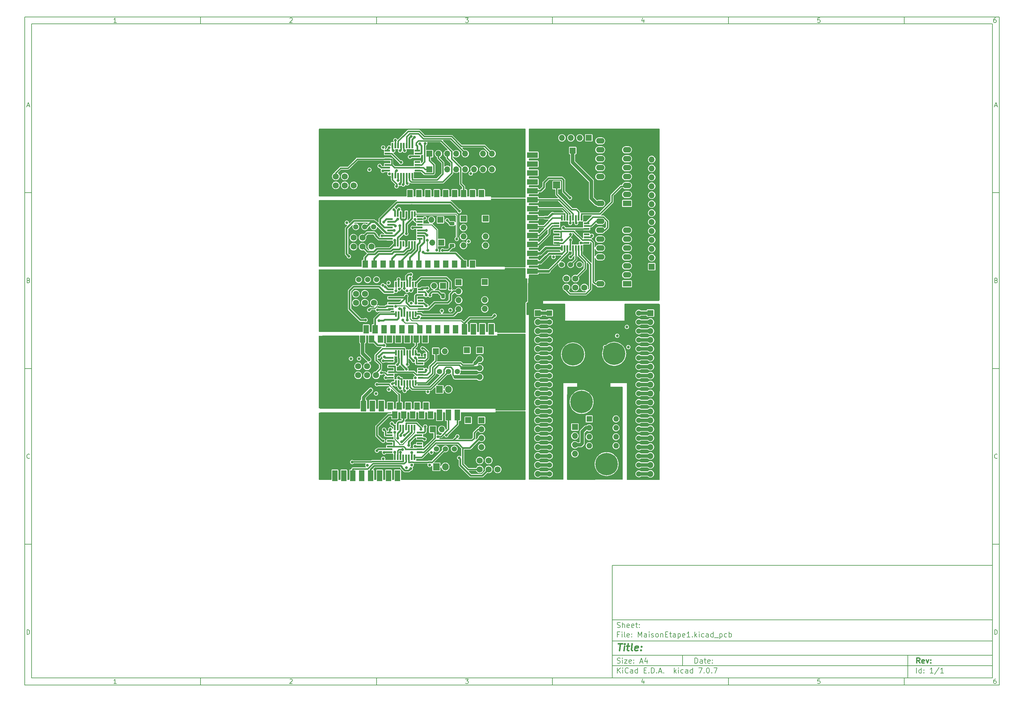
<source format=gtl>
%TF.GenerationSoftware,KiCad,Pcbnew,7.0.7*%
%TF.CreationDate,2023-11-05T18:49:27-05:00*%
%TF.ProjectId,MaisonEtape1,4d616973-6f6e-4457-9461-7065312e6b69,rev?*%
%TF.SameCoordinates,Original*%
%TF.FileFunction,Copper,L1,Top*%
%TF.FilePolarity,Positive*%
%FSLAX46Y46*%
G04 Gerber Fmt 4.6, Leading zero omitted, Abs format (unit mm)*
G04 Created by KiCad (PCBNEW 7.0.7) date 2023-11-05 18:49:27*
%MOMM*%
%LPD*%
G01*
G04 APERTURE LIST*
G04 Aperture macros list*
%AMRoundRect*
0 Rectangle with rounded corners*
0 $1 Rounding radius*
0 $2 $3 $4 $5 $6 $7 $8 $9 X,Y pos of 4 corners*
0 Add a 4 corners polygon primitive as box body*
4,1,4,$2,$3,$4,$5,$6,$7,$8,$9,$2,$3,0*
0 Add four circle primitives for the rounded corners*
1,1,$1+$1,$2,$3*
1,1,$1+$1,$4,$5*
1,1,$1+$1,$6,$7*
1,1,$1+$1,$8,$9*
0 Add four rect primitives between the rounded corners*
20,1,$1+$1,$2,$3,$4,$5,0*
20,1,$1+$1,$4,$5,$6,$7,0*
20,1,$1+$1,$6,$7,$8,$9,0*
20,1,$1+$1,$8,$9,$2,$3,0*%
%AMFreePoly0*
4,1,5,0.762000,-1.524000,-0.762000,-1.524000,-0.762000,1.524000,0.762000,1.524000,0.762000,-1.524000,0.762000,-1.524000,$1*%
%AMFreePoly1*
4,1,5,0.762000,-1.200000,-0.762000,-1.200000,-0.762000,1.200000,0.762000,1.200000,0.762000,-1.200000,0.762000,-1.200000,$1*%
%AMFreePoly2*
4,1,5,0.762000,-1.050000,-0.762000,-1.050000,-0.762000,1.050000,0.762000,1.050000,0.762000,-1.050000,0.762000,-1.050000,$1*%
%AMFreePoly3*
4,1,5,0.762000,-1.000000,-0.762000,-1.000000,-0.762000,1.000000,0.762000,1.000000,0.762000,-1.000000,0.762000,-1.000000,$1*%
G04 Aperture macros list end*
%ADD10C,0.100000*%
%ADD11C,0.150000*%
%ADD12C,0.300000*%
%ADD13C,0.400000*%
%TA.AperFunction,ComponentPad*%
%ADD14C,6.400000*%
%TD*%
%TA.AperFunction,SMDPad,CuDef*%
%ADD15RoundRect,0.243750X-0.456250X0.243750X-0.456250X-0.243750X0.456250X-0.243750X0.456250X0.243750X0*%
%TD*%
%TA.AperFunction,CastellatedPad*%
%ADD16FreePoly0,180.000000*%
%TD*%
%TA.AperFunction,CastellatedPad*%
%ADD17FreePoly1,180.000000*%
%TD*%
%TA.AperFunction,ComponentPad*%
%ADD18R,1.700000X1.700000*%
%TD*%
%TA.AperFunction,ComponentPad*%
%ADD19O,1.700000X1.700000*%
%TD*%
%TA.AperFunction,ComponentPad*%
%ADD20C,1.750000*%
%TD*%
%TA.AperFunction,ComponentPad*%
%ADD21C,0.800000*%
%TD*%
%TA.AperFunction,CastellatedPad*%
%ADD22FreePoly0,0.000000*%
%TD*%
%TA.AperFunction,CastellatedPad*%
%ADD23FreePoly2,0.000000*%
%TD*%
%TA.AperFunction,ComponentPad*%
%ADD24R,2.000000X2.000000*%
%TD*%
%TA.AperFunction,ComponentPad*%
%ADD25C,2.000000*%
%TD*%
%TA.AperFunction,ComponentPad*%
%ADD26R,2.400000X1.600000*%
%TD*%
%TA.AperFunction,ComponentPad*%
%ADD27O,2.400000X1.600000*%
%TD*%
%TA.AperFunction,ComponentPad*%
%ADD28R,1.530000X1.530000*%
%TD*%
%TA.AperFunction,ComponentPad*%
%ADD29C,1.530000*%
%TD*%
%TA.AperFunction,SMDPad,CuDef*%
%ADD30R,0.550000X1.600000*%
%TD*%
%TA.AperFunction,SMDPad,CuDef*%
%ADD31R,1.600000X0.550000*%
%TD*%
%TA.AperFunction,CastellatedPad*%
%ADD32FreePoly3,0.000000*%
%TD*%
%TA.AperFunction,ComponentPad*%
%ADD33C,1.500000*%
%TD*%
%TA.AperFunction,ComponentPad*%
%ADD34R,1.905000X2.000000*%
%TD*%
%TA.AperFunction,ComponentPad*%
%ADD35O,1.905000X2.000000*%
%TD*%
%TA.AperFunction,CastellatedPad*%
%ADD36FreePoly0,270.000000*%
%TD*%
%TA.AperFunction,ComponentPad*%
%ADD37O,1.600000X1.600000*%
%TD*%
%TA.AperFunction,ComponentPad*%
%ADD38R,1.600000X1.600000*%
%TD*%
%TA.AperFunction,SMDPad,CuDef*%
%ADD39RoundRect,0.243750X-0.243750X-0.456250X0.243750X-0.456250X0.243750X0.456250X-0.243750X0.456250X0*%
%TD*%
%TA.AperFunction,ViaPad*%
%ADD40C,0.800000*%
%TD*%
%TA.AperFunction,Conductor*%
%ADD41C,0.400000*%
%TD*%
%TA.AperFunction,Conductor*%
%ADD42C,0.250000*%
%TD*%
%TA.AperFunction,Conductor*%
%ADD43C,0.500000*%
%TD*%
%TA.AperFunction,Conductor*%
%ADD44C,0.300000*%
%TD*%
%TA.AperFunction,Conductor*%
%ADD45C,1.000000*%
%TD*%
%TA.AperFunction,Conductor*%
%ADD46C,0.900000*%
%TD*%
%TA.AperFunction,Conductor*%
%ADD47C,0.800000*%
%TD*%
%TA.AperFunction,Conductor*%
%ADD48C,0.600000*%
%TD*%
G04 APERTURE END LIST*
D10*
D11*
X177002200Y-166007200D02*
X285002200Y-166007200D01*
X285002200Y-198007200D01*
X177002200Y-198007200D01*
X177002200Y-166007200D01*
D10*
D11*
X10000000Y-10000000D02*
X287002200Y-10000000D01*
X287002200Y-200007200D01*
X10000000Y-200007200D01*
X10000000Y-10000000D01*
D10*
D11*
X12000000Y-12000000D02*
X285002200Y-12000000D01*
X285002200Y-198007200D01*
X12000000Y-198007200D01*
X12000000Y-12000000D01*
D10*
D11*
X60000000Y-12000000D02*
X60000000Y-10000000D01*
D10*
D11*
X110000000Y-12000000D02*
X110000000Y-10000000D01*
D10*
D11*
X160000000Y-12000000D02*
X160000000Y-10000000D01*
D10*
D11*
X210000000Y-12000000D02*
X210000000Y-10000000D01*
D10*
D11*
X260000000Y-12000000D02*
X260000000Y-10000000D01*
D10*
D11*
X36089160Y-11593604D02*
X35346303Y-11593604D01*
X35717731Y-11593604D02*
X35717731Y-10293604D01*
X35717731Y-10293604D02*
X35593922Y-10479319D01*
X35593922Y-10479319D02*
X35470112Y-10603128D01*
X35470112Y-10603128D02*
X35346303Y-10665033D01*
D10*
D11*
X85346303Y-10417414D02*
X85408207Y-10355509D01*
X85408207Y-10355509D02*
X85532017Y-10293604D01*
X85532017Y-10293604D02*
X85841541Y-10293604D01*
X85841541Y-10293604D02*
X85965350Y-10355509D01*
X85965350Y-10355509D02*
X86027255Y-10417414D01*
X86027255Y-10417414D02*
X86089160Y-10541223D01*
X86089160Y-10541223D02*
X86089160Y-10665033D01*
X86089160Y-10665033D02*
X86027255Y-10850747D01*
X86027255Y-10850747D02*
X85284398Y-11593604D01*
X85284398Y-11593604D02*
X86089160Y-11593604D01*
D10*
D11*
X135284398Y-10293604D02*
X136089160Y-10293604D01*
X136089160Y-10293604D02*
X135655826Y-10788842D01*
X135655826Y-10788842D02*
X135841541Y-10788842D01*
X135841541Y-10788842D02*
X135965350Y-10850747D01*
X135965350Y-10850747D02*
X136027255Y-10912652D01*
X136027255Y-10912652D02*
X136089160Y-11036461D01*
X136089160Y-11036461D02*
X136089160Y-11345985D01*
X136089160Y-11345985D02*
X136027255Y-11469795D01*
X136027255Y-11469795D02*
X135965350Y-11531700D01*
X135965350Y-11531700D02*
X135841541Y-11593604D01*
X135841541Y-11593604D02*
X135470112Y-11593604D01*
X135470112Y-11593604D02*
X135346303Y-11531700D01*
X135346303Y-11531700D02*
X135284398Y-11469795D01*
D10*
D11*
X185965350Y-10726938D02*
X185965350Y-11593604D01*
X185655826Y-10231700D02*
X185346303Y-11160271D01*
X185346303Y-11160271D02*
X186151064Y-11160271D01*
D10*
D11*
X236027255Y-10293604D02*
X235408207Y-10293604D01*
X235408207Y-10293604D02*
X235346303Y-10912652D01*
X235346303Y-10912652D02*
X235408207Y-10850747D01*
X235408207Y-10850747D02*
X235532017Y-10788842D01*
X235532017Y-10788842D02*
X235841541Y-10788842D01*
X235841541Y-10788842D02*
X235965350Y-10850747D01*
X235965350Y-10850747D02*
X236027255Y-10912652D01*
X236027255Y-10912652D02*
X236089160Y-11036461D01*
X236089160Y-11036461D02*
X236089160Y-11345985D01*
X236089160Y-11345985D02*
X236027255Y-11469795D01*
X236027255Y-11469795D02*
X235965350Y-11531700D01*
X235965350Y-11531700D02*
X235841541Y-11593604D01*
X235841541Y-11593604D02*
X235532017Y-11593604D01*
X235532017Y-11593604D02*
X235408207Y-11531700D01*
X235408207Y-11531700D02*
X235346303Y-11469795D01*
D10*
D11*
X285965350Y-10293604D02*
X285717731Y-10293604D01*
X285717731Y-10293604D02*
X285593922Y-10355509D01*
X285593922Y-10355509D02*
X285532017Y-10417414D01*
X285532017Y-10417414D02*
X285408207Y-10603128D01*
X285408207Y-10603128D02*
X285346303Y-10850747D01*
X285346303Y-10850747D02*
X285346303Y-11345985D01*
X285346303Y-11345985D02*
X285408207Y-11469795D01*
X285408207Y-11469795D02*
X285470112Y-11531700D01*
X285470112Y-11531700D02*
X285593922Y-11593604D01*
X285593922Y-11593604D02*
X285841541Y-11593604D01*
X285841541Y-11593604D02*
X285965350Y-11531700D01*
X285965350Y-11531700D02*
X286027255Y-11469795D01*
X286027255Y-11469795D02*
X286089160Y-11345985D01*
X286089160Y-11345985D02*
X286089160Y-11036461D01*
X286089160Y-11036461D02*
X286027255Y-10912652D01*
X286027255Y-10912652D02*
X285965350Y-10850747D01*
X285965350Y-10850747D02*
X285841541Y-10788842D01*
X285841541Y-10788842D02*
X285593922Y-10788842D01*
X285593922Y-10788842D02*
X285470112Y-10850747D01*
X285470112Y-10850747D02*
X285408207Y-10912652D01*
X285408207Y-10912652D02*
X285346303Y-11036461D01*
D10*
D11*
X60000000Y-198007200D02*
X60000000Y-200007200D01*
D10*
D11*
X110000000Y-198007200D02*
X110000000Y-200007200D01*
D10*
D11*
X160000000Y-198007200D02*
X160000000Y-200007200D01*
D10*
D11*
X210000000Y-198007200D02*
X210000000Y-200007200D01*
D10*
D11*
X260000000Y-198007200D02*
X260000000Y-200007200D01*
D10*
D11*
X36089160Y-199600804D02*
X35346303Y-199600804D01*
X35717731Y-199600804D02*
X35717731Y-198300804D01*
X35717731Y-198300804D02*
X35593922Y-198486519D01*
X35593922Y-198486519D02*
X35470112Y-198610328D01*
X35470112Y-198610328D02*
X35346303Y-198672233D01*
D10*
D11*
X85346303Y-198424614D02*
X85408207Y-198362709D01*
X85408207Y-198362709D02*
X85532017Y-198300804D01*
X85532017Y-198300804D02*
X85841541Y-198300804D01*
X85841541Y-198300804D02*
X85965350Y-198362709D01*
X85965350Y-198362709D02*
X86027255Y-198424614D01*
X86027255Y-198424614D02*
X86089160Y-198548423D01*
X86089160Y-198548423D02*
X86089160Y-198672233D01*
X86089160Y-198672233D02*
X86027255Y-198857947D01*
X86027255Y-198857947D02*
X85284398Y-199600804D01*
X85284398Y-199600804D02*
X86089160Y-199600804D01*
D10*
D11*
X135284398Y-198300804D02*
X136089160Y-198300804D01*
X136089160Y-198300804D02*
X135655826Y-198796042D01*
X135655826Y-198796042D02*
X135841541Y-198796042D01*
X135841541Y-198796042D02*
X135965350Y-198857947D01*
X135965350Y-198857947D02*
X136027255Y-198919852D01*
X136027255Y-198919852D02*
X136089160Y-199043661D01*
X136089160Y-199043661D02*
X136089160Y-199353185D01*
X136089160Y-199353185D02*
X136027255Y-199476995D01*
X136027255Y-199476995D02*
X135965350Y-199538900D01*
X135965350Y-199538900D02*
X135841541Y-199600804D01*
X135841541Y-199600804D02*
X135470112Y-199600804D01*
X135470112Y-199600804D02*
X135346303Y-199538900D01*
X135346303Y-199538900D02*
X135284398Y-199476995D01*
D10*
D11*
X185965350Y-198734138D02*
X185965350Y-199600804D01*
X185655826Y-198238900D02*
X185346303Y-199167471D01*
X185346303Y-199167471D02*
X186151064Y-199167471D01*
D10*
D11*
X236027255Y-198300804D02*
X235408207Y-198300804D01*
X235408207Y-198300804D02*
X235346303Y-198919852D01*
X235346303Y-198919852D02*
X235408207Y-198857947D01*
X235408207Y-198857947D02*
X235532017Y-198796042D01*
X235532017Y-198796042D02*
X235841541Y-198796042D01*
X235841541Y-198796042D02*
X235965350Y-198857947D01*
X235965350Y-198857947D02*
X236027255Y-198919852D01*
X236027255Y-198919852D02*
X236089160Y-199043661D01*
X236089160Y-199043661D02*
X236089160Y-199353185D01*
X236089160Y-199353185D02*
X236027255Y-199476995D01*
X236027255Y-199476995D02*
X235965350Y-199538900D01*
X235965350Y-199538900D02*
X235841541Y-199600804D01*
X235841541Y-199600804D02*
X235532017Y-199600804D01*
X235532017Y-199600804D02*
X235408207Y-199538900D01*
X235408207Y-199538900D02*
X235346303Y-199476995D01*
D10*
D11*
X285965350Y-198300804D02*
X285717731Y-198300804D01*
X285717731Y-198300804D02*
X285593922Y-198362709D01*
X285593922Y-198362709D02*
X285532017Y-198424614D01*
X285532017Y-198424614D02*
X285408207Y-198610328D01*
X285408207Y-198610328D02*
X285346303Y-198857947D01*
X285346303Y-198857947D02*
X285346303Y-199353185D01*
X285346303Y-199353185D02*
X285408207Y-199476995D01*
X285408207Y-199476995D02*
X285470112Y-199538900D01*
X285470112Y-199538900D02*
X285593922Y-199600804D01*
X285593922Y-199600804D02*
X285841541Y-199600804D01*
X285841541Y-199600804D02*
X285965350Y-199538900D01*
X285965350Y-199538900D02*
X286027255Y-199476995D01*
X286027255Y-199476995D02*
X286089160Y-199353185D01*
X286089160Y-199353185D02*
X286089160Y-199043661D01*
X286089160Y-199043661D02*
X286027255Y-198919852D01*
X286027255Y-198919852D02*
X285965350Y-198857947D01*
X285965350Y-198857947D02*
X285841541Y-198796042D01*
X285841541Y-198796042D02*
X285593922Y-198796042D01*
X285593922Y-198796042D02*
X285470112Y-198857947D01*
X285470112Y-198857947D02*
X285408207Y-198919852D01*
X285408207Y-198919852D02*
X285346303Y-199043661D01*
D10*
D11*
X10000000Y-60000000D02*
X12000000Y-60000000D01*
D10*
D11*
X10000000Y-110000000D02*
X12000000Y-110000000D01*
D10*
D11*
X10000000Y-160000000D02*
X12000000Y-160000000D01*
D10*
D11*
X10690476Y-35222176D02*
X11309523Y-35222176D01*
X10566666Y-35593604D02*
X10999999Y-34293604D01*
X10999999Y-34293604D02*
X11433333Y-35593604D01*
D10*
D11*
X11092857Y-84912652D02*
X11278571Y-84974557D01*
X11278571Y-84974557D02*
X11340476Y-85036461D01*
X11340476Y-85036461D02*
X11402380Y-85160271D01*
X11402380Y-85160271D02*
X11402380Y-85345985D01*
X11402380Y-85345985D02*
X11340476Y-85469795D01*
X11340476Y-85469795D02*
X11278571Y-85531700D01*
X11278571Y-85531700D02*
X11154761Y-85593604D01*
X11154761Y-85593604D02*
X10659523Y-85593604D01*
X10659523Y-85593604D02*
X10659523Y-84293604D01*
X10659523Y-84293604D02*
X11092857Y-84293604D01*
X11092857Y-84293604D02*
X11216666Y-84355509D01*
X11216666Y-84355509D02*
X11278571Y-84417414D01*
X11278571Y-84417414D02*
X11340476Y-84541223D01*
X11340476Y-84541223D02*
X11340476Y-84665033D01*
X11340476Y-84665033D02*
X11278571Y-84788842D01*
X11278571Y-84788842D02*
X11216666Y-84850747D01*
X11216666Y-84850747D02*
X11092857Y-84912652D01*
X11092857Y-84912652D02*
X10659523Y-84912652D01*
D10*
D11*
X11402380Y-135469795D02*
X11340476Y-135531700D01*
X11340476Y-135531700D02*
X11154761Y-135593604D01*
X11154761Y-135593604D02*
X11030952Y-135593604D01*
X11030952Y-135593604D02*
X10845238Y-135531700D01*
X10845238Y-135531700D02*
X10721428Y-135407890D01*
X10721428Y-135407890D02*
X10659523Y-135284080D01*
X10659523Y-135284080D02*
X10597619Y-135036461D01*
X10597619Y-135036461D02*
X10597619Y-134850747D01*
X10597619Y-134850747D02*
X10659523Y-134603128D01*
X10659523Y-134603128D02*
X10721428Y-134479319D01*
X10721428Y-134479319D02*
X10845238Y-134355509D01*
X10845238Y-134355509D02*
X11030952Y-134293604D01*
X11030952Y-134293604D02*
X11154761Y-134293604D01*
X11154761Y-134293604D02*
X11340476Y-134355509D01*
X11340476Y-134355509D02*
X11402380Y-134417414D01*
D10*
D11*
X10659523Y-185593604D02*
X10659523Y-184293604D01*
X10659523Y-184293604D02*
X10969047Y-184293604D01*
X10969047Y-184293604D02*
X11154761Y-184355509D01*
X11154761Y-184355509D02*
X11278571Y-184479319D01*
X11278571Y-184479319D02*
X11340476Y-184603128D01*
X11340476Y-184603128D02*
X11402380Y-184850747D01*
X11402380Y-184850747D02*
X11402380Y-185036461D01*
X11402380Y-185036461D02*
X11340476Y-185284080D01*
X11340476Y-185284080D02*
X11278571Y-185407890D01*
X11278571Y-185407890D02*
X11154761Y-185531700D01*
X11154761Y-185531700D02*
X10969047Y-185593604D01*
X10969047Y-185593604D02*
X10659523Y-185593604D01*
D10*
D11*
X287002200Y-60000000D02*
X285002200Y-60000000D01*
D10*
D11*
X287002200Y-110000000D02*
X285002200Y-110000000D01*
D10*
D11*
X287002200Y-160000000D02*
X285002200Y-160000000D01*
D10*
D11*
X285692676Y-35222176D02*
X286311723Y-35222176D01*
X285568866Y-35593604D02*
X286002199Y-34293604D01*
X286002199Y-34293604D02*
X286435533Y-35593604D01*
D10*
D11*
X286095057Y-84912652D02*
X286280771Y-84974557D01*
X286280771Y-84974557D02*
X286342676Y-85036461D01*
X286342676Y-85036461D02*
X286404580Y-85160271D01*
X286404580Y-85160271D02*
X286404580Y-85345985D01*
X286404580Y-85345985D02*
X286342676Y-85469795D01*
X286342676Y-85469795D02*
X286280771Y-85531700D01*
X286280771Y-85531700D02*
X286156961Y-85593604D01*
X286156961Y-85593604D02*
X285661723Y-85593604D01*
X285661723Y-85593604D02*
X285661723Y-84293604D01*
X285661723Y-84293604D02*
X286095057Y-84293604D01*
X286095057Y-84293604D02*
X286218866Y-84355509D01*
X286218866Y-84355509D02*
X286280771Y-84417414D01*
X286280771Y-84417414D02*
X286342676Y-84541223D01*
X286342676Y-84541223D02*
X286342676Y-84665033D01*
X286342676Y-84665033D02*
X286280771Y-84788842D01*
X286280771Y-84788842D02*
X286218866Y-84850747D01*
X286218866Y-84850747D02*
X286095057Y-84912652D01*
X286095057Y-84912652D02*
X285661723Y-84912652D01*
D10*
D11*
X286404580Y-135469795D02*
X286342676Y-135531700D01*
X286342676Y-135531700D02*
X286156961Y-135593604D01*
X286156961Y-135593604D02*
X286033152Y-135593604D01*
X286033152Y-135593604D02*
X285847438Y-135531700D01*
X285847438Y-135531700D02*
X285723628Y-135407890D01*
X285723628Y-135407890D02*
X285661723Y-135284080D01*
X285661723Y-135284080D02*
X285599819Y-135036461D01*
X285599819Y-135036461D02*
X285599819Y-134850747D01*
X285599819Y-134850747D02*
X285661723Y-134603128D01*
X285661723Y-134603128D02*
X285723628Y-134479319D01*
X285723628Y-134479319D02*
X285847438Y-134355509D01*
X285847438Y-134355509D02*
X286033152Y-134293604D01*
X286033152Y-134293604D02*
X286156961Y-134293604D01*
X286156961Y-134293604D02*
X286342676Y-134355509D01*
X286342676Y-134355509D02*
X286404580Y-134417414D01*
D10*
D11*
X285661723Y-185593604D02*
X285661723Y-184293604D01*
X285661723Y-184293604D02*
X285971247Y-184293604D01*
X285971247Y-184293604D02*
X286156961Y-184355509D01*
X286156961Y-184355509D02*
X286280771Y-184479319D01*
X286280771Y-184479319D02*
X286342676Y-184603128D01*
X286342676Y-184603128D02*
X286404580Y-184850747D01*
X286404580Y-184850747D02*
X286404580Y-185036461D01*
X286404580Y-185036461D02*
X286342676Y-185284080D01*
X286342676Y-185284080D02*
X286280771Y-185407890D01*
X286280771Y-185407890D02*
X286156961Y-185531700D01*
X286156961Y-185531700D02*
X285971247Y-185593604D01*
X285971247Y-185593604D02*
X285661723Y-185593604D01*
D10*
D11*
X200458026Y-193793328D02*
X200458026Y-192293328D01*
X200458026Y-192293328D02*
X200815169Y-192293328D01*
X200815169Y-192293328D02*
X201029455Y-192364757D01*
X201029455Y-192364757D02*
X201172312Y-192507614D01*
X201172312Y-192507614D02*
X201243741Y-192650471D01*
X201243741Y-192650471D02*
X201315169Y-192936185D01*
X201315169Y-192936185D02*
X201315169Y-193150471D01*
X201315169Y-193150471D02*
X201243741Y-193436185D01*
X201243741Y-193436185D02*
X201172312Y-193579042D01*
X201172312Y-193579042D02*
X201029455Y-193721900D01*
X201029455Y-193721900D02*
X200815169Y-193793328D01*
X200815169Y-193793328D02*
X200458026Y-193793328D01*
X202600884Y-193793328D02*
X202600884Y-193007614D01*
X202600884Y-193007614D02*
X202529455Y-192864757D01*
X202529455Y-192864757D02*
X202386598Y-192793328D01*
X202386598Y-192793328D02*
X202100884Y-192793328D01*
X202100884Y-192793328D02*
X201958026Y-192864757D01*
X202600884Y-193721900D02*
X202458026Y-193793328D01*
X202458026Y-193793328D02*
X202100884Y-193793328D01*
X202100884Y-193793328D02*
X201958026Y-193721900D01*
X201958026Y-193721900D02*
X201886598Y-193579042D01*
X201886598Y-193579042D02*
X201886598Y-193436185D01*
X201886598Y-193436185D02*
X201958026Y-193293328D01*
X201958026Y-193293328D02*
X202100884Y-193221900D01*
X202100884Y-193221900D02*
X202458026Y-193221900D01*
X202458026Y-193221900D02*
X202600884Y-193150471D01*
X203100884Y-192793328D02*
X203672312Y-192793328D01*
X203315169Y-192293328D02*
X203315169Y-193579042D01*
X203315169Y-193579042D02*
X203386598Y-193721900D01*
X203386598Y-193721900D02*
X203529455Y-193793328D01*
X203529455Y-193793328D02*
X203672312Y-193793328D01*
X204743741Y-193721900D02*
X204600884Y-193793328D01*
X204600884Y-193793328D02*
X204315170Y-193793328D01*
X204315170Y-193793328D02*
X204172312Y-193721900D01*
X204172312Y-193721900D02*
X204100884Y-193579042D01*
X204100884Y-193579042D02*
X204100884Y-193007614D01*
X204100884Y-193007614D02*
X204172312Y-192864757D01*
X204172312Y-192864757D02*
X204315170Y-192793328D01*
X204315170Y-192793328D02*
X204600884Y-192793328D01*
X204600884Y-192793328D02*
X204743741Y-192864757D01*
X204743741Y-192864757D02*
X204815170Y-193007614D01*
X204815170Y-193007614D02*
X204815170Y-193150471D01*
X204815170Y-193150471D02*
X204100884Y-193293328D01*
X205458026Y-193650471D02*
X205529455Y-193721900D01*
X205529455Y-193721900D02*
X205458026Y-193793328D01*
X205458026Y-193793328D02*
X205386598Y-193721900D01*
X205386598Y-193721900D02*
X205458026Y-193650471D01*
X205458026Y-193650471D02*
X205458026Y-193793328D01*
X205458026Y-192864757D02*
X205529455Y-192936185D01*
X205529455Y-192936185D02*
X205458026Y-193007614D01*
X205458026Y-193007614D02*
X205386598Y-192936185D01*
X205386598Y-192936185D02*
X205458026Y-192864757D01*
X205458026Y-192864757D02*
X205458026Y-193007614D01*
D10*
D11*
X177002200Y-194507200D02*
X285002200Y-194507200D01*
D10*
D11*
X178458026Y-196593328D02*
X178458026Y-195093328D01*
X179315169Y-196593328D02*
X178672312Y-195736185D01*
X179315169Y-195093328D02*
X178458026Y-195950471D01*
X179958026Y-196593328D02*
X179958026Y-195593328D01*
X179958026Y-195093328D02*
X179886598Y-195164757D01*
X179886598Y-195164757D02*
X179958026Y-195236185D01*
X179958026Y-195236185D02*
X180029455Y-195164757D01*
X180029455Y-195164757D02*
X179958026Y-195093328D01*
X179958026Y-195093328D02*
X179958026Y-195236185D01*
X181529455Y-196450471D02*
X181458027Y-196521900D01*
X181458027Y-196521900D02*
X181243741Y-196593328D01*
X181243741Y-196593328D02*
X181100884Y-196593328D01*
X181100884Y-196593328D02*
X180886598Y-196521900D01*
X180886598Y-196521900D02*
X180743741Y-196379042D01*
X180743741Y-196379042D02*
X180672312Y-196236185D01*
X180672312Y-196236185D02*
X180600884Y-195950471D01*
X180600884Y-195950471D02*
X180600884Y-195736185D01*
X180600884Y-195736185D02*
X180672312Y-195450471D01*
X180672312Y-195450471D02*
X180743741Y-195307614D01*
X180743741Y-195307614D02*
X180886598Y-195164757D01*
X180886598Y-195164757D02*
X181100884Y-195093328D01*
X181100884Y-195093328D02*
X181243741Y-195093328D01*
X181243741Y-195093328D02*
X181458027Y-195164757D01*
X181458027Y-195164757D02*
X181529455Y-195236185D01*
X182815170Y-196593328D02*
X182815170Y-195807614D01*
X182815170Y-195807614D02*
X182743741Y-195664757D01*
X182743741Y-195664757D02*
X182600884Y-195593328D01*
X182600884Y-195593328D02*
X182315170Y-195593328D01*
X182315170Y-195593328D02*
X182172312Y-195664757D01*
X182815170Y-196521900D02*
X182672312Y-196593328D01*
X182672312Y-196593328D02*
X182315170Y-196593328D01*
X182315170Y-196593328D02*
X182172312Y-196521900D01*
X182172312Y-196521900D02*
X182100884Y-196379042D01*
X182100884Y-196379042D02*
X182100884Y-196236185D01*
X182100884Y-196236185D02*
X182172312Y-196093328D01*
X182172312Y-196093328D02*
X182315170Y-196021900D01*
X182315170Y-196021900D02*
X182672312Y-196021900D01*
X182672312Y-196021900D02*
X182815170Y-195950471D01*
X184172313Y-196593328D02*
X184172313Y-195093328D01*
X184172313Y-196521900D02*
X184029455Y-196593328D01*
X184029455Y-196593328D02*
X183743741Y-196593328D01*
X183743741Y-196593328D02*
X183600884Y-196521900D01*
X183600884Y-196521900D02*
X183529455Y-196450471D01*
X183529455Y-196450471D02*
X183458027Y-196307614D01*
X183458027Y-196307614D02*
X183458027Y-195879042D01*
X183458027Y-195879042D02*
X183529455Y-195736185D01*
X183529455Y-195736185D02*
X183600884Y-195664757D01*
X183600884Y-195664757D02*
X183743741Y-195593328D01*
X183743741Y-195593328D02*
X184029455Y-195593328D01*
X184029455Y-195593328D02*
X184172313Y-195664757D01*
X186029455Y-195807614D02*
X186529455Y-195807614D01*
X186743741Y-196593328D02*
X186029455Y-196593328D01*
X186029455Y-196593328D02*
X186029455Y-195093328D01*
X186029455Y-195093328D02*
X186743741Y-195093328D01*
X187386598Y-196450471D02*
X187458027Y-196521900D01*
X187458027Y-196521900D02*
X187386598Y-196593328D01*
X187386598Y-196593328D02*
X187315170Y-196521900D01*
X187315170Y-196521900D02*
X187386598Y-196450471D01*
X187386598Y-196450471D02*
X187386598Y-196593328D01*
X188100884Y-196593328D02*
X188100884Y-195093328D01*
X188100884Y-195093328D02*
X188458027Y-195093328D01*
X188458027Y-195093328D02*
X188672313Y-195164757D01*
X188672313Y-195164757D02*
X188815170Y-195307614D01*
X188815170Y-195307614D02*
X188886599Y-195450471D01*
X188886599Y-195450471D02*
X188958027Y-195736185D01*
X188958027Y-195736185D02*
X188958027Y-195950471D01*
X188958027Y-195950471D02*
X188886599Y-196236185D01*
X188886599Y-196236185D02*
X188815170Y-196379042D01*
X188815170Y-196379042D02*
X188672313Y-196521900D01*
X188672313Y-196521900D02*
X188458027Y-196593328D01*
X188458027Y-196593328D02*
X188100884Y-196593328D01*
X189600884Y-196450471D02*
X189672313Y-196521900D01*
X189672313Y-196521900D02*
X189600884Y-196593328D01*
X189600884Y-196593328D02*
X189529456Y-196521900D01*
X189529456Y-196521900D02*
X189600884Y-196450471D01*
X189600884Y-196450471D02*
X189600884Y-196593328D01*
X190243742Y-196164757D02*
X190958028Y-196164757D01*
X190100885Y-196593328D02*
X190600885Y-195093328D01*
X190600885Y-195093328D02*
X191100885Y-196593328D01*
X191600884Y-196450471D02*
X191672313Y-196521900D01*
X191672313Y-196521900D02*
X191600884Y-196593328D01*
X191600884Y-196593328D02*
X191529456Y-196521900D01*
X191529456Y-196521900D02*
X191600884Y-196450471D01*
X191600884Y-196450471D02*
X191600884Y-196593328D01*
X194600884Y-196593328D02*
X194600884Y-195093328D01*
X194743742Y-196021900D02*
X195172313Y-196593328D01*
X195172313Y-195593328D02*
X194600884Y-196164757D01*
X195815170Y-196593328D02*
X195815170Y-195593328D01*
X195815170Y-195093328D02*
X195743742Y-195164757D01*
X195743742Y-195164757D02*
X195815170Y-195236185D01*
X195815170Y-195236185D02*
X195886599Y-195164757D01*
X195886599Y-195164757D02*
X195815170Y-195093328D01*
X195815170Y-195093328D02*
X195815170Y-195236185D01*
X197172314Y-196521900D02*
X197029456Y-196593328D01*
X197029456Y-196593328D02*
X196743742Y-196593328D01*
X196743742Y-196593328D02*
X196600885Y-196521900D01*
X196600885Y-196521900D02*
X196529456Y-196450471D01*
X196529456Y-196450471D02*
X196458028Y-196307614D01*
X196458028Y-196307614D02*
X196458028Y-195879042D01*
X196458028Y-195879042D02*
X196529456Y-195736185D01*
X196529456Y-195736185D02*
X196600885Y-195664757D01*
X196600885Y-195664757D02*
X196743742Y-195593328D01*
X196743742Y-195593328D02*
X197029456Y-195593328D01*
X197029456Y-195593328D02*
X197172314Y-195664757D01*
X198458028Y-196593328D02*
X198458028Y-195807614D01*
X198458028Y-195807614D02*
X198386599Y-195664757D01*
X198386599Y-195664757D02*
X198243742Y-195593328D01*
X198243742Y-195593328D02*
X197958028Y-195593328D01*
X197958028Y-195593328D02*
X197815170Y-195664757D01*
X198458028Y-196521900D02*
X198315170Y-196593328D01*
X198315170Y-196593328D02*
X197958028Y-196593328D01*
X197958028Y-196593328D02*
X197815170Y-196521900D01*
X197815170Y-196521900D02*
X197743742Y-196379042D01*
X197743742Y-196379042D02*
X197743742Y-196236185D01*
X197743742Y-196236185D02*
X197815170Y-196093328D01*
X197815170Y-196093328D02*
X197958028Y-196021900D01*
X197958028Y-196021900D02*
X198315170Y-196021900D01*
X198315170Y-196021900D02*
X198458028Y-195950471D01*
X199815171Y-196593328D02*
X199815171Y-195093328D01*
X199815171Y-196521900D02*
X199672313Y-196593328D01*
X199672313Y-196593328D02*
X199386599Y-196593328D01*
X199386599Y-196593328D02*
X199243742Y-196521900D01*
X199243742Y-196521900D02*
X199172313Y-196450471D01*
X199172313Y-196450471D02*
X199100885Y-196307614D01*
X199100885Y-196307614D02*
X199100885Y-195879042D01*
X199100885Y-195879042D02*
X199172313Y-195736185D01*
X199172313Y-195736185D02*
X199243742Y-195664757D01*
X199243742Y-195664757D02*
X199386599Y-195593328D01*
X199386599Y-195593328D02*
X199672313Y-195593328D01*
X199672313Y-195593328D02*
X199815171Y-195664757D01*
X201529456Y-195093328D02*
X202529456Y-195093328D01*
X202529456Y-195093328D02*
X201886599Y-196593328D01*
X203100884Y-196450471D02*
X203172313Y-196521900D01*
X203172313Y-196521900D02*
X203100884Y-196593328D01*
X203100884Y-196593328D02*
X203029456Y-196521900D01*
X203029456Y-196521900D02*
X203100884Y-196450471D01*
X203100884Y-196450471D02*
X203100884Y-196593328D01*
X204100885Y-195093328D02*
X204243742Y-195093328D01*
X204243742Y-195093328D02*
X204386599Y-195164757D01*
X204386599Y-195164757D02*
X204458028Y-195236185D01*
X204458028Y-195236185D02*
X204529456Y-195379042D01*
X204529456Y-195379042D02*
X204600885Y-195664757D01*
X204600885Y-195664757D02*
X204600885Y-196021900D01*
X204600885Y-196021900D02*
X204529456Y-196307614D01*
X204529456Y-196307614D02*
X204458028Y-196450471D01*
X204458028Y-196450471D02*
X204386599Y-196521900D01*
X204386599Y-196521900D02*
X204243742Y-196593328D01*
X204243742Y-196593328D02*
X204100885Y-196593328D01*
X204100885Y-196593328D02*
X203958028Y-196521900D01*
X203958028Y-196521900D02*
X203886599Y-196450471D01*
X203886599Y-196450471D02*
X203815170Y-196307614D01*
X203815170Y-196307614D02*
X203743742Y-196021900D01*
X203743742Y-196021900D02*
X203743742Y-195664757D01*
X203743742Y-195664757D02*
X203815170Y-195379042D01*
X203815170Y-195379042D02*
X203886599Y-195236185D01*
X203886599Y-195236185D02*
X203958028Y-195164757D01*
X203958028Y-195164757D02*
X204100885Y-195093328D01*
X205243741Y-196450471D02*
X205315170Y-196521900D01*
X205315170Y-196521900D02*
X205243741Y-196593328D01*
X205243741Y-196593328D02*
X205172313Y-196521900D01*
X205172313Y-196521900D02*
X205243741Y-196450471D01*
X205243741Y-196450471D02*
X205243741Y-196593328D01*
X205815170Y-195093328D02*
X206815170Y-195093328D01*
X206815170Y-195093328D02*
X206172313Y-196593328D01*
D10*
D11*
X177002200Y-191507200D02*
X285002200Y-191507200D01*
D10*
D12*
X264413853Y-193785528D02*
X263913853Y-193071242D01*
X263556710Y-193785528D02*
X263556710Y-192285528D01*
X263556710Y-192285528D02*
X264128139Y-192285528D01*
X264128139Y-192285528D02*
X264270996Y-192356957D01*
X264270996Y-192356957D02*
X264342425Y-192428385D01*
X264342425Y-192428385D02*
X264413853Y-192571242D01*
X264413853Y-192571242D02*
X264413853Y-192785528D01*
X264413853Y-192785528D02*
X264342425Y-192928385D01*
X264342425Y-192928385D02*
X264270996Y-192999814D01*
X264270996Y-192999814D02*
X264128139Y-193071242D01*
X264128139Y-193071242D02*
X263556710Y-193071242D01*
X265628139Y-193714100D02*
X265485282Y-193785528D01*
X265485282Y-193785528D02*
X265199568Y-193785528D01*
X265199568Y-193785528D02*
X265056710Y-193714100D01*
X265056710Y-193714100D02*
X264985282Y-193571242D01*
X264985282Y-193571242D02*
X264985282Y-192999814D01*
X264985282Y-192999814D02*
X265056710Y-192856957D01*
X265056710Y-192856957D02*
X265199568Y-192785528D01*
X265199568Y-192785528D02*
X265485282Y-192785528D01*
X265485282Y-192785528D02*
X265628139Y-192856957D01*
X265628139Y-192856957D02*
X265699568Y-192999814D01*
X265699568Y-192999814D02*
X265699568Y-193142671D01*
X265699568Y-193142671D02*
X264985282Y-193285528D01*
X266199567Y-192785528D02*
X266556710Y-193785528D01*
X266556710Y-193785528D02*
X266913853Y-192785528D01*
X267485281Y-193642671D02*
X267556710Y-193714100D01*
X267556710Y-193714100D02*
X267485281Y-193785528D01*
X267485281Y-193785528D02*
X267413853Y-193714100D01*
X267413853Y-193714100D02*
X267485281Y-193642671D01*
X267485281Y-193642671D02*
X267485281Y-193785528D01*
X267485281Y-192856957D02*
X267556710Y-192928385D01*
X267556710Y-192928385D02*
X267485281Y-192999814D01*
X267485281Y-192999814D02*
X267413853Y-192928385D01*
X267413853Y-192928385D02*
X267485281Y-192856957D01*
X267485281Y-192856957D02*
X267485281Y-192999814D01*
D10*
D11*
X178386598Y-193721900D02*
X178600884Y-193793328D01*
X178600884Y-193793328D02*
X178958026Y-193793328D01*
X178958026Y-193793328D02*
X179100884Y-193721900D01*
X179100884Y-193721900D02*
X179172312Y-193650471D01*
X179172312Y-193650471D02*
X179243741Y-193507614D01*
X179243741Y-193507614D02*
X179243741Y-193364757D01*
X179243741Y-193364757D02*
X179172312Y-193221900D01*
X179172312Y-193221900D02*
X179100884Y-193150471D01*
X179100884Y-193150471D02*
X178958026Y-193079042D01*
X178958026Y-193079042D02*
X178672312Y-193007614D01*
X178672312Y-193007614D02*
X178529455Y-192936185D01*
X178529455Y-192936185D02*
X178458026Y-192864757D01*
X178458026Y-192864757D02*
X178386598Y-192721900D01*
X178386598Y-192721900D02*
X178386598Y-192579042D01*
X178386598Y-192579042D02*
X178458026Y-192436185D01*
X178458026Y-192436185D02*
X178529455Y-192364757D01*
X178529455Y-192364757D02*
X178672312Y-192293328D01*
X178672312Y-192293328D02*
X179029455Y-192293328D01*
X179029455Y-192293328D02*
X179243741Y-192364757D01*
X179886597Y-193793328D02*
X179886597Y-192793328D01*
X179886597Y-192293328D02*
X179815169Y-192364757D01*
X179815169Y-192364757D02*
X179886597Y-192436185D01*
X179886597Y-192436185D02*
X179958026Y-192364757D01*
X179958026Y-192364757D02*
X179886597Y-192293328D01*
X179886597Y-192293328D02*
X179886597Y-192436185D01*
X180458026Y-192793328D02*
X181243741Y-192793328D01*
X181243741Y-192793328D02*
X180458026Y-193793328D01*
X180458026Y-193793328D02*
X181243741Y-193793328D01*
X182386598Y-193721900D02*
X182243741Y-193793328D01*
X182243741Y-193793328D02*
X181958027Y-193793328D01*
X181958027Y-193793328D02*
X181815169Y-193721900D01*
X181815169Y-193721900D02*
X181743741Y-193579042D01*
X181743741Y-193579042D02*
X181743741Y-193007614D01*
X181743741Y-193007614D02*
X181815169Y-192864757D01*
X181815169Y-192864757D02*
X181958027Y-192793328D01*
X181958027Y-192793328D02*
X182243741Y-192793328D01*
X182243741Y-192793328D02*
X182386598Y-192864757D01*
X182386598Y-192864757D02*
X182458027Y-193007614D01*
X182458027Y-193007614D02*
X182458027Y-193150471D01*
X182458027Y-193150471D02*
X181743741Y-193293328D01*
X183100883Y-193650471D02*
X183172312Y-193721900D01*
X183172312Y-193721900D02*
X183100883Y-193793328D01*
X183100883Y-193793328D02*
X183029455Y-193721900D01*
X183029455Y-193721900D02*
X183100883Y-193650471D01*
X183100883Y-193650471D02*
X183100883Y-193793328D01*
X183100883Y-192864757D02*
X183172312Y-192936185D01*
X183172312Y-192936185D02*
X183100883Y-193007614D01*
X183100883Y-193007614D02*
X183029455Y-192936185D01*
X183029455Y-192936185D02*
X183100883Y-192864757D01*
X183100883Y-192864757D02*
X183100883Y-193007614D01*
X184886598Y-193364757D02*
X185600884Y-193364757D01*
X184743741Y-193793328D02*
X185243741Y-192293328D01*
X185243741Y-192293328D02*
X185743741Y-193793328D01*
X186886598Y-192793328D02*
X186886598Y-193793328D01*
X186529455Y-192221900D02*
X186172312Y-193293328D01*
X186172312Y-193293328D02*
X187100883Y-193293328D01*
D10*
D11*
X263458026Y-196593328D02*
X263458026Y-195093328D01*
X264815170Y-196593328D02*
X264815170Y-195093328D01*
X264815170Y-196521900D02*
X264672312Y-196593328D01*
X264672312Y-196593328D02*
X264386598Y-196593328D01*
X264386598Y-196593328D02*
X264243741Y-196521900D01*
X264243741Y-196521900D02*
X264172312Y-196450471D01*
X264172312Y-196450471D02*
X264100884Y-196307614D01*
X264100884Y-196307614D02*
X264100884Y-195879042D01*
X264100884Y-195879042D02*
X264172312Y-195736185D01*
X264172312Y-195736185D02*
X264243741Y-195664757D01*
X264243741Y-195664757D02*
X264386598Y-195593328D01*
X264386598Y-195593328D02*
X264672312Y-195593328D01*
X264672312Y-195593328D02*
X264815170Y-195664757D01*
X265529455Y-196450471D02*
X265600884Y-196521900D01*
X265600884Y-196521900D02*
X265529455Y-196593328D01*
X265529455Y-196593328D02*
X265458027Y-196521900D01*
X265458027Y-196521900D02*
X265529455Y-196450471D01*
X265529455Y-196450471D02*
X265529455Y-196593328D01*
X265529455Y-195664757D02*
X265600884Y-195736185D01*
X265600884Y-195736185D02*
X265529455Y-195807614D01*
X265529455Y-195807614D02*
X265458027Y-195736185D01*
X265458027Y-195736185D02*
X265529455Y-195664757D01*
X265529455Y-195664757D02*
X265529455Y-195807614D01*
X268172313Y-196593328D02*
X267315170Y-196593328D01*
X267743741Y-196593328D02*
X267743741Y-195093328D01*
X267743741Y-195093328D02*
X267600884Y-195307614D01*
X267600884Y-195307614D02*
X267458027Y-195450471D01*
X267458027Y-195450471D02*
X267315170Y-195521900D01*
X269886598Y-195021900D02*
X268600884Y-196950471D01*
X271172313Y-196593328D02*
X270315170Y-196593328D01*
X270743741Y-196593328D02*
X270743741Y-195093328D01*
X270743741Y-195093328D02*
X270600884Y-195307614D01*
X270600884Y-195307614D02*
X270458027Y-195450471D01*
X270458027Y-195450471D02*
X270315170Y-195521900D01*
D10*
D11*
X177002200Y-187507200D02*
X285002200Y-187507200D01*
D10*
D13*
X178693928Y-188211638D02*
X179836785Y-188211638D01*
X179015357Y-190211638D02*
X179265357Y-188211638D01*
X180253452Y-190211638D02*
X180420119Y-188878304D01*
X180503452Y-188211638D02*
X180396309Y-188306876D01*
X180396309Y-188306876D02*
X180479643Y-188402114D01*
X180479643Y-188402114D02*
X180586786Y-188306876D01*
X180586786Y-188306876D02*
X180503452Y-188211638D01*
X180503452Y-188211638D02*
X180479643Y-188402114D01*
X181086786Y-188878304D02*
X181848690Y-188878304D01*
X181455833Y-188211638D02*
X181241548Y-189925923D01*
X181241548Y-189925923D02*
X181312976Y-190116400D01*
X181312976Y-190116400D02*
X181491548Y-190211638D01*
X181491548Y-190211638D02*
X181682024Y-190211638D01*
X182634405Y-190211638D02*
X182455833Y-190116400D01*
X182455833Y-190116400D02*
X182384405Y-189925923D01*
X182384405Y-189925923D02*
X182598690Y-188211638D01*
X184170119Y-190116400D02*
X183967738Y-190211638D01*
X183967738Y-190211638D02*
X183586785Y-190211638D01*
X183586785Y-190211638D02*
X183408214Y-190116400D01*
X183408214Y-190116400D02*
X183336785Y-189925923D01*
X183336785Y-189925923D02*
X183432024Y-189164019D01*
X183432024Y-189164019D02*
X183551071Y-188973542D01*
X183551071Y-188973542D02*
X183753452Y-188878304D01*
X183753452Y-188878304D02*
X184134404Y-188878304D01*
X184134404Y-188878304D02*
X184312976Y-188973542D01*
X184312976Y-188973542D02*
X184384404Y-189164019D01*
X184384404Y-189164019D02*
X184360595Y-189354495D01*
X184360595Y-189354495D02*
X183384404Y-189544971D01*
X185134405Y-190021161D02*
X185217738Y-190116400D01*
X185217738Y-190116400D02*
X185110595Y-190211638D01*
X185110595Y-190211638D02*
X185027262Y-190116400D01*
X185027262Y-190116400D02*
X185134405Y-190021161D01*
X185134405Y-190021161D02*
X185110595Y-190211638D01*
X185265357Y-188973542D02*
X185348690Y-189068780D01*
X185348690Y-189068780D02*
X185241548Y-189164019D01*
X185241548Y-189164019D02*
X185158214Y-189068780D01*
X185158214Y-189068780D02*
X185265357Y-188973542D01*
X185265357Y-188973542D02*
X185241548Y-189164019D01*
D10*
D11*
X178958026Y-185607614D02*
X178458026Y-185607614D01*
X178458026Y-186393328D02*
X178458026Y-184893328D01*
X178458026Y-184893328D02*
X179172312Y-184893328D01*
X179743740Y-186393328D02*
X179743740Y-185393328D01*
X179743740Y-184893328D02*
X179672312Y-184964757D01*
X179672312Y-184964757D02*
X179743740Y-185036185D01*
X179743740Y-185036185D02*
X179815169Y-184964757D01*
X179815169Y-184964757D02*
X179743740Y-184893328D01*
X179743740Y-184893328D02*
X179743740Y-185036185D01*
X180672312Y-186393328D02*
X180529455Y-186321900D01*
X180529455Y-186321900D02*
X180458026Y-186179042D01*
X180458026Y-186179042D02*
X180458026Y-184893328D01*
X181815169Y-186321900D02*
X181672312Y-186393328D01*
X181672312Y-186393328D02*
X181386598Y-186393328D01*
X181386598Y-186393328D02*
X181243740Y-186321900D01*
X181243740Y-186321900D02*
X181172312Y-186179042D01*
X181172312Y-186179042D02*
X181172312Y-185607614D01*
X181172312Y-185607614D02*
X181243740Y-185464757D01*
X181243740Y-185464757D02*
X181386598Y-185393328D01*
X181386598Y-185393328D02*
X181672312Y-185393328D01*
X181672312Y-185393328D02*
X181815169Y-185464757D01*
X181815169Y-185464757D02*
X181886598Y-185607614D01*
X181886598Y-185607614D02*
X181886598Y-185750471D01*
X181886598Y-185750471D02*
X181172312Y-185893328D01*
X182529454Y-186250471D02*
X182600883Y-186321900D01*
X182600883Y-186321900D02*
X182529454Y-186393328D01*
X182529454Y-186393328D02*
X182458026Y-186321900D01*
X182458026Y-186321900D02*
X182529454Y-186250471D01*
X182529454Y-186250471D02*
X182529454Y-186393328D01*
X182529454Y-185464757D02*
X182600883Y-185536185D01*
X182600883Y-185536185D02*
X182529454Y-185607614D01*
X182529454Y-185607614D02*
X182458026Y-185536185D01*
X182458026Y-185536185D02*
X182529454Y-185464757D01*
X182529454Y-185464757D02*
X182529454Y-185607614D01*
X184386597Y-186393328D02*
X184386597Y-184893328D01*
X184386597Y-184893328D02*
X184886597Y-185964757D01*
X184886597Y-185964757D02*
X185386597Y-184893328D01*
X185386597Y-184893328D02*
X185386597Y-186393328D01*
X186743741Y-186393328D02*
X186743741Y-185607614D01*
X186743741Y-185607614D02*
X186672312Y-185464757D01*
X186672312Y-185464757D02*
X186529455Y-185393328D01*
X186529455Y-185393328D02*
X186243741Y-185393328D01*
X186243741Y-185393328D02*
X186100883Y-185464757D01*
X186743741Y-186321900D02*
X186600883Y-186393328D01*
X186600883Y-186393328D02*
X186243741Y-186393328D01*
X186243741Y-186393328D02*
X186100883Y-186321900D01*
X186100883Y-186321900D02*
X186029455Y-186179042D01*
X186029455Y-186179042D02*
X186029455Y-186036185D01*
X186029455Y-186036185D02*
X186100883Y-185893328D01*
X186100883Y-185893328D02*
X186243741Y-185821900D01*
X186243741Y-185821900D02*
X186600883Y-185821900D01*
X186600883Y-185821900D02*
X186743741Y-185750471D01*
X187458026Y-186393328D02*
X187458026Y-185393328D01*
X187458026Y-184893328D02*
X187386598Y-184964757D01*
X187386598Y-184964757D02*
X187458026Y-185036185D01*
X187458026Y-185036185D02*
X187529455Y-184964757D01*
X187529455Y-184964757D02*
X187458026Y-184893328D01*
X187458026Y-184893328D02*
X187458026Y-185036185D01*
X188100884Y-186321900D02*
X188243741Y-186393328D01*
X188243741Y-186393328D02*
X188529455Y-186393328D01*
X188529455Y-186393328D02*
X188672312Y-186321900D01*
X188672312Y-186321900D02*
X188743741Y-186179042D01*
X188743741Y-186179042D02*
X188743741Y-186107614D01*
X188743741Y-186107614D02*
X188672312Y-185964757D01*
X188672312Y-185964757D02*
X188529455Y-185893328D01*
X188529455Y-185893328D02*
X188315170Y-185893328D01*
X188315170Y-185893328D02*
X188172312Y-185821900D01*
X188172312Y-185821900D02*
X188100884Y-185679042D01*
X188100884Y-185679042D02*
X188100884Y-185607614D01*
X188100884Y-185607614D02*
X188172312Y-185464757D01*
X188172312Y-185464757D02*
X188315170Y-185393328D01*
X188315170Y-185393328D02*
X188529455Y-185393328D01*
X188529455Y-185393328D02*
X188672312Y-185464757D01*
X189600884Y-186393328D02*
X189458027Y-186321900D01*
X189458027Y-186321900D02*
X189386598Y-186250471D01*
X189386598Y-186250471D02*
X189315170Y-186107614D01*
X189315170Y-186107614D02*
X189315170Y-185679042D01*
X189315170Y-185679042D02*
X189386598Y-185536185D01*
X189386598Y-185536185D02*
X189458027Y-185464757D01*
X189458027Y-185464757D02*
X189600884Y-185393328D01*
X189600884Y-185393328D02*
X189815170Y-185393328D01*
X189815170Y-185393328D02*
X189958027Y-185464757D01*
X189958027Y-185464757D02*
X190029456Y-185536185D01*
X190029456Y-185536185D02*
X190100884Y-185679042D01*
X190100884Y-185679042D02*
X190100884Y-186107614D01*
X190100884Y-186107614D02*
X190029456Y-186250471D01*
X190029456Y-186250471D02*
X189958027Y-186321900D01*
X189958027Y-186321900D02*
X189815170Y-186393328D01*
X189815170Y-186393328D02*
X189600884Y-186393328D01*
X190743741Y-185393328D02*
X190743741Y-186393328D01*
X190743741Y-185536185D02*
X190815170Y-185464757D01*
X190815170Y-185464757D02*
X190958027Y-185393328D01*
X190958027Y-185393328D02*
X191172313Y-185393328D01*
X191172313Y-185393328D02*
X191315170Y-185464757D01*
X191315170Y-185464757D02*
X191386599Y-185607614D01*
X191386599Y-185607614D02*
X191386599Y-186393328D01*
X192100884Y-185607614D02*
X192600884Y-185607614D01*
X192815170Y-186393328D02*
X192100884Y-186393328D01*
X192100884Y-186393328D02*
X192100884Y-184893328D01*
X192100884Y-184893328D02*
X192815170Y-184893328D01*
X193243742Y-185393328D02*
X193815170Y-185393328D01*
X193458027Y-184893328D02*
X193458027Y-186179042D01*
X193458027Y-186179042D02*
X193529456Y-186321900D01*
X193529456Y-186321900D02*
X193672313Y-186393328D01*
X193672313Y-186393328D02*
X193815170Y-186393328D01*
X194958028Y-186393328D02*
X194958028Y-185607614D01*
X194958028Y-185607614D02*
X194886599Y-185464757D01*
X194886599Y-185464757D02*
X194743742Y-185393328D01*
X194743742Y-185393328D02*
X194458028Y-185393328D01*
X194458028Y-185393328D02*
X194315170Y-185464757D01*
X194958028Y-186321900D02*
X194815170Y-186393328D01*
X194815170Y-186393328D02*
X194458028Y-186393328D01*
X194458028Y-186393328D02*
X194315170Y-186321900D01*
X194315170Y-186321900D02*
X194243742Y-186179042D01*
X194243742Y-186179042D02*
X194243742Y-186036185D01*
X194243742Y-186036185D02*
X194315170Y-185893328D01*
X194315170Y-185893328D02*
X194458028Y-185821900D01*
X194458028Y-185821900D02*
X194815170Y-185821900D01*
X194815170Y-185821900D02*
X194958028Y-185750471D01*
X195672313Y-185393328D02*
X195672313Y-186893328D01*
X195672313Y-185464757D02*
X195815171Y-185393328D01*
X195815171Y-185393328D02*
X196100885Y-185393328D01*
X196100885Y-185393328D02*
X196243742Y-185464757D01*
X196243742Y-185464757D02*
X196315171Y-185536185D01*
X196315171Y-185536185D02*
X196386599Y-185679042D01*
X196386599Y-185679042D02*
X196386599Y-186107614D01*
X196386599Y-186107614D02*
X196315171Y-186250471D01*
X196315171Y-186250471D02*
X196243742Y-186321900D01*
X196243742Y-186321900D02*
X196100885Y-186393328D01*
X196100885Y-186393328D02*
X195815171Y-186393328D01*
X195815171Y-186393328D02*
X195672313Y-186321900D01*
X197600885Y-186321900D02*
X197458028Y-186393328D01*
X197458028Y-186393328D02*
X197172314Y-186393328D01*
X197172314Y-186393328D02*
X197029456Y-186321900D01*
X197029456Y-186321900D02*
X196958028Y-186179042D01*
X196958028Y-186179042D02*
X196958028Y-185607614D01*
X196958028Y-185607614D02*
X197029456Y-185464757D01*
X197029456Y-185464757D02*
X197172314Y-185393328D01*
X197172314Y-185393328D02*
X197458028Y-185393328D01*
X197458028Y-185393328D02*
X197600885Y-185464757D01*
X197600885Y-185464757D02*
X197672314Y-185607614D01*
X197672314Y-185607614D02*
X197672314Y-185750471D01*
X197672314Y-185750471D02*
X196958028Y-185893328D01*
X199100885Y-186393328D02*
X198243742Y-186393328D01*
X198672313Y-186393328D02*
X198672313Y-184893328D01*
X198672313Y-184893328D02*
X198529456Y-185107614D01*
X198529456Y-185107614D02*
X198386599Y-185250471D01*
X198386599Y-185250471D02*
X198243742Y-185321900D01*
X199743741Y-186250471D02*
X199815170Y-186321900D01*
X199815170Y-186321900D02*
X199743741Y-186393328D01*
X199743741Y-186393328D02*
X199672313Y-186321900D01*
X199672313Y-186321900D02*
X199743741Y-186250471D01*
X199743741Y-186250471D02*
X199743741Y-186393328D01*
X200458027Y-186393328D02*
X200458027Y-184893328D01*
X200600885Y-185821900D02*
X201029456Y-186393328D01*
X201029456Y-185393328D02*
X200458027Y-185964757D01*
X201672313Y-186393328D02*
X201672313Y-185393328D01*
X201672313Y-184893328D02*
X201600885Y-184964757D01*
X201600885Y-184964757D02*
X201672313Y-185036185D01*
X201672313Y-185036185D02*
X201743742Y-184964757D01*
X201743742Y-184964757D02*
X201672313Y-184893328D01*
X201672313Y-184893328D02*
X201672313Y-185036185D01*
X203029457Y-186321900D02*
X202886599Y-186393328D01*
X202886599Y-186393328D02*
X202600885Y-186393328D01*
X202600885Y-186393328D02*
X202458028Y-186321900D01*
X202458028Y-186321900D02*
X202386599Y-186250471D01*
X202386599Y-186250471D02*
X202315171Y-186107614D01*
X202315171Y-186107614D02*
X202315171Y-185679042D01*
X202315171Y-185679042D02*
X202386599Y-185536185D01*
X202386599Y-185536185D02*
X202458028Y-185464757D01*
X202458028Y-185464757D02*
X202600885Y-185393328D01*
X202600885Y-185393328D02*
X202886599Y-185393328D01*
X202886599Y-185393328D02*
X203029457Y-185464757D01*
X204315171Y-186393328D02*
X204315171Y-185607614D01*
X204315171Y-185607614D02*
X204243742Y-185464757D01*
X204243742Y-185464757D02*
X204100885Y-185393328D01*
X204100885Y-185393328D02*
X203815171Y-185393328D01*
X203815171Y-185393328D02*
X203672313Y-185464757D01*
X204315171Y-186321900D02*
X204172313Y-186393328D01*
X204172313Y-186393328D02*
X203815171Y-186393328D01*
X203815171Y-186393328D02*
X203672313Y-186321900D01*
X203672313Y-186321900D02*
X203600885Y-186179042D01*
X203600885Y-186179042D02*
X203600885Y-186036185D01*
X203600885Y-186036185D02*
X203672313Y-185893328D01*
X203672313Y-185893328D02*
X203815171Y-185821900D01*
X203815171Y-185821900D02*
X204172313Y-185821900D01*
X204172313Y-185821900D02*
X204315171Y-185750471D01*
X205672314Y-186393328D02*
X205672314Y-184893328D01*
X205672314Y-186321900D02*
X205529456Y-186393328D01*
X205529456Y-186393328D02*
X205243742Y-186393328D01*
X205243742Y-186393328D02*
X205100885Y-186321900D01*
X205100885Y-186321900D02*
X205029456Y-186250471D01*
X205029456Y-186250471D02*
X204958028Y-186107614D01*
X204958028Y-186107614D02*
X204958028Y-185679042D01*
X204958028Y-185679042D02*
X205029456Y-185536185D01*
X205029456Y-185536185D02*
X205100885Y-185464757D01*
X205100885Y-185464757D02*
X205243742Y-185393328D01*
X205243742Y-185393328D02*
X205529456Y-185393328D01*
X205529456Y-185393328D02*
X205672314Y-185464757D01*
X206029457Y-186536185D02*
X207172314Y-186536185D01*
X207529456Y-185393328D02*
X207529456Y-186893328D01*
X207529456Y-185464757D02*
X207672314Y-185393328D01*
X207672314Y-185393328D02*
X207958028Y-185393328D01*
X207958028Y-185393328D02*
X208100885Y-185464757D01*
X208100885Y-185464757D02*
X208172314Y-185536185D01*
X208172314Y-185536185D02*
X208243742Y-185679042D01*
X208243742Y-185679042D02*
X208243742Y-186107614D01*
X208243742Y-186107614D02*
X208172314Y-186250471D01*
X208172314Y-186250471D02*
X208100885Y-186321900D01*
X208100885Y-186321900D02*
X207958028Y-186393328D01*
X207958028Y-186393328D02*
X207672314Y-186393328D01*
X207672314Y-186393328D02*
X207529456Y-186321900D01*
X209529457Y-186321900D02*
X209386599Y-186393328D01*
X209386599Y-186393328D02*
X209100885Y-186393328D01*
X209100885Y-186393328D02*
X208958028Y-186321900D01*
X208958028Y-186321900D02*
X208886599Y-186250471D01*
X208886599Y-186250471D02*
X208815171Y-186107614D01*
X208815171Y-186107614D02*
X208815171Y-185679042D01*
X208815171Y-185679042D02*
X208886599Y-185536185D01*
X208886599Y-185536185D02*
X208958028Y-185464757D01*
X208958028Y-185464757D02*
X209100885Y-185393328D01*
X209100885Y-185393328D02*
X209386599Y-185393328D01*
X209386599Y-185393328D02*
X209529457Y-185464757D01*
X210172313Y-186393328D02*
X210172313Y-184893328D01*
X210172313Y-185464757D02*
X210315171Y-185393328D01*
X210315171Y-185393328D02*
X210600885Y-185393328D01*
X210600885Y-185393328D02*
X210743742Y-185464757D01*
X210743742Y-185464757D02*
X210815171Y-185536185D01*
X210815171Y-185536185D02*
X210886599Y-185679042D01*
X210886599Y-185679042D02*
X210886599Y-186107614D01*
X210886599Y-186107614D02*
X210815171Y-186250471D01*
X210815171Y-186250471D02*
X210743742Y-186321900D01*
X210743742Y-186321900D02*
X210600885Y-186393328D01*
X210600885Y-186393328D02*
X210315171Y-186393328D01*
X210315171Y-186393328D02*
X210172313Y-186321900D01*
D10*
D11*
X177002200Y-181507200D02*
X285002200Y-181507200D01*
D10*
D11*
X178386598Y-183621900D02*
X178600884Y-183693328D01*
X178600884Y-183693328D02*
X178958026Y-183693328D01*
X178958026Y-183693328D02*
X179100884Y-183621900D01*
X179100884Y-183621900D02*
X179172312Y-183550471D01*
X179172312Y-183550471D02*
X179243741Y-183407614D01*
X179243741Y-183407614D02*
X179243741Y-183264757D01*
X179243741Y-183264757D02*
X179172312Y-183121900D01*
X179172312Y-183121900D02*
X179100884Y-183050471D01*
X179100884Y-183050471D02*
X178958026Y-182979042D01*
X178958026Y-182979042D02*
X178672312Y-182907614D01*
X178672312Y-182907614D02*
X178529455Y-182836185D01*
X178529455Y-182836185D02*
X178458026Y-182764757D01*
X178458026Y-182764757D02*
X178386598Y-182621900D01*
X178386598Y-182621900D02*
X178386598Y-182479042D01*
X178386598Y-182479042D02*
X178458026Y-182336185D01*
X178458026Y-182336185D02*
X178529455Y-182264757D01*
X178529455Y-182264757D02*
X178672312Y-182193328D01*
X178672312Y-182193328D02*
X179029455Y-182193328D01*
X179029455Y-182193328D02*
X179243741Y-182264757D01*
X179886597Y-183693328D02*
X179886597Y-182193328D01*
X180529455Y-183693328D02*
X180529455Y-182907614D01*
X180529455Y-182907614D02*
X180458026Y-182764757D01*
X180458026Y-182764757D02*
X180315169Y-182693328D01*
X180315169Y-182693328D02*
X180100883Y-182693328D01*
X180100883Y-182693328D02*
X179958026Y-182764757D01*
X179958026Y-182764757D02*
X179886597Y-182836185D01*
X181815169Y-183621900D02*
X181672312Y-183693328D01*
X181672312Y-183693328D02*
X181386598Y-183693328D01*
X181386598Y-183693328D02*
X181243740Y-183621900D01*
X181243740Y-183621900D02*
X181172312Y-183479042D01*
X181172312Y-183479042D02*
X181172312Y-182907614D01*
X181172312Y-182907614D02*
X181243740Y-182764757D01*
X181243740Y-182764757D02*
X181386598Y-182693328D01*
X181386598Y-182693328D02*
X181672312Y-182693328D01*
X181672312Y-182693328D02*
X181815169Y-182764757D01*
X181815169Y-182764757D02*
X181886598Y-182907614D01*
X181886598Y-182907614D02*
X181886598Y-183050471D01*
X181886598Y-183050471D02*
X181172312Y-183193328D01*
X183100883Y-183621900D02*
X182958026Y-183693328D01*
X182958026Y-183693328D02*
X182672312Y-183693328D01*
X182672312Y-183693328D02*
X182529454Y-183621900D01*
X182529454Y-183621900D02*
X182458026Y-183479042D01*
X182458026Y-183479042D02*
X182458026Y-182907614D01*
X182458026Y-182907614D02*
X182529454Y-182764757D01*
X182529454Y-182764757D02*
X182672312Y-182693328D01*
X182672312Y-182693328D02*
X182958026Y-182693328D01*
X182958026Y-182693328D02*
X183100883Y-182764757D01*
X183100883Y-182764757D02*
X183172312Y-182907614D01*
X183172312Y-182907614D02*
X183172312Y-183050471D01*
X183172312Y-183050471D02*
X182458026Y-183193328D01*
X183600883Y-182693328D02*
X184172311Y-182693328D01*
X183815168Y-182193328D02*
X183815168Y-183479042D01*
X183815168Y-183479042D02*
X183886597Y-183621900D01*
X183886597Y-183621900D02*
X184029454Y-183693328D01*
X184029454Y-183693328D02*
X184172311Y-183693328D01*
X184672311Y-183550471D02*
X184743740Y-183621900D01*
X184743740Y-183621900D02*
X184672311Y-183693328D01*
X184672311Y-183693328D02*
X184600883Y-183621900D01*
X184600883Y-183621900D02*
X184672311Y-183550471D01*
X184672311Y-183550471D02*
X184672311Y-183693328D01*
X184672311Y-182764757D02*
X184743740Y-182836185D01*
X184743740Y-182836185D02*
X184672311Y-182907614D01*
X184672311Y-182907614D02*
X184600883Y-182836185D01*
X184600883Y-182836185D02*
X184672311Y-182764757D01*
X184672311Y-182764757D02*
X184672311Y-182907614D01*
D10*
D12*
D10*
D11*
D10*
D11*
D10*
D11*
D10*
D11*
D10*
D11*
X197002200Y-191507200D02*
X197002200Y-194507200D01*
D10*
D11*
X261002200Y-191507200D02*
X261002200Y-198007200D01*
D14*
%TO.P,,1*%
%TO.N,N/C*%
X177520600Y-105816400D03*
%TD*%
%TO.P,,1*%
%TO.N,Net-(ESP32-GND1)*%
X165836600Y-105968800D03*
%TD*%
D15*
%TO.P,Window_1,1,K*%
%TO.N,U1_GND*%
X131445000Y-66880500D03*
%TO.P,Window_1,2,A*%
%TO.N,Net-(Window_1-A)*%
X131445000Y-68755500D03*
%TD*%
D16*
%TO.P,U2_XT1,1,Pin_1*%
%TO.N,U2_ADC6*%
X142621000Y-98806000D03*
%TO.P,U2_XT1,2,Pin_2*%
%TO.N,U2_ADC7*%
X140081000Y-98806000D03*
%TO.P,U2_XT1,3,Pin_3*%
%TO.N,U2_PB1*%
X137541000Y-98806000D03*
%TO.P,U2_XT1,4,Pin_4*%
%TO.N,U2_PB2*%
X135001000Y-98806000D03*
D17*
%TO.P,U2_XT1,5,Pin_5*%
%TO.N,U2_PC0*%
X132461000Y-98806000D03*
%TO.P,U2_XT1,6,Pin_6*%
%TO.N,U2_PC1*%
X129921000Y-98806000D03*
%TO.P,U2_XT1,7,Pin_7*%
%TO.N,U2_PC2*%
X127381000Y-98806000D03*
%TO.P,U2_XT1,8,Pin_8*%
%TO.N,U2_PC3*%
X124841000Y-98806000D03*
%TO.P,U2_XT1,9,Pin_9*%
%TO.N,U2_PD0*%
X122301000Y-98806000D03*
%TO.P,U2_XT1,10,Pin_10*%
%TO.N,U2_PD1*%
X119761000Y-98806000D03*
%TO.P,U2_XT1,11,Pin_11*%
%TO.N,U2_PD2*%
X117221000Y-98806000D03*
%TO.P,U2_XT1,12,Pin_12*%
%TO.N,U2_PD3*%
X114681000Y-98806000D03*
%TO.P,U2_XT1,13,Pin_13*%
%TO.N,U2_PD4*%
X112141000Y-98806000D03*
%TO.P,U2_XT1,14,Pin_14*%
%TO.N,U2_PD5*%
X109601000Y-98806000D03*
%TO.P,U2_XT1,15,Pin_15*%
%TO.N,U2_PD6*%
X107061000Y-98806000D03*
%TD*%
D18*
%TO.P,J_U2A1,1,Pin_1*%
%TO.N,U2_VCC*%
X140750600Y-85410400D03*
D19*
%TO.P,J_U2A1,2,Pin_2*%
%TO.N,U2_GND*%
X140750600Y-87950400D03*
%TO.P,J_U2A1,3,Pin_3*%
%TO.N,U2_i2c_SCL*%
X140750600Y-90490400D03*
%TO.P,J_U2A1,4,Pin_4*%
%TO.N,U2_i2c_SDA*%
X140750600Y-93030400D03*
%TD*%
D15*
%TO.P,Window_2,1,K*%
%TO.N,U1_GND*%
X131445000Y-73152000D03*
%TO.P,Window_2,2,A*%
%TO.N,Net-(Window_2-A)*%
X131445000Y-75027000D03*
%TD*%
D18*
%TO.P,J14,1,Pin_1*%
%TO.N,LT_SPI_SCK*%
X125027100Y-48895000D03*
D19*
%TO.P,J14,2,Pin_2*%
%TO.N,LT_SPI_MISO*%
X127567100Y-48895000D03*
%TO.P,J14,3,Pin_3*%
%TO.N,LT_SPI_MOSI*%
X130107100Y-48895000D03*
%TO.P,J14,4,Pin_4*%
%TO.N,LT_i2c_SCL*%
X132647100Y-48895000D03*
%TO.P,J14,5,Pin_5*%
%TO.N,LT_i2c_SDA*%
X135187100Y-48895000D03*
%TO.P,J14,6,Pin_6*%
%TO.N,LT_GND*%
X137727100Y-48895000D03*
%TO.P,J14,7,Pin_7*%
%TO.N,LT_UART_TX*%
X140267100Y-48895000D03*
%TO.P,J14,8,Pin_8*%
%TO.N,LT_UART_RX*%
X142807100Y-48895000D03*
%TD*%
D20*
%TO.P,J3,1,MISO*%
%TO.N,U3_SPI_MISO*%
X104775000Y-111900000D03*
%TO.P,J3,2,VCC*%
%TO.N,U3_VCC*%
X104775000Y-109360000D03*
%TO.P,J3,3,SCK*%
%TO.N,U3_SPI_SCK*%
X107315000Y-111900000D03*
%TO.P,J3,4,MOSI*%
%TO.N,U3_SPI_MOSI*%
X107315000Y-109360000D03*
%TO.P,J3,5,~{RST}*%
%TO.N,U3_RESET*%
X109855000Y-111900000D03*
%TO.P,J3,6,GND*%
%TO.N,U3_GND*%
X109855000Y-109360000D03*
%TD*%
D18*
%TO.P,U5_PW1,1,Pin_1*%
%TO.N,U5_VCC*%
X165735000Y-48006000D03*
D19*
%TO.P,U5_PW1,2,Pin_2*%
%TO.N,U5_GND*%
X163195000Y-48006000D03*
%TD*%
D21*
%TO.P,MH15,1*%
%TO.N,N/C*%
X184163000Y-86461600D03*
X184865944Y-84764544D03*
X184865944Y-88158656D03*
X186563000Y-84061600D03*
D14*
%TO.N,U5_GND*%
X186563000Y-86461600D03*
D21*
%TO.N,N/C*%
X186563000Y-88861600D03*
X188260056Y-84764544D03*
X188260056Y-88158656D03*
X188963000Y-86461600D03*
%TD*%
D18*
%TO.P,J_SPI_4,1,Pin_1*%
%TO.N,U4_CS2*%
X139827000Y-124714000D03*
D19*
%TO.P,J_SPI_4,2,Pin_2*%
%TO.N,U4_SPI_SCK*%
X139827000Y-127254000D03*
%TO.P,J_SPI_4,3,Pin_3*%
%TO.N,U4_SPI_MISO*%
X139827000Y-129794000D03*
%TO.P,J_SPI_4,4,Pin_4*%
%TO.N,U4_SPI_MOSI*%
X139827000Y-132334000D03*
%TD*%
D18*
%TO.P,J6,1,Pin_1*%
%TO.N,Net-(ESP32-GND3)*%
X187833000Y-94234000D03*
D19*
%TO.P,J6,2,Pin_2*%
%TO.N,Net-(ESP32-IO23)*%
X187833000Y-96774000D03*
%TO.P,J6,3,Pin_3*%
%TO.N,Net-(ESP32-IO22)*%
X187833000Y-99314000D03*
%TO.P,J6,4,Pin_4*%
%TO.N,Net-(ESP32-TXD0)*%
X187833000Y-101854000D03*
%TO.P,J6,5,Pin_5*%
%TO.N,Net-(ESP32-RXD0)*%
X187833000Y-104394000D03*
%TO.P,J6,6,Pin_6*%
%TO.N,Net-(ESP32-IO21)*%
X187833000Y-106934000D03*
%TO.P,J6,7,Pin_7*%
%TO.N,Net-(ESP32-GND2)*%
X187833000Y-109474000D03*
%TO.P,J6,8,Pin_8*%
%TO.N,Net-(ESP32-IO19)*%
X187833000Y-112014000D03*
%TO.P,J6,9,Pin_9*%
%TO.N,Net-(ESP32-IO18)*%
X187833000Y-114554000D03*
%TO.P,J6,10,Pin_10*%
%TO.N,Net-(ESP32-IO5)*%
X187833000Y-117094000D03*
%TO.P,J6,11,Pin_11*%
%TO.N,Net-(ESP32-IO17)*%
X187833000Y-119634000D03*
%TO.P,J6,12,Pin_12*%
%TO.N,Net-(ESP32-IO16)*%
X187833000Y-122174000D03*
%TO.P,J6,13,Pin_13*%
%TO.N,Net-(ESP32-IO4)*%
X187833000Y-124714000D03*
%TO.P,J6,14,Pin_14*%
%TO.N,Net-(ESP32-IO0)*%
X187833000Y-127254000D03*
%TO.P,J6,15,Pin_15*%
%TO.N,Net-(ESP32-IO2)*%
X187833000Y-129794000D03*
%TO.P,J6,16,Pin_16*%
%TO.N,Net-(ESP32-IO15)*%
X187833000Y-132334000D03*
%TO.P,J6,17,Pin_17*%
%TO.N,Net-(ESP32-SD1)*%
X187833000Y-134874000D03*
%TO.P,J6,18,Pin_18*%
%TO.N,Net-(ESP32-SD0)*%
X187833000Y-137414000D03*
%TO.P,J6,19,Pin_19*%
%TO.N,Net-(ESP32-CLK)*%
X187833000Y-139954000D03*
%TD*%
D22*
%TO.P,U4_XT_L1,1,Pin_1*%
%TO.N,U4_ADC6*%
X98171000Y-140462000D03*
%TO.P,U4_XT_L1,2,Pin_2*%
%TO.N,U4_ADC7*%
X100711000Y-140462000D03*
%TO.P,U4_XT_L1,3,Pin_3*%
%TO.N,U4_PB1*%
X103251000Y-140462000D03*
%TO.P,U4_XT_L1,4,Pin_4*%
%TO.N,U4_PC0*%
X105791000Y-140462000D03*
%TO.P,U4_XT_L1,5,Pin_5*%
%TO.N,U4_PC1*%
X108331000Y-140462000D03*
%TO.P,U4_XT_L1,6,Pin_6*%
%TO.N,U4_PC2*%
X110871000Y-140462000D03*
%TO.P,U4_XT_L1,7,Pin_7*%
%TO.N,U4_PC3*%
X113411000Y-140462000D03*
%TO.P,U4_XT_L1,8,Pin_8*%
%TO.N,U4_PC4*%
X115951000Y-140462000D03*
%TD*%
D20*
%TO.P,J4,1,MISO*%
%TO.N,U4_SPI_MISO*%
X139319000Y-138684000D03*
%TO.P,J4,2,VCC*%
%TO.N,U4_VCC*%
X139319000Y-136144000D03*
%TO.P,J4,3,SCK*%
%TO.N,U4_SPI_SCK*%
X141859000Y-138684000D03*
%TO.P,J4,4,MOSI*%
%TO.N,U4_SPI_MOSI*%
X141859000Y-136144000D03*
%TO.P,J4,5,~{RST}*%
%TO.N,U4_RESET*%
X144399000Y-138684000D03*
%TO.P,J4,6,GND*%
%TO.N,U4_GND*%
X144399000Y-136144000D03*
%TD*%
D18*
%TO.P,U4_PW1,1,Pin_1*%
%TO.N,U4_VCC*%
X136017000Y-124699000D03*
D19*
%TO.P,U4_PW1,2,Pin_2*%
%TO.N,U4_GND*%
X136017000Y-127239000D03*
%TD*%
D21*
%TO.P,MH12,1*%
%TO.N,N/C*%
X155287900Y-86533100D03*
X155990844Y-84836044D03*
X155990844Y-88230156D03*
X157687900Y-84133100D03*
D14*
%TO.N,U5_GND*%
X157687900Y-86533100D03*
D21*
%TO.N,N/C*%
X157687900Y-88933100D03*
X159384956Y-84836044D03*
X159384956Y-88230156D03*
X160087900Y-86533100D03*
%TD*%
D22*
%TO.P,U3_XT_R1,1,Pin_1*%
%TO.N,U3_PD0*%
X106299000Y-120650000D03*
%TO.P,U3_XT_R1,2,Pin_2*%
%TO.N,U3_PD1*%
X108839000Y-120650000D03*
%TO.P,U3_XT_R1,3,Pin_3*%
%TO.N,U3_PD2*%
X111379000Y-120650000D03*
D23*
%TO.P,U3_XT_R1,4,Pin_4*%
%TO.N,U3_PD3*%
X113919000Y-120650000D03*
%TO.P,U3_XT_R1,5,Pin_5*%
%TO.N,U3_PD4*%
X116459000Y-120650000D03*
%TO.P,U3_XT_R1,6,Pin_6*%
%TO.N,U3_PD5*%
X118999000Y-120650000D03*
%TO.P,U3_XT_R1,7,Pin_7*%
%TO.N,U3_PD6*%
X121539000Y-120650000D03*
%TO.P,U3_XT_R1,8,Pin_8*%
%TO.N,U3_PD7*%
X124079000Y-120650000D03*
%TD*%
D24*
%TO.P,BZ1,1,-*%
%TO.N,Net-(BZ1--)*%
X161183000Y-57810400D03*
D25*
%TO.P,BZ1,2,+*%
%TO.N,U5_GND*%
X168783000Y-57810400D03*
%TD*%
D26*
%TO.P,U7,1,P7*%
%TO.N,QH2*%
X181178200Y-85902800D03*
D27*
%TO.P,U7,2,Q5*%
%TO.N,unconnected-(U7-Q5-Pad2)*%
X181178200Y-83362800D03*
%TO.P,U7,3,Q7*%
%TO.N,Net-(U6-DS)*%
X181178200Y-80822800D03*
%TO.P,U7,4,P3*%
%TO.N,QD2*%
X181178200Y-78282800D03*
%TO.P,U7,5,P2*%
%TO.N,QC2*%
X181178200Y-75742800D03*
%TO.P,U7,6,P1*%
%TO.N,QB2*%
X181178200Y-73202800D03*
%TO.P,U7,7,P0*%
%TO.N,QA2*%
X181178200Y-70662800D03*
%TO.P,U7,8,Vss*%
%TO.N,U5_GND*%
X181178200Y-68122800D03*
%TO.P,U7,9,PL*%
%TO.N,Clavier_latchPin*%
X173558200Y-68122800D03*
%TO.P,U7,10,CP*%
%TO.N,Clavier_clockPin*%
X173558200Y-70662800D03*
%TO.P,U7,11,DS*%
%TO.N,unconnected-(U7-DS-Pad11)*%
X173558200Y-73202800D03*
%TO.P,U7,12,Q6*%
%TO.N,unconnected-(U7-Q6-Pad12)*%
X173558200Y-75742800D03*
%TO.P,U7,13,P4*%
%TO.N,QE2*%
X173558200Y-78282800D03*
%TO.P,U7,14,P5*%
%TO.N,U5_GND*%
X173558200Y-80822800D03*
%TO.P,U7,15,P6*%
X173558200Y-83362800D03*
%TO.P,U7,16,Vdd*%
%TO.N,U5_VCC*%
X173558200Y-85902800D03*
%TD*%
D21*
%TO.P,MH4,1*%
%TO.N,N/C*%
X184213800Y-45072000D03*
X184916744Y-43374944D03*
X184916744Y-46769056D03*
X186613800Y-42672000D03*
D14*
%TO.N,U5_GND*%
X186613800Y-45072000D03*
D21*
%TO.N,N/C*%
X186613800Y-47472000D03*
X188310856Y-43374944D03*
X188310856Y-46769056D03*
X189013800Y-45072000D03*
%TD*%
D28*
%TO.P,ESP32,1,3V3*%
%TO.N,Net-(ESP32-3V3)*%
X159131000Y-94234000D03*
D29*
%TO.P,ESP32,2,EN*%
%TO.N,Net-(ESP32-EN)*%
X159131000Y-96774000D03*
%TO.P,ESP32,3,SENSOR_VP*%
%TO.N,Net-(ESP32-SENSOR_VP)*%
X159131000Y-99314000D03*
%TO.P,ESP32,4,SENSOR_VN*%
%TO.N,Net-(ESP32-SENSOR_VN)*%
X159131000Y-101854000D03*
%TO.P,ESP32,5,IO34*%
%TO.N,Net-(ESP32-IO34)*%
X159131000Y-104394000D03*
%TO.P,ESP32,6,IO35*%
%TO.N,Net-(ESP32-IO35)*%
X159131000Y-106934000D03*
%TO.P,ESP32,7,IO32*%
%TO.N,Net-(ESP32-IO32)*%
X159131000Y-109474000D03*
%TO.P,ESP32,8,IO33*%
%TO.N,Net-(ESP32-IO33)*%
X159131000Y-112014000D03*
%TO.P,ESP32,9,IO25*%
%TO.N,Net-(ESP32-IO25)*%
X159131000Y-114554000D03*
%TO.P,ESP32,10,IO26*%
%TO.N,Net-(ESP32-IO26)*%
X159131000Y-117094000D03*
%TO.P,ESP32,11,IO27*%
%TO.N,Net-(ESP32-IO27)*%
X159131000Y-119634000D03*
%TO.P,ESP32,12,IO14*%
%TO.N,Net-(ESP32-IO14)*%
X159131000Y-122174000D03*
%TO.P,ESP32,13,IO12*%
%TO.N,Net-(ESP32-IO12)*%
X159131000Y-124714000D03*
%TO.P,ESP32,14,GND1*%
%TO.N,Net-(ESP32-GND1)*%
X159131000Y-127254000D03*
%TO.P,ESP32,15,IO13*%
%TO.N,Net-(ESP32-IO13)*%
X159131000Y-129794000D03*
%TO.P,ESP32,16,SD2*%
%TO.N,Net-(ESP32-SD2)*%
X159131000Y-132334000D03*
%TO.P,ESP32,17,SD3*%
%TO.N,Net-(ESP32-SD3)*%
X159131000Y-134874000D03*
%TO.P,ESP32,18,CMD*%
%TO.N,Net-(ESP32-CMD)*%
X159131000Y-137414000D03*
%TO.P,ESP32,19,EXT_5V*%
%TO.N,Net-(ESP32-EXT_5V)*%
X159131000Y-139954000D03*
%TO.P,ESP32,20,CLK*%
%TO.N,Net-(ESP32-CLK)*%
X184531000Y-139954000D03*
%TO.P,ESP32,21,SD0*%
%TO.N,Net-(ESP32-SD0)*%
X184531000Y-137414000D03*
%TO.P,ESP32,22,SD1*%
%TO.N,Net-(ESP32-SD1)*%
X184531000Y-134874000D03*
%TO.P,ESP32,23,IO15*%
%TO.N,Net-(ESP32-IO15)*%
X184531000Y-132334000D03*
%TO.P,ESP32,24,IO2*%
%TO.N,Net-(ESP32-IO2)*%
X184531000Y-129794000D03*
%TO.P,ESP32,25,IO0*%
%TO.N,Net-(ESP32-IO0)*%
X184531000Y-127254000D03*
%TO.P,ESP32,26,IO4*%
%TO.N,Net-(ESP32-IO4)*%
X184531000Y-124714000D03*
%TO.P,ESP32,27,IO16*%
%TO.N,Net-(ESP32-IO16)*%
X184531000Y-122174000D03*
%TO.P,ESP32,28,IO17*%
%TO.N,Net-(ESP32-IO17)*%
X184531000Y-119634000D03*
%TO.P,ESP32,29,IO5*%
%TO.N,Net-(ESP32-IO5)*%
X184531000Y-117094000D03*
%TO.P,ESP32,30,IO18*%
%TO.N,Net-(ESP32-IO18)*%
X184531000Y-114554000D03*
%TO.P,ESP32,31,IO19*%
%TO.N,Net-(ESP32-IO19)*%
X184531000Y-112014000D03*
%TO.P,ESP32,32,GND2*%
%TO.N,Net-(ESP32-GND2)*%
X184531000Y-109474000D03*
%TO.P,ESP32,33,IO21*%
%TO.N,Net-(ESP32-IO21)*%
X184531000Y-106934000D03*
%TO.P,ESP32,34,RXD0*%
%TO.N,Net-(ESP32-RXD0)*%
X184531000Y-104394000D03*
%TO.P,ESP32,35,TXD0*%
%TO.N,Net-(ESP32-TXD0)*%
X184531000Y-101854000D03*
%TO.P,ESP32,36,IO22*%
%TO.N,Net-(ESP32-IO22)*%
X184531000Y-99314000D03*
%TO.P,ESP32,37,IO23*%
%TO.N,Net-(ESP32-IO23)*%
X184531000Y-96774000D03*
%TO.P,ESP32,38,GND3*%
%TO.N,Net-(ESP32-GND3)*%
X184531000Y-94234000D03*
%TD*%
D30*
%TO.P,U1,1,PD3*%
%TO.N,D3*%
X120853000Y-66040000D03*
%TO.P,U1,2,PD4*%
%TO.N,D4*%
X120053000Y-66040000D03*
%TO.P,U1,3,GND*%
%TO.N,U1_GND*%
X119253000Y-66040000D03*
%TO.P,U1,4,VCC*%
%TO.N,U1_VCC*%
X118453000Y-66040000D03*
%TO.P,U1,5,GND*%
%TO.N,U1_GND*%
X117653000Y-66040000D03*
%TO.P,U1,6,VCC*%
%TO.N,U1_VCC*%
X116853000Y-66040000D03*
%TO.P,U1,7,PB6/XTAL1*%
%TO.N,U1_PB6*%
X116053000Y-66040000D03*
%TO.P,U1,8,PB7/XTAL2*%
%TO.N,U1_PB7*%
X115253000Y-66040000D03*
D31*
%TO.P,U1,9,PD5*%
%TO.N,D5*%
X113803000Y-67490000D03*
%TO.P,U1,10,PD6*%
%TO.N,Net-(U1-PD6)*%
X113803000Y-68290000D03*
%TO.P,U1,11,PD7*%
%TO.N,Net-(U1-PD7)*%
X113803000Y-69090000D03*
%TO.P,U1,12,PB0*%
%TO.N,Net-(U1-PB0)*%
X113803000Y-69890000D03*
%TO.P,U1,13,PB1*%
%TO.N,Net-(U1-PB1)*%
X113803000Y-70690000D03*
%TO.P,U1,14,PB2*%
%TO.N,B2*%
X113803000Y-71490000D03*
%TO.P,U1,15,PB3*%
%TO.N,U1_SPI_MISO*%
X113803000Y-72290000D03*
%TO.P,U1,16,PB4*%
%TO.N,U1_SPI_MOSI*%
X113803000Y-73090000D03*
D30*
%TO.P,U1,17,PB5*%
%TO.N,U1_SPI_SCK*%
X115253000Y-74540000D03*
%TO.P,U1,18,AVCC*%
%TO.N,U1_VCC*%
X116053000Y-74540000D03*
%TO.P,U1,19,ADC6*%
%TO.N,A6*%
X116853000Y-74540000D03*
%TO.P,U1,20,AREF*%
%TO.N,unconnected-(U1-AREF-Pad20)*%
X117653000Y-74540000D03*
%TO.P,U1,21,AGND*%
%TO.N,U1_GND*%
X118453000Y-74540000D03*
%TO.P,U1,22,ADC7*%
%TO.N,A7*%
X119253000Y-74540000D03*
%TO.P,U1,23,PC0*%
%TO.N,C0*%
X120053000Y-74540000D03*
%TO.P,U1,24,PC1*%
%TO.N,C1*%
X120853000Y-74540000D03*
D31*
%TO.P,U1,25,PC2*%
%TO.N,C2*%
X122303000Y-73090000D03*
%TO.P,U1,26,PC3*%
%TO.N,C3*%
X122303000Y-72290000D03*
%TO.P,U1,27,PC4*%
%TO.N,U1_i2c_SDA*%
X122303000Y-71490000D03*
%TO.P,U1,28,PC5*%
%TO.N,U1_i2c_SCL*%
X122303000Y-70690000D03*
%TO.P,U1,29,PC6/~{RESET}*%
%TO.N,U1_RESET*%
X122303000Y-69890000D03*
%TO.P,U1,30,PD0*%
%TO.N,D0*%
X122303000Y-69090000D03*
%TO.P,U1,31,PD1*%
%TO.N,D1*%
X122303000Y-68290000D03*
%TO.P,U1,32,PD2*%
%TO.N,D2*%
X122303000Y-67490000D03*
%TD*%
D26*
%TO.P,U6,1,P7*%
%TO.N,QH1*%
X181178200Y-63042800D03*
D27*
%TO.P,U6,2,Q5*%
%TO.N,unconnected-(U6-Q5-Pad2)*%
X181178200Y-60502800D03*
%TO.P,U6,3,Q7*%
%TO.N,Clavier_dataPin*%
X181178200Y-57962800D03*
%TO.P,U6,4,P3*%
%TO.N,QD1*%
X181178200Y-55422800D03*
%TO.P,U6,5,P2*%
%TO.N,QC1*%
X181178200Y-52882800D03*
%TO.P,U6,6,P1*%
%TO.N,QB1*%
X181178200Y-50342800D03*
%TO.P,U6,7,P0*%
%TO.N,QA1*%
X181178200Y-47802800D03*
%TO.P,U6,8,Vss*%
%TO.N,U5_GND*%
X181178200Y-45262800D03*
%TO.P,U6,9,PL*%
%TO.N,Clavier_latchPin*%
X173558200Y-45262800D03*
%TO.P,U6,10,CP*%
%TO.N,Clavier_clockPin*%
X173558200Y-47802800D03*
%TO.P,U6,11,DS*%
%TO.N,Net-(U6-DS)*%
X173558200Y-50342800D03*
%TO.P,U6,12,Q6*%
%TO.N,unconnected-(U6-Q6-Pad12)*%
X173558200Y-52882800D03*
%TO.P,U6,13,P4*%
%TO.N,QE1*%
X173558200Y-55422800D03*
%TO.P,U6,14,P5*%
%TO.N,U5_GND*%
X173558200Y-57962800D03*
%TO.P,U6,15,P6*%
X173558200Y-60502800D03*
%TO.P,U6,16,Vdd*%
%TO.N,U5_VCC*%
X173558200Y-63042800D03*
%TD*%
D32*
%TO.P,LT_XT1,1,Pin_1*%
%TO.N,LT_ADC6*%
X119507000Y-60198000D03*
%TO.P,LT_XT1,2,Pin_2*%
%TO.N,LT_ADC7*%
X122047000Y-60198000D03*
%TO.P,LT_XT1,3,Pin_3*%
%TO.N,LT_PB0*%
X124587000Y-60198000D03*
%TO.P,LT_XT1,4,Pin_4*%
%TO.N,LT_PB1*%
X127127000Y-60198000D03*
%TO.P,LT_XT1,5,Pin_5*%
%TO.N,LT_PB2*%
X129667000Y-60198000D03*
%TO.P,LT_XT1,6,Pin_6*%
%TO.N,LT_PC0*%
X132207000Y-60198000D03*
%TO.P,LT_XT1,7,Pin_7*%
%TO.N,LT_PC1*%
X134747000Y-60198000D03*
%TO.P,LT_XT1,8,Pin_8*%
%TO.N,LT_PC2*%
X137287000Y-60198000D03*
%TO.P,LT_XT1,9,Pin_9*%
%TO.N,LT_PC3*%
X139827000Y-60198000D03*
%TD*%
%TO.P,U3_XT_L1,1,Pin_1*%
%TO.N,U3_ADC6*%
X106045000Y-101600000D03*
%TO.P,U3_XT_L1,2,Pin_2*%
%TO.N,U3_ADC7*%
X108585000Y-101600000D03*
%TO.P,U3_XT_L1,3,Pin_3*%
%TO.N,U3_PB1*%
X111125000Y-101600000D03*
%TO.P,U3_XT_L1,4,Pin_4*%
%TO.N,U3_PC0*%
X113665000Y-101600000D03*
%TO.P,U3_XT_L1,5,Pin_5*%
%TO.N,U3_PC1*%
X116205000Y-101600000D03*
%TO.P,U3_XT_L1,6,Pin_6*%
%TO.N,U3_PC2*%
X118745000Y-101600000D03*
%TO.P,U3_XT_L1,7,Pin_7*%
%TO.N,U3_PC3*%
X121285000Y-101600000D03*
%TO.P,U3_XT_L1,8,Pin_8*%
%TO.N,U3_PC4*%
X123825000Y-101600000D03*
%TD*%
D33*
%TO.P,SW_U3,1*%
%TO.N,Net-(U3-PB2)*%
X130429000Y-110833200D03*
%TO.P,SW_U3,2,cs*%
%TO.N,U3_CS1*%
X127889000Y-110833200D03*
%TO.P,SW_U3,3,prog*%
%TO.N,unconnected-(SW_U3-prog-Pad3)*%
X132969000Y-110833200D03*
%TD*%
D18*
%TO.P,J_SPI_5,1,Pin_1*%
%TO.N,U5_CS3*%
X170307000Y-44399200D03*
D19*
%TO.P,J_SPI_5,2,Pin_2*%
%TO.N,U5_SPI_SCK*%
X167767000Y-44399200D03*
%TO.P,J_SPI_5,3,Pin_3*%
%TO.N,U5_SPI_MISO*%
X165227000Y-44399200D03*
%TO.P,J_SPI_5,4,Pin_4*%
%TO.N,U5_SPI_MOSI*%
X162687000Y-44399200D03*
%TD*%
D31*
%TO.P,U2,1,PD3*%
%TO.N,U2_PD3*%
X114055000Y-87479800D03*
%TO.P,U2,2,PD4*%
%TO.N,U2_PD4*%
X114055000Y-88279800D03*
%TO.P,U2,3,GND*%
%TO.N,U2_GND*%
X114055000Y-89079800D03*
%TO.P,U2,4,VCC*%
%TO.N,U2_VCC*%
X114055000Y-89879800D03*
%TO.P,U2,5,GND*%
%TO.N,U2_GND*%
X114055000Y-90679800D03*
%TO.P,U2,6,VCC*%
%TO.N,U2_VCC*%
X114055000Y-91479800D03*
%TO.P,U2,7,PB6/XTAL1*%
%TO.N,U2_PB6*%
X114055000Y-92279800D03*
%TO.P,U2,8,PB7/XTAL2*%
%TO.N,U2_PB7*%
X114055000Y-93079800D03*
D30*
%TO.P,U2,9,PD5*%
%TO.N,U2_PD5*%
X115505000Y-94529800D03*
%TO.P,U2,10,PD6*%
%TO.N,U2_PD6*%
X116305000Y-94529800D03*
%TO.P,U2,11,PD7*%
%TO.N,Net-(Door1-Pin_1)*%
X117105000Y-94529800D03*
%TO.P,U2,12,PB0*%
%TO.N,Net-(U2-PB0)*%
X117905000Y-94529800D03*
%TO.P,U2,13,PB1*%
%TO.N,U2_PB1*%
X118705000Y-94529800D03*
%TO.P,U2,14,PB2*%
%TO.N,U2_PB2*%
X119505000Y-94529800D03*
%TO.P,U2,15,PB3*%
%TO.N,U2_SPI_MISO*%
X120305000Y-94529800D03*
%TO.P,U2,16,PB4*%
%TO.N,U2_SPI_MOSI*%
X121105000Y-94529800D03*
D31*
%TO.P,U2,17,PB5*%
%TO.N,U2_SPI_SCK*%
X122555000Y-93079800D03*
%TO.P,U2,18,AVCC*%
%TO.N,U2_VCC*%
X122555000Y-92279800D03*
%TO.P,U2,19,ADC6*%
%TO.N,U2_ADC6*%
X122555000Y-91479800D03*
%TO.P,U2,20,AREF*%
%TO.N,unconnected-(U2-AREF-Pad20)*%
X122555000Y-90679800D03*
%TO.P,U2,21,AGND*%
%TO.N,U2_GND*%
X122555000Y-89879800D03*
%TO.P,U2,22,ADC7*%
%TO.N,U2_ADC7*%
X122555000Y-89079800D03*
%TO.P,U2,23,PC0*%
%TO.N,U2_PC0*%
X122555000Y-88279800D03*
%TO.P,U2,24,PC1*%
%TO.N,U2_PC1*%
X122555000Y-87479800D03*
D30*
%TO.P,U2,25,PC2*%
%TO.N,U2_PC2*%
X121105000Y-86029800D03*
%TO.P,U2,26,PC3*%
%TO.N,U2_PC3*%
X120305000Y-86029800D03*
%TO.P,U2,27,PC4*%
%TO.N,U2_i2c_SDA*%
X119505000Y-86029800D03*
%TO.P,U2,28,PC5*%
%TO.N,U2_i2c_SCL*%
X118705000Y-86029800D03*
%TO.P,U2,29,PC6/~{RESET}*%
%TO.N,U2_RESET*%
X117905000Y-86029800D03*
%TO.P,U2,30,PD0*%
%TO.N,U2_PD0*%
X117105000Y-86029800D03*
%TO.P,U2,31,PD1*%
%TO.N,U2_PD1*%
X116305000Y-86029800D03*
%TO.P,U2,32,PD2*%
%TO.N,U2_PD2*%
X115505000Y-86029800D03*
%TD*%
D18*
%TO.P,J7,1,Pin_1*%
%TO.N,Net-(ESP32-3V3)*%
X155829000Y-94234000D03*
D19*
%TO.P,J7,2,Pin_2*%
%TO.N,Net-(ESP32-EN)*%
X155829000Y-96774000D03*
%TO.P,J7,3,Pin_3*%
%TO.N,Net-(ESP32-SENSOR_VP)*%
X155829000Y-99314000D03*
%TO.P,J7,4,Pin_4*%
%TO.N,Net-(ESP32-SENSOR_VN)*%
X155829000Y-101854000D03*
%TO.P,J7,5,Pin_5*%
%TO.N,Net-(ESP32-IO34)*%
X155829000Y-104394000D03*
%TO.P,J7,6,Pin_6*%
%TO.N,Net-(ESP32-IO35)*%
X155829000Y-106934000D03*
%TO.P,J7,7,Pin_7*%
%TO.N,Net-(ESP32-IO32)*%
X155829000Y-109474000D03*
%TO.P,J7,8,Pin_8*%
%TO.N,Net-(ESP32-IO33)*%
X155829000Y-112014000D03*
%TO.P,J7,9,Pin_9*%
%TO.N,Net-(ESP32-IO25)*%
X155829000Y-114554000D03*
%TO.P,J7,10,Pin_10*%
%TO.N,Net-(ESP32-IO26)*%
X155829000Y-117094000D03*
%TO.P,J7,11,Pin_11*%
%TO.N,Net-(ESP32-IO27)*%
X155829000Y-119634000D03*
%TO.P,J7,12,Pin_12*%
%TO.N,Net-(ESP32-IO14)*%
X155829000Y-122174000D03*
%TO.P,J7,13,Pin_13*%
%TO.N,Net-(ESP32-IO12)*%
X155829000Y-124714000D03*
%TO.P,J7,14,Pin_14*%
%TO.N,Net-(ESP32-GND1)*%
X155829000Y-127254000D03*
%TO.P,J7,15,Pin_15*%
%TO.N,Net-(ESP32-IO13)*%
X155829000Y-129794000D03*
%TO.P,J7,16,Pin_16*%
%TO.N,Net-(ESP32-SD2)*%
X155829000Y-132334000D03*
%TO.P,J7,17,Pin_17*%
%TO.N,Net-(ESP32-SD3)*%
X155829000Y-134874000D03*
%TO.P,J7,18,Pin_18*%
%TO.N,Net-(ESP32-CMD)*%
X155829000Y-137414000D03*
%TO.P,J7,19,Pin_19*%
%TO.N,Net-(ESP32-EXT_5V)*%
X155829000Y-139954000D03*
%TD*%
D20*
%TO.P,Jmaster1,1,MISO*%
%TO.N,LT_SPI_MISO*%
X98425000Y-57912000D03*
%TO.P,Jmaster1,2,VCC*%
%TO.N,LT_VCC*%
X98425000Y-55372000D03*
%TO.P,Jmaster1,3,SCK*%
%TO.N,LT_SPI_SCK*%
X100965000Y-57912000D03*
%TO.P,Jmaster1,4,MOSI*%
%TO.N,LT_SPI_MOSI*%
X100965000Y-55372000D03*
%TO.P,Jmaster1,5,~{RST}*%
%TO.N,LT_RESET*%
X103505000Y-57912000D03*
%TO.P,Jmaster1,6,GND*%
%TO.N,LT_GND*%
X103505000Y-55372000D03*
%TD*%
D19*
%TO.P,J_U6,4,Pin_4*%
%TO.N,U6_i2c_SDA*%
X166363000Y-134239000D03*
%TO.P,J_U6,3,Pin_3*%
%TO.N,U6_i2c_SCL*%
X166363000Y-131699000D03*
%TO.P,J_U6,2,Pin_2*%
%TO.N,U6_GND*%
X166363000Y-129159000D03*
D18*
%TO.P,J_U6,1,Pin_1*%
%TO.N,U6_VCC*%
X166363000Y-126619000D03*
%TD*%
%TO.P,Door1,1,Pin_1*%
%TO.N,Net-(Door1-Pin_1)*%
X128885000Y-86486600D03*
D19*
%TO.P,Door1,2,Pin_2*%
%TO.N,U2_VCC*%
X126345000Y-86486600D03*
%TD*%
D21*
%TO.P,MH21,1*%
%TO.N,N/C*%
X95978900Y-110422100D03*
X96681844Y-108725044D03*
X96681844Y-112119156D03*
X98378900Y-108022100D03*
D14*
%TO.N,U3_GND*%
X98378900Y-110422100D03*
D21*
%TO.N,N/C*%
X98378900Y-112822100D03*
X100075956Y-108725044D03*
X100075956Y-112119156D03*
X100778900Y-110422100D03*
%TD*%
D18*
%TO.P,J_SPI_3,1,Pin_1*%
%TO.N,U3_CS1*%
X139319000Y-104788000D03*
D19*
%TO.P,J_SPI_3,2,Pin_2*%
%TO.N,U3_SPI_SCK*%
X139319000Y-107328000D03*
%TO.P,J_SPI_3,3,Pin_3*%
%TO.N,U3_SPI_MISO*%
X139319000Y-109868000D03*
%TO.P,J_SPI_3,4,Pin_4*%
%TO.N,U3_SPI_MOSI*%
X139319000Y-112408000D03*
%TD*%
D21*
%TO.P,MH5,1*%
%TO.N,N/C*%
X95453800Y-71547100D03*
X96156744Y-69850044D03*
X96156744Y-73244156D03*
X97853800Y-69147100D03*
D14*
%TO.N,U1_GND*%
X97853800Y-71547100D03*
D21*
%TO.N,N/C*%
X97853800Y-73947100D03*
X99550856Y-69850044D03*
X99550856Y-73244156D03*
X100253800Y-71547100D03*
%TD*%
D33*
%TO.P,SW1,1*%
%TO.N,B2*%
X106654600Y-69697600D03*
%TO.P,SW1,2,cs*%
%TO.N,U1_CS4*%
X104114600Y-69697600D03*
%TO.P,SW1,3,prog*%
%TO.N,unconnected-(SW1-prog-Pad3)*%
X109194600Y-69697600D03*
%TD*%
D32*
%TO.P,U1_XT1,1,Pin_1*%
%TO.N,A6*%
X106781600Y-80289400D03*
%TO.P,U1_XT1,2,Pin_2*%
%TO.N,A7*%
X109321600Y-80289400D03*
%TO.P,U1_XT1,3,Pin_3*%
%TO.N,B2*%
X111861600Y-80289400D03*
%TO.P,U1_XT1,4,Pin_4*%
%TO.N,C0*%
X114401600Y-80289400D03*
%TO.P,U1_XT1,5,Pin_5*%
%TO.N,C1*%
X116941600Y-80289400D03*
%TO.P,U1_XT1,6,Pin_6*%
%TO.N,C2*%
X119481600Y-80289400D03*
%TO.P,U1_XT1,7,Pin_7*%
%TO.N,C3*%
X122021600Y-80289400D03*
%TO.P,U1_XT1,8,Pin_8*%
%TO.N,D0*%
X124561600Y-80289400D03*
%TO.P,U1_XT1,9,Pin_9*%
%TO.N,D1*%
X127101600Y-80289400D03*
%TO.P,U1_XT1,10,Pin_10*%
%TO.N,D2*%
X129641600Y-80289400D03*
%TO.P,U1_XT1,11,Pin_11*%
%TO.N,D3*%
X132181600Y-80289400D03*
%TO.P,U1_XT1,12,Pin_12*%
%TO.N,D4*%
X134721600Y-80289400D03*
%TO.P,U1_XT1,13,Pin_13*%
%TO.N,D5*%
X137261600Y-80289400D03*
%TD*%
D31*
%TO.P,U4,1,PD3*%
%TO.N,U4_PD3*%
X113740000Y-128185600D03*
%TO.P,U4,2,PD4*%
%TO.N,U4_PD4*%
X113740000Y-128985600D03*
%TO.P,U4,3,GND*%
%TO.N,U4_GND*%
X113740000Y-129785600D03*
%TO.P,U4,4,VCC*%
%TO.N,U4_VCC*%
X113740000Y-130585600D03*
%TO.P,U4,5,GND*%
%TO.N,U4_GND*%
X113740000Y-131385600D03*
%TO.P,U4,6,VCC*%
%TO.N,U4_VCC*%
X113740000Y-132185600D03*
%TO.P,U4,7,PB6/XTAL1*%
%TO.N,U4_PB6*%
X113740000Y-132985600D03*
%TO.P,U4,8,PB7/XTAL2*%
%TO.N,U4_PB7*%
X113740000Y-133785600D03*
D30*
%TO.P,U4,9,PD5*%
%TO.N,U4_PD5*%
X115190000Y-135235600D03*
%TO.P,U4,10,PD6*%
%TO.N,U4_PD6*%
X115990000Y-135235600D03*
%TO.P,U4,11,PD7*%
%TO.N,U4_PD7*%
X116790000Y-135235600D03*
%TO.P,U4,12,PB0*%
%TO.N,U4_PB0*%
X117590000Y-135235600D03*
%TO.P,U4,13,PB1*%
%TO.N,U4_PB1*%
X118390000Y-135235600D03*
%TO.P,U4,14,PB2*%
%TO.N,Net-(U4-PB2)*%
X119190000Y-135235600D03*
%TO.P,U4,15,PB3*%
%TO.N,U4_SPI_MOSI*%
X119990000Y-135235600D03*
%TO.P,U4,16,PB4*%
%TO.N,U4_SPI_MISO*%
X120790000Y-135235600D03*
D31*
%TO.P,U4,17,PB5*%
%TO.N,U4_SPI_SCK*%
X122240000Y-133785600D03*
%TO.P,U4,18,AVCC*%
%TO.N,U4_VCC*%
X122240000Y-132985600D03*
%TO.P,U4,19,ADC6*%
%TO.N,U4_ADC6*%
X122240000Y-132185600D03*
%TO.P,U4,20,AREF*%
%TO.N,unconnected-(U4-AREF-Pad20)*%
X122240000Y-131385600D03*
%TO.P,U4,21,AGND*%
%TO.N,U4_GND*%
X122240000Y-130585600D03*
%TO.P,U4,22,ADC7*%
%TO.N,U4_ADC7*%
X122240000Y-129785600D03*
%TO.P,U4,23,PC0*%
%TO.N,U4_PC0*%
X122240000Y-128985600D03*
%TO.P,U4,24,PC1*%
%TO.N,U4_PC1*%
X122240000Y-128185600D03*
D30*
%TO.P,U4,25,PC2*%
%TO.N,U4_PC2*%
X120790000Y-126735600D03*
%TO.P,U4,26,PC3*%
%TO.N,U4_PC3*%
X119990000Y-126735600D03*
%TO.P,U4,27,PC4*%
%TO.N,U4_PC4*%
X119190000Y-126735600D03*
%TO.P,U4,28,PC5*%
%TO.N,GPIO_Moteur*%
X118390000Y-126735600D03*
%TO.P,U4,29,PC6/~{RESET}*%
%TO.N,U4_RESET*%
X117590000Y-126735600D03*
%TO.P,U4,30,PD0*%
%TO.N,U4_PD0*%
X116790000Y-126735600D03*
%TO.P,U4,31,PD1*%
%TO.N,U4_PD1*%
X115990000Y-126735600D03*
%TO.P,U4,32,PD2*%
%TO.N,U4_PD2*%
X115190000Y-126735600D03*
%TD*%
D34*
%TO.P,Q1,1,D*%
%TO.N,Net-(J11-Pin_2)*%
X127013000Y-137944400D03*
D35*
%TO.P,Q1,2,G*%
%TO.N,Net-(Q1-G)*%
X129553000Y-137944400D03*
%TO.P,Q1,3,S*%
%TO.N,U4_GND*%
X132093000Y-137944400D03*
%TD*%
D20*
%TO.P,J2,1,MISO*%
%TO.N,U2_SPI_MISO*%
X104140000Y-91279800D03*
%TO.P,J2,2,VCC*%
%TO.N,U2_VCC*%
X104140000Y-88739800D03*
%TO.P,J2,3,SCK*%
%TO.N,U2_SPI_SCK*%
X106680000Y-91279800D03*
%TO.P,J2,4,MOSI*%
%TO.N,U2_SPI_MOSI*%
X106680000Y-88739800D03*
%TO.P,J2,5,~{RST}*%
%TO.N,U2_RESET*%
X109220000Y-91279800D03*
%TO.P,J2,6,GND*%
%TO.N,U2_GND*%
X109220000Y-88739800D03*
%TD*%
D21*
%TO.P,MH30,1*%
%TO.N,N/C*%
X145809000Y-110122000D03*
X146511944Y-108424944D03*
X146511944Y-111819056D03*
X148209000Y-107722000D03*
D14*
%TO.N,U3_GND*%
X148209000Y-110122000D03*
D21*
%TO.N,N/C*%
X148209000Y-112522000D03*
X149906056Y-108424944D03*
X149906056Y-111819056D03*
X150609000Y-110122000D03*
%TD*%
D18*
%TO.P,J_U1B1,1,Pin_1*%
%TO.N,U1_CS4*%
X134696200Y-67370800D03*
D19*
%TO.P,J_U1B1,2,Pin_2*%
%TO.N,U1_SPI_SCK*%
X134696200Y-69910800D03*
%TO.P,J_U1B1,3,Pin_3*%
%TO.N,U1_SPI_MISO*%
X134696200Y-72450800D03*
%TO.P,J_U1B1,4,Pin_4*%
%TO.N,U1_SPI_MOSI*%
X134696200Y-74990800D03*
%TD*%
D20*
%TO.P,J1,1,MISO*%
%TO.N,U1_SPI_MISO*%
X103454200Y-75336400D03*
%TO.P,J1,2,VCC*%
%TO.N,U1_VCC*%
X103454200Y-72796400D03*
%TO.P,J1,3,SCK*%
%TO.N,U1_SPI_SCK*%
X105994200Y-75336400D03*
%TO.P,J1,4,MOSI*%
%TO.N,U1_SPI_MOSI*%
X105994200Y-72796400D03*
%TO.P,J1,5,~{RST}*%
%TO.N,U1_RESET*%
X108534200Y-75336400D03*
%TO.P,J1,6,GND*%
%TO.N,U1_GND*%
X108534200Y-72796400D03*
%TD*%
D31*
%TO.P,LT1,1,PD3*%
%TO.N,LT_CS2*%
X113089100Y-48068000D03*
%TO.P,LT1,2,PD4*%
%TO.N,LT_CS3*%
X113089100Y-48868000D03*
%TO.P,LT1,3,GND*%
%TO.N,LT_GND*%
X113089100Y-49668000D03*
%TO.P,LT1,4,VCC*%
%TO.N,LT_VCC*%
X113089100Y-50468000D03*
%TO.P,LT1,5,GND*%
%TO.N,LT_GND*%
X113089100Y-51268000D03*
%TO.P,LT1,6,VCC*%
%TO.N,LT_VCC*%
X113089100Y-52068000D03*
%TO.P,LT1,7,PB6/XTAL1*%
%TO.N,LT_PB6*%
X113089100Y-52868000D03*
%TO.P,LT1,8,PB7/XTAL2*%
%TO.N,LT_PB7*%
X113089100Y-53668000D03*
D30*
%TO.P,LT1,9,PD5*%
%TO.N,LT_CS4*%
X114539100Y-55118000D03*
%TO.P,LT1,10,PD6*%
%TO.N,LT_CS5*%
X115339100Y-55118000D03*
%TO.P,LT1,11,PD7*%
%TO.N,LT_CS6*%
X116139100Y-55118000D03*
%TO.P,LT1,12,PB0*%
%TO.N,LT_PB0*%
X116939100Y-55118000D03*
%TO.P,LT1,13,PB1*%
%TO.N,LT_PB1*%
X117739100Y-55118000D03*
%TO.P,LT1,14,PB2*%
%TO.N,LT_PB2*%
X118539100Y-55118000D03*
%TO.P,LT1,15,PB3*%
%TO.N,LT_SPI_MOSI*%
X119339100Y-55118000D03*
%TO.P,LT1,16,PB4*%
%TO.N,LT_SPI_MISO*%
X120139100Y-55118000D03*
D31*
%TO.P,LT1,17,PB5*%
%TO.N,LT_SPI_SCK*%
X121589100Y-53668000D03*
%TO.P,LT1,18,AVCC*%
%TO.N,LT_VCC*%
X121589100Y-52868000D03*
%TO.P,LT1,19,ADC6*%
%TO.N,LT_ADC6*%
X121589100Y-52068000D03*
%TO.P,LT1,20,AREF*%
%TO.N,unconnected-(LT1-AREF-Pad20)*%
X121589100Y-51268000D03*
%TO.P,LT1,21,AGND*%
%TO.N,LT_GND*%
X121589100Y-50468000D03*
%TO.P,LT1,22,ADC7*%
%TO.N,LT_ADC7*%
X121589100Y-49668000D03*
%TO.P,LT1,23,PC0*%
%TO.N,LT_PC0*%
X121589100Y-48868000D03*
%TO.P,LT1,24,PC1*%
%TO.N,LT_PC1*%
X121589100Y-48068000D03*
D30*
%TO.P,LT1,25,PC2*%
%TO.N,LT_PC2*%
X120139100Y-46618000D03*
%TO.P,LT1,26,PC3*%
%TO.N,LT_PC3*%
X119339100Y-46618000D03*
%TO.P,LT1,27,PC4*%
%TO.N,LT_i2c_SDA*%
X118539100Y-46618000D03*
%TO.P,LT1,28,PC5*%
%TO.N,LT_i2c_SCL*%
X117739100Y-46618000D03*
%TO.P,LT1,29,PC6/~{RESET}*%
%TO.N,LT_RESET*%
X116939100Y-46618000D03*
%TO.P,LT1,30,PD0*%
%TO.N,LT_UART_RX*%
X116139100Y-46618000D03*
%TO.P,LT1,31,PD1*%
%TO.N,LT_UART_TX*%
X115339100Y-46618000D03*
%TO.P,LT1,32,PD2*%
%TO.N,LT_CS1*%
X114539100Y-46618000D03*
%TD*%
D21*
%TO.P,MH11,1*%
%TO.N,N/C*%
X145174000Y-90999900D03*
X145876944Y-89302844D03*
X145876944Y-92696956D03*
X147574000Y-88599900D03*
D14*
%TO.N,U2_GND*%
X147574000Y-90999900D03*
D21*
%TO.N,N/C*%
X147574000Y-93399900D03*
X149271056Y-89302844D03*
X149271056Y-92696956D03*
X149974000Y-90999900D03*
%TD*%
D36*
%TO.P,U5_XT1,1,Pin_1*%
%TO.N,U5_ADC6*%
X154305000Y-49276000D03*
%TO.P,U5_XT1,2,Pin_2*%
%TO.N,U5_ADC7*%
X154305000Y-51816000D03*
%TO.P,U5_XT1,3,Pin_3*%
%TO.N,U5_PB0*%
X154305000Y-54356000D03*
%TO.P,U5_XT1,4,Pin_4*%
%TO.N,U5_PB1*%
X154305000Y-56896000D03*
%TO.P,U5_XT1,5,Pin_5*%
%TO.N,U5_PC4*%
X154305000Y-59436000D03*
%TO.P,U5_XT1,6,Pin_6*%
%TO.N,U5_PC5*%
X154305000Y-61976000D03*
%TO.P,U5_XT1,7,Pin_7*%
%TO.N,U5_PD0*%
X154305000Y-64516000D03*
%TO.P,U5_XT1,8,Pin_8*%
%TO.N,U5_PD1*%
X154305000Y-67056000D03*
%TO.P,U5_XT1,9,Pin_9*%
%TO.N,U5_PD2*%
X154305000Y-69596000D03*
%TO.P,U5_XT1,10,Pin_10*%
%TO.N,U5_PD3*%
X154305000Y-72136000D03*
%TO.P,U5_XT1,11,Pin_11*%
%TO.N,U5_PD4*%
X154305000Y-74676000D03*
%TO.P,U5_XT1,12,Pin_12*%
%TO.N,U5_PD5*%
X154305000Y-77216000D03*
%TO.P,U5_XT1,13,Pin_13*%
%TO.N,U5_PD6*%
X154305000Y-79756000D03*
%TO.P,U5_XT1,14,Pin_14*%
%TO.N,U5_PD7*%
X154305000Y-82296000D03*
%TD*%
D37*
%TO.P,U8,8,V_{DD}*%
%TO.N,U6_VCC*%
X178047000Y-124333000D03*
%TO.P,U8,7,A0*%
%TO.N,U6_GND*%
X178047000Y-126873000D03*
%TO.P,U8,6,A1*%
X178047000Y-129413000D03*
%TO.P,U8,5,A2*%
X178047000Y-131953000D03*
%TO.P,U8,4,GND*%
X170427000Y-131953000D03*
%TO.P,U8,3,T_{OUT}*%
%TO.N,unconnected-(U8-T_{OUT}-Pad3)*%
X170427000Y-129413000D03*
%TO.P,U8,2,SCL*%
%TO.N,U6_i2c_SCL*%
X170427000Y-126873000D03*
D38*
%TO.P,U8,1,SDA*%
%TO.N,U6_i2c_SDA*%
X170427000Y-124333000D03*
%TD*%
D18*
%TO.P,Window2,1,Pin_1*%
%TO.N,Net-(U1-PD7)*%
X128397000Y-74168000D03*
D19*
%TO.P,Window2,2,Pin_2*%
%TO.N,U1_VCC*%
X125857000Y-74168000D03*
%TD*%
D21*
%TO.P,MH7,1*%
%TO.N,N/C*%
X95978900Y-90030000D03*
X96681844Y-88332944D03*
X96681844Y-91727056D03*
X98378900Y-87630000D03*
D14*
%TO.N,U2_GND*%
X98378900Y-90030000D03*
D21*
%TO.N,N/C*%
X98378900Y-92430000D03*
X100075956Y-88332944D03*
X100075956Y-91727056D03*
X100778900Y-90030000D03*
%TD*%
%TO.P,MH50,1*%
%TO.N,N/C*%
X146063000Y-131686000D03*
X146765944Y-129988944D03*
X146765944Y-133383056D03*
X148463000Y-129286000D03*
D14*
%TO.N,U4_GND*%
X148463000Y-131686000D03*
D21*
%TO.N,N/C*%
X148463000Y-134086000D03*
X150160056Y-129988944D03*
X150160056Y-133383056D03*
X150863000Y-131686000D03*
%TD*%
D18*
%TO.P,J12,1,Pin_1*%
%TO.N,U3_VCC*%
X126822200Y-105067400D03*
D19*
%TO.P,J12,2,Pin_2*%
%TO.N,Net-(J12-Pin_2)*%
X129362200Y-105067400D03*
%TD*%
D20*
%TO.P,J5,1,MISO*%
%TO.N,U5_SPI_MISO*%
X163957000Y-86960000D03*
%TO.P,J5,2,VCC*%
%TO.N,U5_VCC*%
X163957000Y-84420000D03*
%TO.P,J5,3,SCK*%
%TO.N,U5_SPI_SCK*%
X166497000Y-86960000D03*
%TO.P,J5,4,MOSI*%
%TO.N,U5_SPI_MOSI*%
X166497000Y-84420000D03*
%TO.P,J5,5,~{RST}*%
%TO.N,U5_RESET*%
X169037000Y-86960000D03*
%TO.P,J5,6,GND*%
%TO.N,U5_GND*%
X169037000Y-84420000D03*
%TD*%
D21*
%TO.P,MH1,1*%
%TO.N,N/C*%
X95657000Y-49416000D03*
X96359944Y-47718944D03*
X96359944Y-51113056D03*
X98057000Y-47016000D03*
D14*
%TO.N,LT_GND*%
X98057000Y-49416000D03*
D21*
%TO.N,N/C*%
X98057000Y-51816000D03*
X99754056Y-47718944D03*
X99754056Y-51113056D03*
X100457000Y-49416000D03*
%TD*%
%TO.P,MH6,1*%
%TO.N,N/C*%
X145809000Y-71247000D03*
X146511944Y-69549944D03*
X146511944Y-72944056D03*
X148209000Y-68847000D03*
D14*
%TO.N,U1_GND*%
X148209000Y-71247000D03*
D21*
%TO.N,N/C*%
X148209000Y-73647000D03*
X149906056Y-69549944D03*
X149906056Y-72944056D03*
X150609000Y-71247000D03*
%TD*%
D18*
%TO.P,U3_PW1,1,Pin_1*%
%TO.N,U3_VCC*%
X135685000Y-104783000D03*
D19*
%TO.P,U3_PW1,2,Pin_2*%
%TO.N,U3_GND*%
X135685000Y-107323000D03*
%TD*%
D33*
%TO.P,SW_U4,1*%
%TO.N,Net-(U4-PB2)*%
X129553000Y-132833800D03*
%TO.P,SW_U4,2,cs*%
%TO.N,U4_CS2*%
X127013000Y-132833800D03*
%TO.P,SW_U4,3,prog*%
%TO.N,unconnected-(SW_U4-prog-Pad3)*%
X132093000Y-132833800D03*
%TD*%
D21*
%TO.P,Mh3,1*%
%TO.N,N/C*%
X155033900Y-45131100D03*
X155736844Y-43434044D03*
X155736844Y-46828156D03*
X157433900Y-42731100D03*
D14*
%TO.N,U5_GND*%
X157433900Y-45131100D03*
D21*
%TO.N,N/C*%
X157433900Y-47531100D03*
X159130956Y-43434044D03*
X159130956Y-46828156D03*
X159833900Y-45131100D03*
%TD*%
D18*
%TO.P,J_U1A1,1,Pin_1*%
%TO.N,U1_VCC*%
X140967600Y-67351600D03*
D19*
%TO.P,J_U1A1,2,Pin_2*%
%TO.N,U1_GND*%
X140967600Y-69891600D03*
%TO.P,J_U1A1,3,Pin_3*%
%TO.N,U1_i2c_SCL*%
X140967600Y-72431600D03*
%TO.P,J_U1A1,4,Pin_4*%
%TO.N,U1_i2c_SDA*%
X140967600Y-74971600D03*
%TD*%
D31*
%TO.P,U3,1,PD3*%
%TO.N,U3_PD3*%
X114055000Y-107000000D03*
%TO.P,U3,2,PD4*%
%TO.N,U3_PD4*%
X114055000Y-107800000D03*
%TO.P,U3,3,GND*%
%TO.N,U3_GND*%
X114055000Y-108600000D03*
%TO.P,U3,4,VCC*%
%TO.N,U3_VCC*%
X114055000Y-109400000D03*
%TO.P,U3,5,GND*%
%TO.N,U3_GND*%
X114055000Y-110200000D03*
%TO.P,U3,6,VCC*%
%TO.N,U3_VCC*%
X114055000Y-111000000D03*
%TO.P,U3,7,PB6/XTAL1*%
%TO.N,U3_PB6*%
X114055000Y-111800000D03*
%TO.P,U3,8,PB7/XTAL2*%
%TO.N,U3_PB7*%
X114055000Y-112600000D03*
D30*
%TO.P,U3,9,PD5*%
%TO.N,U3_PD5*%
X115505000Y-114050000D03*
%TO.P,U3,10,PD6*%
%TO.N,U3_PD6*%
X116305000Y-114050000D03*
%TO.P,U3,11,PD7*%
%TO.N,U3_PD7*%
X117105000Y-114050000D03*
%TO.P,U3,12,PB0*%
%TO.N,U3_PB0*%
X117905000Y-114050000D03*
%TO.P,U3,13,PB1*%
%TO.N,U3_PB1*%
X118705000Y-114050000D03*
%TO.P,U3,14,PB2*%
%TO.N,Net-(U3-PB2)*%
X119505000Y-114050000D03*
%TO.P,U3,15,PB3*%
%TO.N,U3_SPI_MOSI*%
X120305000Y-114050000D03*
%TO.P,U3,16,PB4*%
%TO.N,U3_SPI_MISO*%
X121105000Y-114050000D03*
D31*
%TO.P,U3,17,PB5*%
%TO.N,U3_SPI_SCK*%
X122555000Y-112600000D03*
%TO.P,U3,18,AVCC*%
%TO.N,U3_VCC*%
X122555000Y-111800000D03*
%TO.P,U3,19,ADC6*%
%TO.N,U3_ADC6*%
X122555000Y-111000000D03*
%TO.P,U3,20,AREF*%
%TO.N,unconnected-(U3-AREF-Pad20)*%
X122555000Y-110200000D03*
%TO.P,U3,21,AGND*%
%TO.N,U3_GND*%
X122555000Y-109400000D03*
%TO.P,U3,22,ADC7*%
%TO.N,U3_ADC7*%
X122555000Y-108600000D03*
%TO.P,U3,23,PC0*%
%TO.N,U3_PC0*%
X122555000Y-107800000D03*
%TO.P,U3,24,PC1*%
%TO.N,U3_PC1*%
X122555000Y-107000000D03*
D30*
%TO.P,U3,25,PC2*%
%TO.N,U3_PC2*%
X121105000Y-105550000D03*
%TO.P,U3,26,PC3*%
%TO.N,U3_PC3*%
X120305000Y-105550000D03*
%TO.P,U3,27,PC4*%
%TO.N,U3_PC4*%
X119505000Y-105550000D03*
%TO.P,U3,28,PC5*%
%TO.N,GPIO_Lumiere*%
X118705000Y-105550000D03*
%TO.P,U3,29,PC6/~{RESET}*%
%TO.N,U3_RESET*%
X117905000Y-105550000D03*
%TO.P,U3,30,PD0*%
%TO.N,U3_PD0*%
X117105000Y-105550000D03*
%TO.P,U3,31,PD1*%
%TO.N,U3_PD1*%
X116305000Y-105550000D03*
%TO.P,U3,32,PD2*%
%TO.N,U3_PD2*%
X115505000Y-105550000D03*
%TD*%
D39*
%TO.P,door_1,1,K*%
%TO.N,U2_GND*%
X126979200Y-89357200D03*
%TO.P,door_1,2,A*%
%TO.N,Net-(door_1-A)*%
X128854200Y-89357200D03*
%TD*%
D18*
%TO.P,J11,1,Pin_1*%
%TO.N,U4_VCC*%
X125997000Y-127296600D03*
D19*
%TO.P,J11,2,Pin_2*%
%TO.N,Net-(J11-Pin_2)*%
X128537000Y-127296600D03*
%TD*%
D18*
%TO.P,Window1,1,Pin_1*%
%TO.N,Net-(U1-PD6)*%
X128143000Y-67691000D03*
D19*
%TO.P,Window1,2,Pin_2*%
%TO.N,U1_VCC*%
X125603000Y-67691000D03*
%TD*%
D33*
%TO.P,SW2,1*%
%TO.N,U2_PB2*%
X107467400Y-84734400D03*
%TO.P,SW2,2,cs*%
%TO.N,U2_CS5*%
X104927400Y-84734400D03*
%TO.P,SW2,3,prog*%
%TO.N,unconnected-(SW2-prog-Pad3)*%
X110007400Y-84734400D03*
%TD*%
D34*
%TO.P,Q2,1,D*%
%TO.N,Net-(J12-Pin_2)*%
X127889000Y-115913200D03*
D35*
%TO.P,Q2,2,G*%
%TO.N,Net-(Q2-G)*%
X130429000Y-115913200D03*
%TO.P,Q2,3,S*%
%TO.N,U3_GND*%
X132969000Y-115913200D03*
%TD*%
D18*
%TO.P,J13,1,Pin_1*%
%TO.N,LT_VCC*%
X125027100Y-53340000D03*
D19*
%TO.P,J13,2,Pin_2*%
%TO.N,LT_GND*%
X127567100Y-53340000D03*
%TO.P,J13,3,Pin_3*%
%TO.N,LT_CS1*%
X130107100Y-53340000D03*
%TO.P,J13,4,Pin_4*%
%TO.N,LT_CS2*%
X132647100Y-53340000D03*
%TO.P,J13,5,Pin_5*%
%TO.N,LT_CS3*%
X135187100Y-53340000D03*
%TO.P,J13,6,Pin_6*%
%TO.N,LT_CS4*%
X137727100Y-53340000D03*
%TO.P,J13,7,Pin_7*%
%TO.N,LT_CS5*%
X140267100Y-53340000D03*
%TO.P,J13,8,Pin_8*%
%TO.N,LT_CS6*%
X142807100Y-53340000D03*
%TD*%
D21*
%TO.P,MH2,1*%
%TO.N,N/C*%
X146063000Y-50686000D03*
X146765944Y-48988944D03*
X146765944Y-52383056D03*
X148463000Y-48286000D03*
D14*
%TO.N,LT_GND*%
X148463000Y-50686000D03*
D21*
%TO.N,N/C*%
X148463000Y-53086000D03*
X150160056Y-48988944D03*
X150160056Y-52383056D03*
X150863000Y-50686000D03*
%TD*%
D14*
%TO.P,MH434,1*%
%TO.N,U6_GND*%
X175380000Y-137160000D03*
%TD*%
D21*
%TO.P,MH40,1*%
%TO.N,N/C*%
X95851900Y-131237100D03*
X96554844Y-129540044D03*
X96554844Y-132934156D03*
X98251900Y-128837100D03*
D14*
%TO.N,U4_GND*%
X98251900Y-131237100D03*
D21*
%TO.N,N/C*%
X98251900Y-133637100D03*
X99948956Y-129540044D03*
X99948956Y-132934156D03*
X100651900Y-131237100D03*
%TD*%
D23*
%TO.P,U4_XT_R1,1,Pin_1*%
%TO.N,U4_PD0*%
X115189000Y-123190000D03*
%TO.P,U4_XT_R1,2,Pin_2*%
%TO.N,U4_PD1*%
X117729000Y-123190000D03*
%TO.P,U4_XT_R1,3,Pin_3*%
%TO.N,U4_PD2*%
X120269000Y-123190000D03*
%TO.P,U4_XT_R1,4,Pin_4*%
%TO.N,U4_PD3*%
X122809000Y-123190000D03*
%TO.P,U4_XT_R1,5,Pin_5*%
%TO.N,U4_PD4*%
X125349000Y-123190000D03*
D22*
%TO.P,U4_XT_R1,6,Pin_6*%
%TO.N,U4_PD5*%
X127889000Y-123190000D03*
%TO.P,U4_XT_R1,7,Pin_7*%
%TO.N,U4_PD6*%
X130429000Y-123190000D03*
%TO.P,U4_XT_R1,8,Pin_8*%
%TO.N,U4_PD7*%
X132969000Y-123190000D03*
%TD*%
D31*
%TO.P,U5,1,PD3*%
%TO.N,U5_PD3*%
X161185000Y-68660000D03*
%TO.P,U5,2,PD4*%
%TO.N,U5_PD4*%
X161185000Y-69460000D03*
%TO.P,U5,3,GND*%
%TO.N,U5_GND*%
X161185000Y-70260000D03*
%TO.P,U5,4,VCC*%
%TO.N,U5_VCC*%
X161185000Y-71060000D03*
%TO.P,U5,5,GND*%
%TO.N,U5_GND*%
X161185000Y-71860000D03*
%TO.P,U5,6,VCC*%
%TO.N,U5_VCC*%
X161185000Y-72660000D03*
%TO.P,U5,7,PB6/XTAL1*%
%TO.N,U5_PB6*%
X161185000Y-73460000D03*
%TO.P,U5,8,PB7/XTAL2*%
%TO.N,U5_PB7*%
X161185000Y-74260000D03*
D30*
%TO.P,U5,9,PD5*%
%TO.N,U5_PD5*%
X162635000Y-75710000D03*
%TO.P,U5,10,PD6*%
%TO.N,U5_PD6*%
X163435000Y-75710000D03*
%TO.P,U5,11,PD7*%
%TO.N,U5_PD7*%
X164235000Y-75710000D03*
%TO.P,U5,12,PB0*%
%TO.N,U5_PB0*%
X165035000Y-75710000D03*
%TO.P,U5,13,PB1*%
%TO.N,U5_PB1*%
X165835000Y-75710000D03*
%TO.P,U5,14,PB2*%
%TO.N,Net-(U5-PB2)*%
X166635000Y-75710000D03*
%TO.P,U5,15,PB3*%
%TO.N,U5_SPI_MOSI*%
X167435000Y-75710000D03*
%TO.P,U5,16,PB4*%
%TO.N,U5_SPI_MISO*%
X168235000Y-75710000D03*
D31*
%TO.P,U5,17,PB5*%
%TO.N,U5_SPI_SCK*%
X169685000Y-74260000D03*
%TO.P,U5,18,AVCC*%
%TO.N,U5_VCC*%
X169685000Y-73460000D03*
%TO.P,U5,19,ADC6*%
%TO.N,U5_ADC6*%
X169685000Y-72660000D03*
%TO.P,U5,20,AREF*%
%TO.N,unconnected-(U5-AREF-Pad20)*%
X169685000Y-71860000D03*
%TO.P,U5,21,AGND*%
%TO.N,U5_GND*%
X169685000Y-71060000D03*
%TO.P,U5,22,ADC7*%
%TO.N,U5_ADC7*%
X169685000Y-70260000D03*
%TO.P,U5,23,PC0*%
%TO.N,Clavier_latchPin*%
X169685000Y-69460000D03*
%TO.P,U5,24,PC1*%
%TO.N,Clavier_clockPin*%
X169685000Y-68660000D03*
D30*
%TO.P,U5,25,PC2*%
%TO.N,Clavier_dataPin*%
X168235000Y-67210000D03*
%TO.P,U5,26,PC3*%
%TO.N,Net-(BZ1--)*%
X167435000Y-67210000D03*
%TO.P,U5,27,PC4*%
%TO.N,U5_PC4*%
X166635000Y-67210000D03*
%TO.P,U5,28,PC5*%
%TO.N,U5_PC5*%
X165835000Y-67210000D03*
%TO.P,U5,29,PC6/~{RESET}*%
%TO.N,U5_RESET*%
X165035000Y-67210000D03*
%TO.P,U5,30,PD0*%
%TO.N,U5_PD0*%
X164235000Y-67210000D03*
%TO.P,U5,31,PD1*%
%TO.N,U5_PD1*%
X163435000Y-67210000D03*
%TO.P,U5,32,PD2*%
%TO.N,U5_PD2*%
X162635000Y-67210000D03*
%TD*%
D18*
%TO.P,J_U2B1,1,Pin_1*%
%TO.N,U2_CS5*%
X133324600Y-85496400D03*
D19*
%TO.P,J_U2B1,2,Pin_2*%
%TO.N,U2_SPI_SCK*%
X133324600Y-88036400D03*
%TO.P,J_U2B1,3,Pin_3*%
%TO.N,U2_SPI_MISO*%
X133324600Y-90576400D03*
%TO.P,J_U2B1,4,Pin_4*%
%TO.N,U2_SPI_MOSI*%
X133324600Y-93116400D03*
%TD*%
D14*
%TO.P,MH235,1*%
%TO.N,U6_GND*%
X168268000Y-119507000D03*
%TD*%
D33*
%TO.P,SW_U5,1*%
%TO.N,Net-(U5-PB2)*%
X165145000Y-80460000D03*
%TO.P,SW_U5,2,cs*%
%TO.N,U5_CS3*%
X167685000Y-80460000D03*
%TO.P,SW_U5,3,prog*%
%TO.N,unconnected-(SW_U5-prog-Pad3)*%
X162605000Y-80460000D03*
%TD*%
D18*
%TO.P,J10,1,Pin_1*%
%TO.N,U5_VCC*%
X188185000Y-81026000D03*
D19*
%TO.P,J10,2,Pin_2*%
%TO.N,QE2*%
X188185000Y-78486000D03*
%TO.P,J10,3,Pin_3*%
%TO.N,QH2*%
X188185000Y-75946000D03*
%TO.P,J10,4,Pin_4*%
%TO.N,QD2*%
X188185000Y-73406000D03*
%TO.P,J10,5,Pin_5*%
%TO.N,QC2*%
X188185000Y-70866000D03*
%TO.P,J10,6,Pin_6*%
%TO.N,QB2*%
X188185000Y-68326000D03*
%TO.P,J10,7,Pin_7*%
%TO.N,QA2*%
X188185000Y-65786000D03*
%TO.P,J10,8,Pin_8*%
%TO.N,QE1*%
X188185000Y-63246000D03*
%TO.P,J10,9,Pin_9*%
%TO.N,QH1*%
X188185000Y-60706000D03*
%TO.P,J10,10,Pin_10*%
%TO.N,QD1*%
X188185000Y-58166000D03*
%TO.P,J10,11,Pin_11*%
%TO.N,QC1*%
X188185000Y-55626000D03*
%TO.P,J10,12,Pin_12*%
%TO.N,QB1*%
X188185000Y-53086000D03*
%TO.P,J10,13,Pin_13*%
%TO.N,QA1*%
X188185000Y-50546000D03*
%TD*%
D40*
%TO.N,U2_RESET*%
X113437983Y-85623508D03*
%TO.N,Net-(Door1-Pin_1)*%
X116523698Y-93014800D03*
%TO.N,U2_VCC*%
X118440200Y-89357200D03*
%TO.N,U1_VCC*%
X117576600Y-67640200D03*
%TO.N,U1_RESET*%
X120243600Y-69977000D03*
%TO.N,U1_GND*%
X145084800Y-79883000D03*
X141833600Y-80060800D03*
X145186400Y-76657200D03*
X147853400Y-79857600D03*
X131445000Y-66880500D03*
X149656800Y-78003400D03*
X120015593Y-63646279D03*
X120624600Y-71704200D03*
X146380200Y-75234800D03*
X151053800Y-79654400D03*
X149580600Y-75184000D03*
X150977600Y-76555600D03*
X146634200Y-78028800D03*
X143611600Y-78638400D03*
X148107400Y-76479400D03*
%TO.N,U2_RESET*%
X117881400Y-87274400D03*
%TO.N,U2_GND*%
X146050000Y-84328000D03*
X150901400Y-95173800D03*
X127444500Y-85087200D03*
X147726400Y-82905600D03*
X144881600Y-86385400D03*
X111988600Y-89738200D03*
X95427800Y-97967800D03*
X147955000Y-86131400D03*
X150901400Y-98348800D03*
X147955000Y-96926400D03*
X151206200Y-86334600D03*
X151307800Y-82880200D03*
X95326200Y-94615000D03*
X144576800Y-82981800D03*
X145389600Y-95300800D03*
X145288000Y-98450400D03*
X149656800Y-84302600D03*
X97739200Y-94513400D03*
%TO.N,U5_SPI_SCK*%
X168067000Y-74260000D03*
%TO.N,U5_RESET*%
X165035000Y-68647500D03*
%TO.N,U4_SPI_SCK*%
X132969000Y-129286000D03*
X133477000Y-135382000D03*
%TO.N,U4_SPI_MOSI*%
X119990500Y-133860500D03*
%TO.N,U4_RESET*%
X116869332Y-129032000D03*
%TO.N,LT_RESET*%
X107957300Y-53459700D03*
X116699000Y-48060000D03*
%TO.N,U1_i2c_SCL*%
X124181500Y-70759471D03*
%TO.N,U1_i2c_SDA*%
X124360814Y-72102156D03*
%TO.N,U2_i2c_SCL*%
X119761000Y-83261200D03*
%TO.N,U2_i2c_SDA*%
X119621431Y-84250910D03*
%TO.N,LT_CS1*%
X114754000Y-48034600D03*
%TO.N,LT_CS2*%
X113588000Y-47157600D03*
%TO.N,LT_GND*%
X109855000Y-42545000D03*
X151765000Y-48260000D03*
X111125000Y-45720000D03*
X140335000Y-42545000D03*
X146685000Y-58420000D03*
X113665000Y-43180000D03*
X147955000Y-43815000D03*
X103505000Y-43180000D03*
X144145000Y-43180000D03*
X115301800Y-51308000D03*
X139065000Y-43180000D03*
X109855000Y-44450000D03*
X141605000Y-58420000D03*
X151765000Y-54610000D03*
X151765000Y-44450000D03*
X151765000Y-46990000D03*
X100965000Y-43180000D03*
X149225000Y-55880000D03*
X150495000Y-42545000D03*
X145415000Y-42545000D03*
X127635000Y-42545000D03*
X112395000Y-42545000D03*
X146685000Y-43180000D03*
X108585000Y-45720000D03*
X151765000Y-55880000D03*
X116205000Y-43180000D03*
X150495000Y-47625000D03*
X127889000Y-46482000D03*
X135255000Y-42545000D03*
X117475000Y-42545000D03*
X102235000Y-46990000D03*
X149225000Y-43180000D03*
X103505000Y-48260000D03*
X125095000Y-42545000D03*
X178384200Y-100660200D03*
X149225000Y-58420000D03*
X147955000Y-42545000D03*
X108585000Y-43180000D03*
X130175000Y-42545000D03*
X151765000Y-58420000D03*
X141605000Y-43180000D03*
X150495000Y-43815000D03*
X144145000Y-58420000D03*
X147955000Y-57150000D03*
X151765000Y-45720000D03*
X131445000Y-43180000D03*
X142875000Y-59690000D03*
X106045000Y-43180000D03*
X132715000Y-42545000D03*
X123825000Y-43180000D03*
X150495000Y-45085000D03*
X147955000Y-59690000D03*
X114935000Y-42545000D03*
X133985000Y-43180000D03*
X181152800Y-98171000D03*
X111125000Y-43180000D03*
X102235000Y-49530000D03*
X150495000Y-59690000D03*
X150495000Y-46355000D03*
X142875000Y-42545000D03*
X128905000Y-43180000D03*
X112395000Y-44450000D03*
X146685000Y-55880000D03*
X102235000Y-44450000D03*
X107315000Y-43815000D03*
X174980600Y-103886000D03*
X150495000Y-54610000D03*
X104775000Y-46990000D03*
X111696500Y-56603900D03*
X104775000Y-44450000D03*
X107315000Y-42545000D03*
X181533800Y-103886000D03*
X151765000Y-43180000D03*
X103505000Y-45720000D03*
X136525000Y-43180000D03*
X150495000Y-57150000D03*
X130429000Y-45720000D03*
X126365000Y-43180000D03*
X104775000Y-49530000D03*
X98425000Y-43180000D03*
X145415000Y-43815000D03*
X145415000Y-59690000D03*
X99695000Y-44450000D03*
X137795000Y-42545000D03*
X151765000Y-53340000D03*
%TO.N,LT_CS3*%
X116931668Y-51343327D03*
%TO.N,LT_CS4*%
X136779000Y-54572500D03*
X115671600Y-58194900D03*
%TO.N,LT_CS5*%
X115701000Y-53715400D03*
%TO.N,LT_i2c_SCL*%
X117949000Y-48056500D03*
%TO.N,LT_UART_TX*%
X115339000Y-45053000D03*
%TO.N,LT_CS6*%
X116139500Y-56476300D03*
%TO.N,Net-(U1-PD7)*%
X115366800Y-69418200D03*
%TO.N,Net-(U1-PD6)*%
X116026723Y-67536021D03*
%TO.N,Net-(U1-PB0)*%
X133553200Y-65252600D03*
%TO.N,Net-(U1-PB1)*%
X114967671Y-70739304D03*
%TO.N,Net-(door_1-A)*%
X125196600Y-89204800D03*
%TO.N,GPIO_Lumiere*%
X118705000Y-108814500D03*
%TO.N,GPIO_Moteur*%
X122630000Y-127288000D03*
%TO.N,Net-(Window_1-A)*%
X130048000Y-67868800D03*
%TO.N,Net-(Window_2-A)*%
X128727200Y-76428600D03*
%TO.N,Net-(U2-PB0)*%
X117904837Y-92835037D03*
%TO.N,U4_GND*%
X111226600Y-128168400D03*
X112220663Y-131746337D03*
X110617000Y-134874000D03*
X124616049Y-130280196D03*
%TO.N,U3_GND*%
X150672800Y-102717600D03*
X94818200Y-117627400D03*
X126796800Y-120269000D03*
X148513800Y-104521000D03*
X104140000Y-120345200D03*
X137668000Y-118338600D03*
X94919800Y-107188000D03*
X146151600Y-105867200D03*
X102412800Y-118795800D03*
X112629500Y-109572361D03*
X94894400Y-120269000D03*
X146456400Y-115062000D03*
X131140200Y-120091200D03*
X151180800Y-115062000D03*
X124333000Y-108966000D03*
X146100800Y-102539800D03*
X139649200Y-119761000D03*
X150545800Y-119583200D03*
X134543800Y-119964200D03*
X98018600Y-119024400D03*
X150545800Y-105638600D03*
X100914200Y-120396000D03*
X146227800Y-119583200D03*
X143179800Y-118110000D03*
X148259800Y-117602000D03*
%TO.N,U5_GND*%
X172135800Y-87960200D03*
X172186600Y-89738200D03*
X159639000Y-74168000D03*
X166648000Y-63431400D03*
X175818800Y-89712800D03*
X179628800Y-87934800D03*
X179578000Y-89585800D03*
X181813200Y-88747600D03*
X161843000Y-63440400D03*
X177546000Y-88823800D03*
X173990000Y-88823800D03*
X175869600Y-87630000D03*
%TO.N,LT_PB6*%
X110894000Y-52383300D03*
%TO.N,LT_PB7*%
X111789000Y-53749900D03*
%TO.N,LT_PB0*%
X116596363Y-57492624D03*
%TO.N,LT_PB1*%
X117577000Y-57685900D03*
%TO.N,LT_PB2*%
X118704000Y-57347600D03*
%TO.N,LT_ADC6*%
X123834000Y-46012900D03*
X111863600Y-47141700D03*
%TO.N,LT_ADC7*%
X113659600Y-54619500D03*
X119507000Y-49784000D03*
%TO.N,LT_PC0*%
X122326400Y-46126400D03*
%TO.N,LT_PC2*%
X120808000Y-44210900D03*
%TO.N,LT_PC3*%
X119818000Y-43999300D03*
%TO.N,U4_PB6*%
X110109000Y-133350000D03*
%TO.N,U4_PB7*%
X112141000Y-133858000D03*
%TO.N,U3_PB6*%
X111357853Y-111230853D03*
%TO.N,U3_PB7*%
X112632000Y-112598000D03*
%TO.N,U5_PB6*%
X162600000Y-73475800D03*
%TO.N,U5_PB7*%
X165103000Y-71802600D03*
%TO.N,U2_PB6*%
X107873800Y-93319600D03*
%TO.N,U2_PB7*%
X110261400Y-93370400D03*
%TO.N,U1_PB6*%
X116374300Y-64676166D03*
%TO.N,U1_PB7*%
X114960400Y-64832806D03*
%TO.N,U3_PB0*%
X117983000Y-116332000D03*
%TO.N,U4_PB0*%
X103047800Y-136575800D03*
%TO.N,D2*%
X123748800Y-67240500D03*
%TO.N,D1*%
X124605833Y-76429100D03*
X120903498Y-67589400D03*
X124402500Y-73551656D03*
%TO.N,D0*%
X127127000Y-76317500D03*
%TO.N,B2*%
X102158800Y-78105000D03*
%TO.N,D5*%
X112014000Y-68326000D03*
%TO.N,D4*%
X123260773Y-76868402D03*
X118440200Y-71678800D03*
%TO.N,D3*%
X132805112Y-73140512D03*
%TO.N,U2_PD2*%
X115519200Y-87884000D03*
%TO.N,U2_PD1*%
X116305000Y-84646900D03*
X119844776Y-91389200D03*
X118674612Y-87882529D03*
%TO.N,U2_PD0*%
X117500400Y-96228800D03*
X116409062Y-87428861D03*
%TO.N,U2_PC3*%
X119786400Y-87807800D03*
%TO.N,U2_PC2*%
X128574800Y-93599000D03*
X130886200Y-87274400D03*
%TO.N,U2_PC1*%
X124383800Y-87186900D03*
%TO.N,U2_PC0*%
X124104400Y-89128600D03*
X130991263Y-93373863D03*
%TO.N,U2_ADC7*%
X121155498Y-91401900D03*
%TO.N,U2_ADC6*%
X124180600Y-92151200D03*
%TO.N,U2_PB2*%
X143560800Y-94919800D03*
%TO.N,U2_PB1*%
X118705000Y-96228800D03*
%TO.N,U2_PD6*%
X110662810Y-96359015D03*
%TO.N,U2_PD4*%
X106857800Y-96228800D03*
%TO.N,U2_PD3*%
X112471200Y-86690200D03*
X111810800Y-86283800D03*
%TO.N,U3_PD2*%
X110654500Y-106645500D03*
X105029000Y-107188000D03*
X102743000Y-107188000D03*
%TO.N,U3_PD1*%
X115922907Y-108892039D03*
X109855000Y-117094000D03*
%TO.N,U3_PD0*%
X118491000Y-110200500D03*
X108331000Y-116078000D03*
X121031000Y-112650498D03*
X124587000Y-116653500D03*
%TO.N,U3_PC4*%
X120492502Y-107791538D03*
%TO.N,U3_PC2*%
X122042600Y-106086000D03*
%TO.N,U3_PC1*%
X123755300Y-106105600D03*
%TO.N,U3_PC0*%
X123031300Y-104246200D03*
%TO.N,U3_ADC7*%
X121031000Y-106949502D03*
X112141000Y-103378000D03*
%TO.N,U3_ADC6*%
X107823000Y-107495000D03*
X124051000Y-110403336D03*
%TO.N,U3_PB1*%
X118705000Y-115636600D03*
%TO.N,U3_PD7*%
X116305000Y-112641500D03*
%TO.N,U3_PD6*%
X116713000Y-115570000D03*
%TO.N,U3_PD5*%
X114533500Y-114295200D03*
%TO.N,U3_PD4*%
X110109000Y-114516500D03*
X111892500Y-107769765D03*
%TO.N,U3_PD3*%
X112178500Y-106717568D03*
X113512600Y-115976400D03*
%TO.N,U4_PD2*%
X114360500Y-125636500D03*
%TO.N,U4_PD0*%
X111887000Y-130556000D03*
X116019832Y-129862832D03*
%TO.N,U4_PC4*%
X117906353Y-129017653D03*
%TO.N,U4_PC3*%
X117088918Y-130803118D03*
%TO.N,U4_PC2*%
X115187766Y-128163332D03*
%TO.N,U4_PC1*%
X125603000Y-133858000D03*
X123825000Y-126492000D03*
X119761000Y-138430000D03*
X125095000Y-137414000D03*
%TO.N,U4_PC0*%
X107367401Y-137501500D03*
X118491000Y-138176000D03*
X119187025Y-131892360D03*
%TO.N,U4_ADC7*%
X123637728Y-130077600D03*
%TO.N,U4_ADC6*%
X111887000Y-135636000D03*
X120909691Y-132073356D03*
X120015000Y-137414000D03*
%TO.N,U4_PD7*%
X116795500Y-133833000D03*
X129836432Y-128947432D03*
%TO.N,U4_PD6*%
X117386900Y-133007300D03*
X127429100Y-129370900D03*
%TO.N,U4_PD5*%
X115190000Y-133832700D03*
%TO.N,U4_PD4*%
X112154100Y-127407700D03*
%TO.N,U4_PD3*%
X113919000Y-127254000D03*
%TO.N,U5_PB0*%
X165092000Y-73417100D03*
%TO.N,U5_PB1*%
X165138900Y-78294700D03*
X160278000Y-78294700D03*
%TO.N,U5_ADC6*%
X171174700Y-72225800D03*
%TO.N,U5_ADC7*%
X163116800Y-69990700D03*
%TO.N,U5_PC4*%
X164973000Y-61468000D03*
X166751000Y-68580000D03*
%TO.N,U1_SPI_SCK*%
X115203500Y-73550811D03*
%TO.N,U1_SPI_MISO*%
X111536638Y-72235262D03*
X116634063Y-69344737D03*
%TO.N,U1_SPI_MOSI*%
X136144000Y-73863200D03*
X101549200Y-68554600D03*
%TO.N,U2_SPI_SCK*%
X115454502Y-92329300D03*
%TO.N,U2_SPI_MISO*%
X121979502Y-95379300D03*
%TD*%
D41*
%TO.N,U3_VCC*%
X124343800Y-111800000D02*
X122555000Y-111800000D01*
X125165000Y-109454800D02*
X125165000Y-110978800D01*
X125165000Y-110978800D02*
X124343800Y-111800000D01*
X126822000Y-107797800D02*
X125165000Y-109454800D01*
X126822000Y-105693000D02*
X126822000Y-107797800D01*
%TO.N,U3_SPI_SCK*%
X125907800Y-109677200D02*
X125907800Y-111368672D01*
X127198000Y-108387000D02*
X125907800Y-109677200D01*
X133914000Y-108387000D02*
X127198000Y-108387000D01*
X125907800Y-111368672D02*
X124676472Y-112600000D01*
X124676472Y-112600000D02*
X122555000Y-112600000D01*
X134493000Y-108966000D02*
X133914000Y-108387000D01*
X137541000Y-108966000D02*
X134493000Y-108966000D01*
X138049000Y-108458000D02*
X137541000Y-108966000D01*
%TO.N,U3_SPI_MISO*%
X126517400Y-110113128D02*
X126517400Y-111607600D01*
X126517400Y-111607600D02*
X124075000Y-114050000D01*
X124075000Y-114050000D02*
X121105000Y-114050000D01*
X127606528Y-109024000D02*
X126517400Y-110113128D01*
X133467000Y-109024000D02*
X127606528Y-109024000D01*
X134311000Y-109868000D02*
X133467000Y-109024000D01*
D42*
%TO.N,U3_PD4*%
X116323718Y-117415918D02*
X113551718Y-114643918D01*
X113551718Y-114643918D02*
X113551718Y-114516500D01*
X116459000Y-117415918D02*
X116323718Y-117415918D01*
D41*
%TO.N,U3_PD5*%
X114778700Y-114050000D02*
X115505000Y-114050000D01*
X114533500Y-114295200D02*
X114778700Y-114050000D01*
%TO.N,U3_PB6*%
X112983800Y-111790000D02*
X114045000Y-111790000D01*
X112424653Y-111230853D02*
X112983800Y-111790000D01*
X111357853Y-111230853D02*
X112424653Y-111230853D01*
%TO.N,U3_PC0*%
X123474000Y-104246200D02*
X123031300Y-104246200D01*
X124557300Y-107074800D02*
X124557300Y-105329500D01*
X124557300Y-105329500D02*
X123474000Y-104246200D01*
X123832100Y-107800000D02*
X124557300Y-107074800D01*
X122555000Y-107800000D02*
X123832100Y-107800000D01*
D43*
%TO.N,Net-(Door1-Pin_1)*%
X117105000Y-93229800D02*
X117105000Y-94529800D01*
X116523698Y-93014800D02*
X116890000Y-93014800D01*
X116890000Y-93014800D02*
X117105000Y-93229800D01*
D42*
%TO.N,U2_PD0*%
X116558539Y-87428861D02*
X116409062Y-87428861D01*
X117105000Y-86882400D02*
X116558539Y-87428861D01*
X117105000Y-86029800D02*
X117105000Y-86882400D01*
D43*
%TO.N,U2_i2c_SCL*%
X119100600Y-83261200D02*
X119761000Y-83261200D01*
X118592600Y-84779800D02*
X118592600Y-83769200D01*
X118705000Y-84892200D02*
X118592600Y-84779800D01*
X118592600Y-83769200D02*
X119100600Y-83261200D01*
X118705000Y-86029800D02*
X118705000Y-84892200D01*
%TO.N,U2_PD4*%
X112282800Y-88279800D02*
X114055000Y-88279800D01*
X110769400Y-86766400D02*
X112282800Y-88279800D01*
X102336600Y-87884000D02*
X103454200Y-86766400D01*
X102336600Y-93116400D02*
X102336600Y-87884000D01*
X105449000Y-96228800D02*
X102336600Y-93116400D01*
X103454200Y-86766400D02*
X110769400Y-86766400D01*
X106857800Y-96228800D02*
X105449000Y-96228800D01*
%TO.N,U2_PB6*%
X110549082Y-92456000D02*
X110701482Y-92608400D01*
D44*
X109973718Y-92456000D02*
X110549082Y-92456000D01*
X109465718Y-92964000D02*
X109973718Y-92456000D01*
X108229400Y-92964000D02*
X109465718Y-92964000D01*
D43*
X110701482Y-92608400D02*
X112547400Y-92608400D01*
X112876000Y-92279800D02*
X114055000Y-92279800D01*
X107873800Y-93319600D02*
X108229400Y-92964000D01*
X112547400Y-92608400D02*
X112876000Y-92279800D01*
%TO.N,U2_PB7*%
X113764400Y-93370400D02*
X114055000Y-93079800D01*
X110261400Y-93370400D02*
X113764400Y-93370400D01*
%TO.N,U2_PD6*%
X116305000Y-95704800D02*
X116305000Y-94529800D01*
X112293400Y-96113600D02*
X115896200Y-96113600D01*
X115896200Y-96113600D02*
X116305000Y-95704800D01*
X112047985Y-96359015D02*
X112293400Y-96113600D01*
X110662810Y-96359015D02*
X112047985Y-96359015D01*
D42*
%TO.N,U2_PD0*%
X121234200Y-97028000D02*
X122301000Y-98094800D01*
X118160800Y-97028000D02*
X121234200Y-97028000D01*
X117500400Y-96367600D02*
X118160800Y-97028000D01*
X117500400Y-96228800D02*
X117500400Y-96367600D01*
D43*
%TO.N,U2_SPI_MOSI*%
X122961400Y-94843600D02*
X131800600Y-94843600D01*
X133324600Y-93319600D02*
X133324600Y-93116400D01*
X122555000Y-94437200D02*
X122961400Y-94843600D01*
X121197600Y-94437200D02*
X122555000Y-94437200D01*
X131800600Y-94843600D02*
X133324600Y-93319600D01*
X121105000Y-94529800D02*
X121197600Y-94437200D01*
%TO.N,U2_SPI_SCK*%
X131876800Y-88036400D02*
X133324600Y-88036400D01*
X130987800Y-88925400D02*
X131876800Y-88036400D01*
X130225800Y-91287600D02*
X130987800Y-90525600D01*
X130987800Y-90525600D02*
X130987800Y-88925400D01*
X124725200Y-93079800D02*
X126517400Y-91287600D01*
X122555000Y-93079800D02*
X124725200Y-93079800D01*
X126517400Y-91287600D02*
X130225800Y-91287600D01*
D42*
%TO.N,U2_GND*%
X127584200Y-85226900D02*
X127444500Y-85087200D01*
X127584200Y-87376000D02*
X127584200Y-85226900D01*
X129286000Y-87960200D02*
X128168400Y-87960200D01*
X128168400Y-87960200D02*
X127584200Y-87376000D01*
X129768600Y-90017600D02*
X129768600Y-88442800D01*
X127568000Y-90407800D02*
X129378400Y-90407800D01*
X126979200Y-89819000D02*
X127568000Y-90407800D01*
X129378400Y-90407800D02*
X129768600Y-90017600D01*
X126979200Y-89357200D02*
X126979200Y-89819000D01*
X129768600Y-88442800D02*
X129286000Y-87960200D01*
D43*
%TO.N,U4_GND*%
X112418861Y-129785600D02*
X113740000Y-129785600D01*
X111226600Y-128593339D02*
X112418861Y-129785600D01*
X111226600Y-128168400D02*
X111226600Y-128593339D01*
D41*
%TO.N,U4_PB0*%
X117590000Y-136438000D02*
X117590000Y-135235600D01*
X108712472Y-136438000D02*
X117590000Y-136438000D01*
X108600072Y-136550400D02*
X108712472Y-136438000D01*
X103073200Y-136550400D02*
X108600072Y-136550400D01*
X103047800Y-136575800D02*
X103073200Y-136550400D01*
%TO.N,U4_SPI_MISO*%
X133096000Y-131191000D02*
X134493000Y-132588000D01*
X126885581Y-131191000D02*
X133096000Y-131191000D01*
X122840581Y-135236000D02*
X126885581Y-131191000D01*
X120790400Y-135236000D02*
X122840581Y-135236000D01*
D43*
%TO.N,LT_GND*%
X118444600Y-52218000D02*
X116211800Y-52218000D01*
X116211800Y-52218000D02*
X115301800Y-51308000D01*
X120194600Y-50468000D02*
X118444600Y-52218000D01*
X121589100Y-50468000D02*
X120194600Y-50468000D01*
X107609000Y-51268000D02*
X113089100Y-51268000D01*
X103505000Y-55372000D02*
X107609000Y-51268000D01*
D42*
%TO.N,U3_GND*%
X148564600Y-117602000D02*
X150545800Y-119583200D01*
X148259800Y-117602000D02*
X148564600Y-117602000D01*
X148640800Y-117602000D02*
X151180800Y-115062000D01*
X148259800Y-117602000D02*
X148640800Y-117602000D01*
X146278600Y-119583200D02*
X148259800Y-117602000D01*
X146227800Y-119583200D02*
X146278600Y-119583200D01*
X141528800Y-119761000D02*
X143179800Y-118110000D01*
X139649200Y-119761000D02*
X141528800Y-119761000D01*
X126974600Y-120091200D02*
X131140200Y-120091200D01*
X126796800Y-120269000D02*
X126974600Y-120091200D01*
X131572000Y-119659400D02*
X131572000Y-117310200D01*
X131140200Y-120091200D02*
X131572000Y-119659400D01*
X131572000Y-117310200D02*
X132969000Y-115913200D01*
X132969000Y-118389400D02*
X132969000Y-115913200D01*
X134543800Y-119964200D02*
X132969000Y-118389400D01*
X135242600Y-115913200D02*
X132969000Y-115913200D01*
X137668000Y-118338600D02*
X135242600Y-115913200D01*
X140983000Y-115913200D02*
X132969000Y-115913200D01*
X143179800Y-118110000D02*
X140983000Y-115913200D01*
X146456400Y-115062000D02*
X143408400Y-118110000D01*
X143408400Y-118110000D02*
X143179800Y-118110000D01*
X148259800Y-116865400D02*
X146456400Y-115062000D01*
X148259800Y-117602000D02*
X148259800Y-116865400D01*
X147484000Y-114034400D02*
X146456400Y-115062000D01*
X147484000Y-110847000D02*
X147484000Y-114034400D01*
X148209000Y-110122000D02*
X147484000Y-110847000D01*
X145786944Y-106231856D02*
X146151600Y-105867200D01*
X145786944Y-108725249D02*
X145786944Y-106231856D01*
X147183695Y-110122000D02*
X145786944Y-108725249D01*
X148209000Y-110122000D02*
X147183695Y-110122000D01*
X149234305Y-110122000D02*
X148209000Y-110122000D01*
X150631056Y-105723856D02*
X150631056Y-108725249D01*
X150545800Y-105638600D02*
X150631056Y-105723856D01*
X150631056Y-108725249D02*
X149234305Y-110122000D01*
X148869400Y-104521000D02*
X150672800Y-102717600D01*
X148513800Y-104521000D02*
X148869400Y-104521000D01*
X150545800Y-102844600D02*
X150672800Y-102717600D01*
X150545800Y-105638600D02*
X150545800Y-102844600D01*
X147497800Y-104521000D02*
X148513800Y-104521000D01*
X146151600Y-105867200D02*
X147497800Y-104521000D01*
X148082000Y-104521000D02*
X148513800Y-104521000D01*
X146100800Y-102539800D02*
X148082000Y-104521000D01*
D43*
%TO.N,U2_VCC*%
X118440200Y-91186000D02*
X119534000Y-92279800D01*
X117917600Y-89879800D02*
X118440200Y-89357200D01*
X114055000Y-91479800D02*
X116724000Y-91479800D01*
X118440200Y-89357200D02*
X118440200Y-91186000D01*
X116724000Y-91479800D02*
X118440200Y-89763600D01*
X114055000Y-89879800D02*
X117917600Y-89879800D01*
X118440200Y-89763600D02*
X118440200Y-89357200D01*
X119534000Y-92279800D02*
X122555000Y-92279800D01*
%TO.N,U1_VCC*%
X116053000Y-72872200D02*
X117602000Y-71323200D01*
X118152800Y-67640200D02*
X118453000Y-67340000D01*
X118453000Y-67340000D02*
X118453000Y-66040000D01*
X117602000Y-71323200D02*
X117602000Y-67665600D01*
X117602000Y-67665600D02*
X117576600Y-67640200D01*
X117576600Y-67640200D02*
X117153200Y-67640200D01*
X116053000Y-74540000D02*
X116053000Y-72872200D01*
X117153200Y-67640200D02*
X116853000Y-67340000D01*
X117576600Y-67640200D02*
X118152800Y-67640200D01*
X116853000Y-67340000D02*
X116853000Y-66040000D01*
%TO.N,U1_RESET*%
X120243600Y-69977000D02*
X120330600Y-69890000D01*
X120330600Y-69890000D02*
X122303000Y-69890000D01*
%TO.N,U1_GND*%
X117653000Y-64744400D02*
X118465600Y-63931800D01*
X119730072Y-63931800D02*
X120015593Y-63646279D01*
X119253000Y-64408872D02*
X120015593Y-63646279D01*
X117653000Y-66040000D02*
X117653000Y-64744400D01*
X118465600Y-63931800D02*
X119730072Y-63931800D01*
X118453000Y-73365000D02*
X120113800Y-71704200D01*
X120113800Y-71704200D02*
X120624600Y-71704200D01*
X119253000Y-66040000D02*
X119253000Y-64408872D01*
X118453000Y-74540000D02*
X118453000Y-73365000D01*
%TO.N,U2_RESET*%
X117905000Y-87250800D02*
X117881400Y-87274400D01*
X117905000Y-86029800D02*
X117905000Y-87250800D01*
D42*
%TO.N,U2_GND*%
X122555000Y-89879800D02*
X123605000Y-89879800D01*
X126256600Y-90079800D02*
X126979200Y-89357200D01*
X123605000Y-89879800D02*
X123805000Y-90079800D01*
X123805000Y-90079800D02*
X126256600Y-90079800D01*
D45*
X110990200Y-88739800D02*
X109220000Y-88739800D01*
X111988600Y-89738200D02*
X110990200Y-88739800D01*
%TO.N,U3_SPI_MISO*%
X139319000Y-109868000D02*
X134311000Y-109868000D01*
%TO.N,U3_SPI_SCK*%
X139179000Y-107328000D02*
X138049000Y-108458000D01*
D41*
%TO.N,U3_SPI_MOSI*%
X120305000Y-114893000D02*
X120664000Y-115252000D01*
X129159000Y-111254672D02*
X129159000Y-110236854D01*
X131086146Y-109624000D02*
X131699000Y-110236854D01*
X131699000Y-111760000D02*
X132347000Y-112408000D01*
X120664000Y-115252000D02*
X125161672Y-115252000D01*
X120305000Y-114050000D02*
X120305000Y-114893000D01*
X129159000Y-110236854D02*
X129771854Y-109624000D01*
D45*
X132347000Y-112408000D02*
X139319000Y-112408000D01*
D41*
X129771854Y-109624000D02*
X131086146Y-109624000D01*
X125161672Y-115252000D02*
X129159000Y-111254672D01*
X131699000Y-110236854D02*
X131699000Y-111760000D01*
%TO.N,U3_RESET*%
X109994123Y-107696000D02*
X111130000Y-108831877D01*
X111130000Y-108831877D02*
X111130000Y-109977000D01*
X117905000Y-105550000D02*
X117905000Y-104348000D01*
X109855000Y-106172000D02*
X109855000Y-107696000D01*
X111679000Y-104348000D02*
X109855000Y-106172000D01*
X111130000Y-109977000D02*
X109855000Y-111252000D01*
X109855000Y-107696000D02*
X109994123Y-107696000D01*
X117905000Y-104348000D02*
X111679000Y-104348000D01*
%TO.N,U5_SPI_MISO*%
X168235000Y-75710000D02*
X168235000Y-77678860D01*
X170815000Y-80258860D02*
X170815000Y-87376000D01*
X163957000Y-87757000D02*
X163957000Y-86960000D01*
X170815000Y-87376000D02*
X169418000Y-88773000D01*
X168235000Y-77678860D02*
X170815000Y-80258860D01*
X164973000Y-88773000D02*
X163957000Y-87757000D01*
X169418000Y-88773000D02*
X164973000Y-88773000D01*
%TO.N,U5_SPI_SCK*%
X168067000Y-74260000D02*
X169685000Y-74260000D01*
%TO.N,U5_SPI_MOSI*%
X166497000Y-84420000D02*
X169291000Y-81626000D01*
X169291000Y-79583388D02*
X167435000Y-77727388D01*
X167435000Y-77727388D02*
X167435000Y-75710000D01*
X169291000Y-81626000D02*
X169291000Y-79583388D01*
%TO.N,U5_RESET*%
X165035000Y-68647500D02*
X165035000Y-67210000D01*
%TO.N,U4_SPI_MISO*%
X136017000Y-138684000D02*
X139319000Y-138684000D01*
D43*
X139319000Y-129794000D02*
X136525000Y-132588000D01*
X136525000Y-132588000D02*
X134493000Y-132588000D01*
D41*
X134493000Y-137160000D02*
X136017000Y-138684000D01*
X134493000Y-132588000D02*
X134493000Y-137160000D01*
D43*
%TO.N,U4_SPI_SCK*%
X133843000Y-135748000D02*
X133477000Y-135382000D01*
D41*
X138811000Y-127254000D02*
X139827000Y-127254000D01*
D43*
X136779000Y-140462000D02*
X133843000Y-137526000D01*
D41*
X123442000Y-133786000D02*
X126783000Y-130444000D01*
X131445000Y-130444000D02*
X131811000Y-130444000D01*
D43*
X141859000Y-138684000D02*
X140081000Y-140462000D01*
D41*
X137795000Y-128270000D02*
X138811000Y-127254000D01*
X131811000Y-130444000D02*
X132969000Y-129286000D01*
X137145000Y-130444000D02*
X137795000Y-129794000D01*
X122240400Y-133786000D02*
X123442000Y-133786000D01*
D43*
X140081000Y-140462000D02*
X136779000Y-140462000D01*
D41*
X137795000Y-129794000D02*
X137795000Y-128270000D01*
X131445000Y-130444000D02*
X137145000Y-130444000D01*
D43*
X133843000Y-137526000D02*
X133843000Y-135748000D01*
D41*
X126783000Y-130444000D02*
X131445000Y-130444000D01*
%TO.N,U4_SPI_MOSI*%
X119990000Y-133861000D02*
X119990500Y-133860500D01*
X119990000Y-135235600D02*
X119990000Y-133861000D01*
D43*
%TO.N,U4_RESET*%
X117590000Y-128060600D02*
X116869332Y-128781268D01*
X116869332Y-128781268D02*
X116869332Y-129032000D01*
X117590000Y-126735600D02*
X117590000Y-128060600D01*
D41*
%TO.N,LT_SPI_MISO*%
X128837000Y-54677900D02*
X127195000Y-56319900D01*
X127567000Y-49520900D02*
X127567000Y-50146900D01*
X127567000Y-50146900D02*
X128837000Y-51416900D01*
X128837000Y-51416900D02*
X128837000Y-54677900D01*
X127195000Y-56319900D02*
X120139000Y-56319900D01*
X120139000Y-56319900D02*
X120139000Y-55718900D01*
%TO.N,LT_SPI_SCK*%
X125027000Y-50859000D02*
X126279000Y-52111000D01*
X123715000Y-54591900D02*
X122791000Y-53668000D01*
X125027000Y-49520900D02*
X125027000Y-50859000D01*
X126279000Y-54425800D02*
X126113000Y-54591900D01*
X122791000Y-53668000D02*
X121589100Y-53668000D01*
X126113000Y-54591900D02*
X123715000Y-54591900D01*
X126279000Y-52111000D02*
X126279000Y-54425800D01*
%TO.N,LT_SPI_MOSI*%
X131377000Y-54423900D02*
X128848000Y-56952500D01*
X119850000Y-56952500D02*
X119339000Y-56441600D01*
X130107000Y-50146900D02*
X131377000Y-51416900D01*
X119339000Y-55779800D02*
X119339100Y-55779700D01*
X119339000Y-55779800D02*
X119339000Y-55118000D01*
X119339100Y-55779700D02*
X119339100Y-55118000D01*
X130107000Y-49520900D02*
X130107000Y-50146900D01*
X131377000Y-51416900D02*
X131377000Y-54423900D01*
X128848000Y-56952500D02*
X119850000Y-56952500D01*
X119339000Y-56441600D02*
X119339000Y-55779800D01*
%TO.N,LT_RESET*%
X116699000Y-48060000D02*
X116939000Y-47819900D01*
X116939000Y-47819900D02*
X116939000Y-47218900D01*
D43*
%TO.N,U1_i2c_SCL*%
X122303000Y-70690000D02*
X124112029Y-70690000D01*
X124112029Y-70690000D02*
X124181500Y-70759471D01*
%TO.N,U1_i2c_SDA*%
X123748658Y-71490000D02*
X122303000Y-71490000D01*
X124360814Y-72102156D02*
X123748658Y-71490000D01*
%TO.N,U2_i2c_SDA*%
X119621431Y-84250910D02*
X119505000Y-84367341D01*
X119505000Y-84367341D02*
X119505000Y-86029800D01*
D41*
%TO.N,LT_CS1*%
X114539000Y-46618000D02*
X114539000Y-47819900D01*
X114539000Y-47819900D02*
X114754000Y-48034600D01*
%TO.N,LT_CS2*%
X113089000Y-47656800D02*
X113588000Y-47157600D01*
X113089000Y-48068000D02*
X113089000Y-47656800D01*
%TO.N,LT_VCC*%
X113089100Y-52068000D02*
X114291000Y-52068000D01*
X121589100Y-52868000D02*
X115091000Y-52868000D01*
X101924000Y-53016000D02*
X99765000Y-53016000D01*
X104472000Y-50468000D02*
X101924000Y-53016000D01*
X115091000Y-52868000D02*
X114291000Y-52068000D01*
X123303000Y-52868000D02*
X121589100Y-52868000D01*
X123775000Y-53340000D02*
X123303000Y-52868000D01*
X113089100Y-50468000D02*
X104472000Y-50468000D01*
X98425000Y-54356000D02*
X98425000Y-55372000D01*
X114291000Y-50468000D02*
X114291000Y-52068000D01*
X113089100Y-50468000D02*
X114291000Y-50468000D01*
X125027000Y-53340000D02*
X123775000Y-53340000D01*
X99765000Y-53016000D02*
X98425000Y-54356000D01*
%TO.N,LT_CS3*%
X116931668Y-51343327D02*
X116766327Y-51343327D01*
X116766327Y-51343327D02*
X114291000Y-48868000D01*
X114291000Y-48868000D02*
X113089100Y-48868000D01*
%TO.N,LT_CS4*%
X114539000Y-56319900D02*
X114539000Y-55118000D01*
X115800000Y-58066500D02*
X115800000Y-57580900D01*
X115671600Y-58194900D02*
X115800000Y-58066500D01*
X115800000Y-57580900D02*
X114539000Y-56319900D01*
%TO.N,LT_CS5*%
X115339000Y-55118000D02*
X115339000Y-53916100D01*
X115339000Y-53916100D02*
X115500000Y-53916100D01*
X115500000Y-53916100D02*
X115701000Y-53715400D01*
%TO.N,LT_i2c_SDA*%
X118539000Y-45382900D02*
X118539100Y-45383000D01*
X118539000Y-45382900D02*
X118539000Y-46618000D01*
X118539000Y-44021000D02*
X118539000Y-45382900D01*
X119380000Y-43180000D02*
X118539000Y-44021000D01*
X135187000Y-48700100D02*
X131097900Y-44611000D01*
X131097900Y-44611000D02*
X123325600Y-44611000D01*
X121894600Y-43180000D02*
X119380000Y-43180000D01*
X123325600Y-44611000D02*
X121894600Y-43180000D01*
X118539100Y-45383000D02*
X118539100Y-46618000D01*
%TO.N,LT_i2c_SCL*%
X117739000Y-47846500D02*
X117739000Y-46618000D01*
X117949000Y-48056500D02*
X117739000Y-47846500D01*
%TO.N,LT_UART_RX*%
X122108128Y-42545000D02*
X123574128Y-44011000D01*
X116139000Y-45789100D02*
X116139000Y-45354200D01*
X116139000Y-45354200D02*
X118948200Y-42545000D01*
X116139000Y-45789100D02*
X116139100Y-45789200D01*
X116139100Y-45789200D02*
X116139100Y-46618000D01*
X140648000Y-46736000D02*
X142012100Y-48100100D01*
X118948200Y-42545000D02*
X122108128Y-42545000D01*
X131346428Y-44011000D02*
X134071428Y-46736000D01*
X116139000Y-46618000D02*
X116139000Y-45789100D01*
X123574128Y-44011000D02*
X131346428Y-44011000D01*
X142012100Y-48100100D02*
X142012200Y-48100100D01*
X134071428Y-46736000D02*
X140648000Y-46736000D01*
X142012200Y-48100100D02*
X142807100Y-48895000D01*
X142012100Y-48100100D02*
X142807000Y-48895000D01*
%TO.N,LT_UART_TX*%
X115339000Y-45053000D02*
X115339000Y-46618000D01*
%TO.N,LT_CS6*%
X116139000Y-56475800D02*
X116139500Y-56476300D01*
X116139000Y-55118000D02*
X116139000Y-56475800D01*
D43*
%TO.N,Net-(U1-PD7)*%
X113803000Y-69090000D02*
X115038600Y-69090000D01*
X115038600Y-69090000D02*
X115366800Y-69418200D01*
%TO.N,Net-(U1-PD6)*%
X115272744Y-68290000D02*
X113803000Y-68290000D01*
X116026723Y-67536021D02*
X115272744Y-68290000D01*
%TO.N,Net-(U1-PB0)*%
X131096879Y-62796279D02*
X115794845Y-62796279D01*
X115794845Y-62796279D02*
X111048800Y-67542324D01*
X111048800Y-68707650D02*
X112231150Y-69890000D01*
X133553200Y-65252600D02*
X131096879Y-62796279D01*
X112231150Y-69890000D02*
X113803000Y-69890000D01*
X111048800Y-67542324D02*
X111048800Y-68707650D01*
%TO.N,Net-(U1-PB1)*%
X114918367Y-70690000D02*
X113803000Y-70690000D01*
X114967671Y-70739304D02*
X114918367Y-70690000D01*
%TO.N,Net-(door_1-A)*%
X125196600Y-88798400D02*
X125787800Y-88207200D01*
X127577200Y-88207200D02*
X128727200Y-89357200D01*
X125196600Y-89204800D02*
X125196600Y-88798400D01*
X125787800Y-88207200D02*
X127577200Y-88207200D01*
D41*
%TO.N,Net-(U3-PB2)*%
X119505000Y-115252000D02*
X120107000Y-115854000D01*
X119505000Y-114050000D02*
X119505000Y-115252000D01*
X125408200Y-115854000D02*
X130429000Y-110833200D01*
X120107000Y-115854000D02*
X125408200Y-115854000D01*
%TO.N,GPIO_Lumiere*%
X118705000Y-108814500D02*
X118705000Y-105550000D01*
%TO.N,GPIO_Moteur*%
X121288000Y-125534000D02*
X122630000Y-126875000D01*
X118390000Y-126735600D02*
X118390000Y-125534000D01*
X122630000Y-126875000D02*
X122630000Y-127288000D01*
X118390000Y-125534000D02*
X121288000Y-125534000D01*
%TO.N,Net-(U4-PB2)*%
X124725629Y-136652000D02*
X124763629Y-136614000D01*
X119190000Y-136652000D02*
X119645629Y-136652000D01*
X125464371Y-136652000D02*
X125735000Y-136652000D01*
X124763629Y-136614000D02*
X125426371Y-136614000D01*
X125426371Y-136614000D02*
X125464371Y-136652000D01*
X120346371Y-136614000D02*
X120384371Y-136652000D01*
X119190000Y-135235600D02*
X119190000Y-136652000D01*
X125735000Y-136652000D02*
X129553000Y-132834000D01*
X119645629Y-136652000D02*
X119683629Y-136614000D01*
X119683629Y-136614000D02*
X120346371Y-136614000D01*
X120384371Y-136652000D02*
X124725629Y-136652000D01*
%TO.N,Clavier_latchPin*%
X172288200Y-68122800D02*
X173558200Y-68122800D01*
X169685000Y-69460000D02*
X170951000Y-69460000D01*
X170951000Y-69460000D02*
X172288200Y-68122800D01*
%TO.N,Clavier_clockPin*%
X175641000Y-69850000D02*
X174828200Y-70662800D01*
X174828200Y-70662800D02*
X173558200Y-70662800D01*
X175641000Y-68071600D02*
X175641000Y-69850000D01*
X171457000Y-66887600D02*
X174457000Y-66887600D01*
X169685000Y-68660000D02*
X171457000Y-66887600D01*
X174457000Y-66887600D02*
X175641000Y-68071600D01*
%TO.N,Clavier_dataPin*%
X176911000Y-60706000D02*
X179451000Y-58166000D01*
X179451000Y-58166000D02*
X180975000Y-58166000D01*
X168235000Y-66008100D02*
X173513900Y-66008100D01*
X173513900Y-66008100D02*
X176911000Y-62611000D01*
X168235000Y-67210000D02*
X168235000Y-66008100D01*
X176911000Y-62611000D02*
X176911000Y-60706000D01*
%TO.N,Net-(BZ1--)*%
X161183000Y-60472000D02*
X161183000Y-57810400D01*
X167435000Y-65454000D02*
X166751000Y-64770000D01*
X167435000Y-67210000D02*
X167435000Y-65454000D01*
X165481000Y-64770000D02*
X161183000Y-60472000D01*
X166751000Y-64770000D02*
X165481000Y-64770000D01*
D43*
%TO.N,Net-(Window_1-A)*%
X130934700Y-68755500D02*
X130048000Y-67868800D01*
X131445000Y-68755500D02*
X130934700Y-68755500D01*
%TO.N,Net-(Window_2-A)*%
X131445000Y-75027000D02*
X131445000Y-75311000D01*
X130352800Y-76403200D02*
X130327400Y-76428600D01*
X130327400Y-76428600D02*
X128727200Y-76428600D01*
X131445000Y-75311000D02*
X130352800Y-76403200D01*
%TO.N,Net-(U2-PB0)*%
X117904837Y-92835037D02*
X117904837Y-94529637D01*
D41*
%TO.N,U4_VCC*%
X114942000Y-132186000D02*
X113740400Y-132186000D01*
X124745000Y-131633954D02*
X126619000Y-129759954D01*
X117696971Y-132186000D02*
X114942000Y-132186000D01*
X126619000Y-129759954D02*
X126619000Y-127918600D01*
X118186900Y-132675929D02*
X117696971Y-132186000D01*
X118237000Y-132986000D02*
X118186900Y-132935900D01*
X122239600Y-132986000D02*
X123393358Y-132986000D01*
X114942000Y-130586000D02*
X114942000Y-132186000D01*
X122239600Y-132986000D02*
X118237000Y-132986000D01*
X123393358Y-132986000D02*
X124745000Y-131633954D01*
X113740400Y-130586000D02*
X114942000Y-130586000D01*
X118186900Y-132935900D02*
X118186900Y-132675929D01*
%TO.N,U3_VCC*%
X121353000Y-111800000D02*
X120553000Y-111000000D01*
D43*
X115380000Y-111000000D02*
X115697000Y-111000000D01*
X115305000Y-110925000D02*
X115380000Y-111000000D01*
D41*
X115697000Y-111000000D02*
X114055000Y-111000000D01*
D43*
X114055000Y-109400000D02*
X115230000Y-109400000D01*
D41*
X120553000Y-111000000D02*
X115697000Y-111000000D01*
D43*
X115230000Y-109400000D02*
X115305000Y-109475000D01*
D41*
X122555000Y-111800000D02*
X121353000Y-111800000D01*
D43*
X115305000Y-109475000D02*
X115305000Y-110925000D01*
D42*
%TO.N,U4_GND*%
X120269000Y-131318000D02*
X120184691Y-131402309D01*
X113740000Y-131385600D02*
X112581400Y-131385600D01*
X124093645Y-130802600D02*
X124616049Y-130280196D01*
X121001400Y-130585600D02*
X120269000Y-131318000D01*
X122240000Y-130585600D02*
X123120423Y-130585600D01*
X120184691Y-132037309D02*
X119761000Y-132461000D01*
X122240000Y-130585600D02*
X121001400Y-130585600D01*
X123120423Y-130585600D02*
X123337423Y-130802600D01*
X123337423Y-130802600D02*
X124093645Y-130802600D01*
X112581400Y-131385600D02*
X112220663Y-131746337D01*
X120184691Y-131402309D02*
X120184691Y-132037309D01*
D43*
%TO.N,U3_GND*%
X100800718Y-114046000D02*
X103759000Y-114046000D01*
X112629500Y-108725500D02*
X112629500Y-109572361D01*
X103759000Y-114046000D02*
X108077000Y-114046000D01*
X114055000Y-108600000D02*
X112755000Y-108600000D01*
X99225956Y-112471238D02*
X100800718Y-114046000D01*
X112755000Y-108600000D02*
X112629500Y-108725500D01*
D41*
%TO.N,U5_VCC*%
X161185000Y-71060000D02*
X162387000Y-71060000D01*
X162387000Y-72660000D02*
X161185000Y-72660000D01*
X169685000Y-73460000D02*
X168483000Y-73460000D01*
D45*
X165735000Y-48006000D02*
X165735000Y-51308000D01*
D41*
X170887000Y-73460000D02*
X169685000Y-73460000D01*
D45*
X171069000Y-56642000D02*
X171069000Y-61595000D01*
D41*
X162502000Y-70945300D02*
X162387000Y-71060000D01*
D45*
X171069000Y-61595000D02*
X172516800Y-63042800D01*
X165735000Y-51308000D02*
X171069000Y-56642000D01*
D41*
X165968000Y-70945300D02*
X162502000Y-70945300D01*
X171577000Y-85344000D02*
X171577000Y-74150100D01*
X171577000Y-74150100D02*
X170887000Y-73460000D01*
D45*
X172516800Y-63042800D02*
X173558000Y-63042800D01*
D41*
X162387000Y-71060000D02*
X162387000Y-72660000D01*
X172136000Y-85902800D02*
X171577000Y-85344000D01*
X173558000Y-85902800D02*
X172136000Y-85902800D01*
X168483000Y-73460000D02*
X165968000Y-70945300D01*
D42*
%TO.N,U5_GND*%
X160135000Y-71860000D02*
X161185000Y-71860000D01*
X160060000Y-71785000D02*
X160135000Y-71860000D01*
X159639000Y-72206000D02*
X160060000Y-71785000D01*
X161185000Y-70260000D02*
X160135000Y-70260000D01*
X159639000Y-74168000D02*
X159639000Y-72206000D01*
X160135000Y-70260000D02*
X160060000Y-70335000D01*
X160060000Y-70335000D02*
X160060000Y-71785000D01*
D41*
%TO.N,Net-(U5-PB2)*%
X165145000Y-80460000D02*
X166635000Y-78970000D01*
X166635000Y-78970000D02*
X166635000Y-75710000D01*
D43*
%TO.N,LT_PB6*%
X110894000Y-52383300D02*
X111379000Y-52868000D01*
X111379000Y-52868000D02*
X113089000Y-52868000D01*
%TO.N,LT_PB7*%
X113089000Y-53668000D02*
X111871000Y-53668000D01*
X111871000Y-53668000D02*
X111789000Y-53749900D01*
%TO.N,LT_PB0*%
X116596363Y-57464455D02*
X116989000Y-57071818D01*
X116596363Y-57492624D02*
X116596363Y-57464455D01*
X116989000Y-55168000D02*
X116939100Y-55118100D01*
X116989000Y-57071818D02*
X116989000Y-55168000D01*
%TO.N,LT_PB1*%
X117739000Y-55118000D02*
X117739000Y-56321000D01*
D41*
X117739000Y-56321000D02*
X117739100Y-56320900D01*
D43*
X117577000Y-57685900D02*
X117739000Y-57523900D01*
D41*
X117739100Y-56320900D02*
X117739100Y-55118000D01*
D43*
X117739000Y-57523900D02*
X117739000Y-56321000D01*
%TO.N,LT_PB2*%
X118539000Y-57182600D02*
X118539000Y-56150300D01*
D41*
X118539000Y-56150300D02*
X118539100Y-56150200D01*
D43*
X118704000Y-57347600D02*
X118539000Y-57182600D01*
D41*
X118539100Y-56150200D02*
X118539100Y-55118000D01*
D43*
X118539000Y-55118000D02*
X118539000Y-56150300D01*
D41*
%TO.N,LT_ADC6*%
X123652100Y-51206900D02*
X122791000Y-52068000D01*
X123652100Y-46194800D02*
X123652100Y-51206900D01*
X121589100Y-52068000D02*
X122791000Y-52068000D01*
X123834000Y-46012900D02*
X123652100Y-46194800D01*
D43*
%TO.N,LT_ADC7*%
X119623000Y-49668000D02*
X119507000Y-49784000D01*
X121589000Y-49668000D02*
X119623000Y-49668000D01*
%TO.N,LT_PC0*%
X122764000Y-48868000D02*
X121589100Y-48868000D01*
X122839000Y-46639000D02*
X122839000Y-48793000D01*
X122326400Y-46126400D02*
X122839000Y-46639000D01*
X122839000Y-48793000D02*
X122764000Y-48868000D01*
D41*
%TO.N,LT_PC1*%
X121895600Y-45211000D02*
X121285000Y-45821600D01*
X121589000Y-47491500D02*
X121589100Y-47491600D01*
D43*
X121589000Y-46748600D02*
X121285000Y-46444500D01*
X121589000Y-47491500D02*
X121589000Y-46748600D01*
D41*
X134747000Y-58272100D02*
X133917100Y-57442200D01*
D43*
X121589000Y-48068000D02*
X121589000Y-47491500D01*
D41*
X131377100Y-50281000D02*
X131377100Y-48280500D01*
X131377100Y-48280500D02*
X128307600Y-45211000D01*
X133917100Y-52821000D02*
X131377100Y-50281000D01*
X121285000Y-45821600D02*
X121285000Y-46444500D01*
X134747000Y-60198000D02*
X134747000Y-58272100D01*
X128307600Y-45211000D02*
X121895600Y-45211000D01*
X121589100Y-47491600D02*
X121589100Y-48068000D01*
X133917100Y-57442200D02*
X133917100Y-52821000D01*
%TO.N,LT_PC2*%
X120139100Y-45749000D02*
X120139100Y-46618000D01*
D43*
X120139000Y-44879900D02*
X120808000Y-44210900D01*
X120139000Y-45748900D02*
X120139000Y-44879900D01*
D41*
X120139000Y-45748900D02*
X120139100Y-45749000D01*
D43*
X120139000Y-46618000D02*
X120139000Y-45748900D01*
%TO.N,LT_PC3*%
X119339000Y-46618000D02*
X119339000Y-45548300D01*
D41*
X119339000Y-45548300D02*
X119339100Y-45548400D01*
D43*
X119339000Y-44478600D02*
X119818000Y-43999300D01*
X119339000Y-45548300D02*
X119339000Y-44478600D01*
D41*
X119339100Y-45548400D02*
X119339100Y-46618000D01*
D43*
%TO.N,U4_PB6*%
X113740000Y-132985600D02*
X110473400Y-132985600D01*
X110473400Y-132985600D02*
X110109000Y-133350000D01*
%TO.N,U4_PB7*%
X112213400Y-133785600D02*
X112141000Y-133858000D01*
X113740000Y-133785600D02*
X112213400Y-133785600D01*
D41*
%TO.N,U3_PB7*%
X112632000Y-112598000D02*
X112851000Y-112598000D01*
X112851000Y-112598000D02*
X112853000Y-112600000D01*
X112853000Y-112600000D02*
X114055000Y-112600000D01*
%TO.N,U5_PB6*%
X162403000Y-73475800D02*
X162600000Y-73475800D01*
X161185000Y-73460000D02*
X162387000Y-73460000D01*
X162387000Y-73460000D02*
X162403000Y-73475800D01*
%TO.N,U5_PB7*%
X162955000Y-74326800D02*
X161252000Y-74326800D01*
X165103000Y-72179100D02*
X162955000Y-74326800D01*
X165103000Y-71802600D02*
X165103000Y-72179100D01*
D43*
%TO.N,U1_PB6*%
X116053000Y-66040000D02*
X116053000Y-64997466D01*
X116053000Y-64997466D02*
X116374300Y-64676166D01*
%TO.N,U1_PB7*%
X114960400Y-64832806D02*
X115253000Y-65125406D01*
X115253000Y-65125406D02*
X115253000Y-66040000D01*
D41*
%TO.N,U3_PB0*%
X117905000Y-114050000D02*
X117905000Y-115252000D01*
X117744000Y-116093000D02*
X117983000Y-116332000D01*
X117744000Y-115413000D02*
X117744000Y-116093000D01*
X117905000Y-115252000D02*
X117744000Y-115413000D01*
D42*
%TO.N,D2*%
X123499300Y-67490000D02*
X123748800Y-67240500D01*
X122303000Y-67490000D02*
X123499300Y-67490000D01*
%TO.N,D1*%
X124409200Y-74381901D02*
X124409200Y-75869800D01*
X124409200Y-75869800D02*
X124605833Y-76066433D01*
X124402500Y-74375201D02*
X124409200Y-74381901D01*
X124402500Y-73551656D02*
X124402500Y-74375201D01*
X120903498Y-67940498D02*
X120903498Y-67589400D01*
X122303000Y-68290000D02*
X121253000Y-68290000D01*
X124605833Y-76066433D02*
X124605833Y-76429100D01*
X121253000Y-68290000D02*
X120903498Y-67940498D01*
%TO.N,D0*%
X127127000Y-70548000D02*
X127127000Y-76317500D01*
X122303000Y-69090000D02*
X125669000Y-69090000D01*
X125669000Y-69090000D02*
X127127000Y-70548000D01*
D43*
%TO.N,C3*%
X122021600Y-76906199D02*
X122021600Y-80289400D01*
X122340600Y-75334900D02*
X122340600Y-76587199D01*
X123553000Y-72365000D02*
X123553000Y-74122500D01*
X122303000Y-72290000D02*
X123478000Y-72290000D01*
X123553000Y-74122500D02*
X122340600Y-75334900D01*
X123478000Y-72290000D02*
X123553000Y-72365000D01*
X122340600Y-76587199D02*
X122021600Y-76906199D01*
%TO.N,C2*%
X121640600Y-74853800D02*
X122303000Y-74191400D01*
X119481600Y-78456250D02*
X121640600Y-76297250D01*
X121640600Y-76297250D02*
X121640600Y-74853800D01*
X119481600Y-80289400D02*
X119481600Y-78456250D01*
X122303000Y-74191400D02*
X122303000Y-73090000D01*
%TO.N,C1*%
X116941600Y-80289400D02*
X116941600Y-79527400D01*
X116941600Y-79527400D02*
X119279000Y-77190000D01*
X119757900Y-77190000D02*
X120853000Y-76094900D01*
X119279000Y-77190000D02*
X119757900Y-77190000D01*
X120853000Y-76094900D02*
X120853000Y-74540000D01*
%TO.N,C0*%
X118989050Y-76490000D02*
X119467950Y-76490000D01*
X115592400Y-77549200D02*
X117929850Y-77549200D01*
X117929850Y-77549200D02*
X118989050Y-76490000D01*
X120053000Y-75904950D02*
X120053000Y-74540000D01*
X114401600Y-78740000D02*
X115592400Y-77549200D01*
X119467950Y-76490000D02*
X120053000Y-75904950D01*
X114401600Y-80289400D02*
X114401600Y-78740000D01*
%TO.N,A7*%
X109321600Y-80289400D02*
X109321600Y-78764098D01*
X110705249Y-77380449D02*
X114392450Y-77380449D01*
X114923699Y-76849200D02*
X117639900Y-76849200D01*
X119178000Y-75790000D02*
X119253000Y-75715000D01*
X119253000Y-75715000D02*
X119253000Y-74540000D01*
X109321600Y-78764098D02*
X110705249Y-77380449D01*
X114392450Y-77380449D02*
X114923699Y-76849200D01*
X118699100Y-75790000D02*
X119178000Y-75790000D01*
X117639900Y-76849200D02*
X118699100Y-75790000D01*
%TO.N,A6*%
X114111549Y-76671400D02*
X110424350Y-76671400D01*
X116418800Y-76149200D02*
X114633750Y-76149200D01*
X107681800Y-77535000D02*
X106781600Y-78435200D01*
X114633750Y-76149200D02*
X114111549Y-76671400D01*
X109560749Y-77535000D02*
X107681800Y-77535000D01*
X116853000Y-75715000D02*
X116418800Y-76149200D01*
X106781600Y-78435200D02*
X106781600Y-80289400D01*
X110424350Y-76671400D02*
X109560749Y-77535000D01*
X116853000Y-74540000D02*
X116853000Y-75715000D01*
%TO.N,B2*%
X113803000Y-71490000D02*
X112841200Y-71490000D01*
X109240657Y-68046600D02*
X103581200Y-68046600D01*
X103581200Y-68046600D02*
X101503800Y-70124000D01*
X101503800Y-70124000D02*
X101503800Y-77450000D01*
X101503800Y-77450000D02*
X102158800Y-78105000D01*
X108483400Y-68376800D02*
X107162600Y-69697600D01*
X109728000Y-68376800D02*
X108483400Y-68376800D01*
X112684057Y-71490000D02*
X109240657Y-68046600D01*
X113803000Y-71490000D02*
X112684057Y-71490000D01*
X107162600Y-69697600D02*
X106654600Y-69697600D01*
X112841200Y-71490000D02*
X109728000Y-68376800D01*
%TO.N,D5*%
X113803000Y-67490000D02*
X112850000Y-67490000D01*
X112850000Y-67490000D02*
X112014000Y-68326000D01*
%TO.N,D4*%
X132472800Y-77278600D02*
X134721600Y-79527400D01*
X123670971Y-77278600D02*
X132472800Y-77278600D01*
X118440200Y-68952800D02*
X118440200Y-71678800D01*
X120053000Y-67340000D02*
X118440200Y-68952800D01*
X120053000Y-66040000D02*
X120053000Y-67340000D01*
X123260773Y-76868402D02*
X123670971Y-77278600D01*
X134721600Y-79527400D02*
X134721600Y-80289400D01*
D42*
%TO.N,D3*%
X132842000Y-73103624D02*
X132805112Y-73140512D01*
X120853000Y-66040000D02*
X132486400Y-66040000D01*
X132486400Y-66040000D02*
X132842000Y-66395600D01*
X132842000Y-66395600D02*
X132842000Y-73103624D01*
%TO.N,U2_PD2*%
X115519200Y-87884000D02*
X115519200Y-86044000D01*
D43*
%TO.N,U2_PD1*%
X116305000Y-84646900D02*
X116305000Y-86029800D01*
D42*
%TO.N,U2_PC3*%
X120305000Y-87289200D02*
X119786400Y-87807800D01*
X120305000Y-86029800D02*
X120305000Y-87289200D01*
D43*
%TO.N,U2_PC2*%
X122656600Y-84237700D02*
X129236100Y-84237700D01*
X130886200Y-85344000D02*
X130886200Y-87274400D01*
X121105000Y-85789300D02*
X122656600Y-84237700D01*
X129250200Y-84251800D02*
X129794000Y-84251800D01*
X129794000Y-84251800D02*
X130886200Y-85344000D01*
X129236100Y-84237700D02*
X129250200Y-84251800D01*
%TO.N,U2_PC1*%
X124383800Y-87186900D02*
X122847900Y-87186900D01*
X122847900Y-87186900D02*
X122555000Y-87479800D01*
%TO.N,U2_PC0*%
X122555000Y-88279800D02*
X123730000Y-88279800D01*
X124104400Y-88654200D02*
X124104400Y-89128600D01*
X123730000Y-88279800D02*
X124104400Y-88654200D01*
%TO.N,U2_ADC7*%
X121380000Y-89079800D02*
X122555000Y-89079800D01*
X121155498Y-91401900D02*
X121155498Y-89304302D01*
X121155498Y-89304302D02*
X121380000Y-89079800D01*
%TO.N,U2_ADC6*%
X123509200Y-91479800D02*
X122555000Y-91479800D01*
X124180600Y-92151200D02*
X123509200Y-91479800D01*
%TO.N,U2_PB2*%
X136499600Y-95631000D02*
X135001000Y-97129600D01*
D42*
X119505000Y-94529800D02*
X119505000Y-95781400D01*
D43*
X135001000Y-97129600D02*
X135001000Y-98806000D01*
D42*
X135001000Y-97307400D02*
X135001000Y-98806000D01*
X120078400Y-96354800D02*
X134048400Y-96354800D01*
D43*
X142849600Y-95631000D02*
X136499600Y-95631000D01*
D42*
X134048400Y-96354800D02*
X135001000Y-97307400D01*
X119505000Y-95781400D02*
X120078400Y-96354800D01*
D43*
X143560800Y-94919800D02*
X142849600Y-95631000D01*
%TO.N,U2_PB1*%
X118705000Y-96228800D02*
X118705000Y-94529800D01*
%TO.N,U2_PD5*%
X115505000Y-94529800D02*
X110981600Y-94529800D01*
X110981600Y-94529800D02*
X109601000Y-95910400D01*
X109601000Y-95910400D02*
X109601000Y-98806000D01*
%TO.N,U2_PD3*%
X114055000Y-87479800D02*
X113260800Y-87479800D01*
X113260800Y-87479800D02*
X112471200Y-86690200D01*
%TO.N,U3_PD2*%
X111750000Y-105550000D02*
X110654500Y-106645500D01*
X115505000Y-105550000D02*
X111750000Y-105550000D01*
%TO.N,U3_PD1*%
X116405000Y-107188000D02*
X116305000Y-107088000D01*
X116305000Y-107088000D02*
X116305000Y-105550000D01*
X116405000Y-108409946D02*
X116405000Y-107188000D01*
X115922907Y-108892039D02*
X116405000Y-108409946D01*
D46*
%TO.N,U3_PD0*%
X108331000Y-116078000D02*
X106299000Y-118110000D01*
D43*
X117105000Y-108814500D02*
X118491000Y-110200500D01*
X117105000Y-105550000D02*
X117105000Y-108814500D01*
D46*
X106299000Y-118110000D02*
X106299000Y-120650000D01*
D43*
%TO.N,U3_PC4*%
X120492502Y-107791538D02*
X119505000Y-106804036D01*
X119505000Y-106804036D02*
X119505000Y-105550000D01*
D41*
%TO.N,U3_PC3*%
X120462800Y-104348100D02*
X121285000Y-103525900D01*
X120305000Y-104348100D02*
X120462800Y-104348100D01*
X120305000Y-105550000D02*
X120305000Y-104348100D01*
X121285000Y-101600000D02*
X121285000Y-103525900D01*
%TO.N,U3_PC2*%
X121641000Y-106086000D02*
X122042600Y-106086000D01*
X121105000Y-105550000D02*
X121641000Y-106086000D01*
%TO.N,U3_PC1*%
X123756900Y-107000000D02*
X123756900Y-106107200D01*
X123756900Y-106107200D02*
X123755300Y-106105600D01*
X122555000Y-107000000D02*
X123756900Y-107000000D01*
D43*
%TO.N,U3_ADC7*%
X112141000Y-103378000D02*
X110363000Y-103378000D01*
D41*
X121353100Y-108600000D02*
X122555000Y-108600000D01*
X121353100Y-107271602D02*
X121353100Y-108600000D01*
X121031000Y-106949502D02*
X121353100Y-107271602D01*
D43*
X110363000Y-103378000D02*
X108585000Y-101600000D01*
D45*
%TO.N,U3_ADC6*%
X106045000Y-105717000D02*
X106045000Y-101600000D01*
D43*
X122555000Y-111000000D02*
X123855000Y-111000000D01*
X124051000Y-110804000D02*
X124051000Y-110403336D01*
D45*
X107823000Y-107495000D02*
X106045000Y-105717000D01*
D43*
X123855000Y-111000000D02*
X124051000Y-110804000D01*
D41*
%TO.N,U3_PB1*%
X118705000Y-114050000D02*
X118705000Y-115636600D01*
%TO.N,U3_PD7*%
X116511600Y-112848100D02*
X116305000Y-112641500D01*
X117105000Y-114050000D02*
X117105000Y-112848100D01*
X117105000Y-112848100D02*
X116511600Y-112848100D01*
D43*
%TO.N,U3_PD6*%
X116305000Y-115162000D02*
X116713000Y-115570000D01*
X116305000Y-114050000D02*
X116305000Y-115162000D01*
%TO.N,U3_PD4*%
X114055000Y-107800000D02*
X111922735Y-107800000D01*
X116459000Y-117415918D02*
X116459000Y-120650000D01*
X111922735Y-107800000D02*
X111892500Y-107769765D01*
X110109000Y-114516500D02*
X113551718Y-114516500D01*
%TO.N,U3_PD3*%
X112460932Y-107000000D02*
X112178500Y-106717568D01*
X114055000Y-107000000D02*
X112460932Y-107000000D01*
%TO.N,U4_PD2*%
X115190000Y-126466000D02*
X114360500Y-125636500D01*
%TO.N,U4_PD1*%
X115990000Y-125560600D02*
X116328600Y-125222000D01*
X116328600Y-125222000D02*
X117221000Y-125222000D01*
X115990000Y-126735600D02*
X115990000Y-125560600D01*
X117729000Y-124714000D02*
X117729000Y-123190000D01*
X117221000Y-125222000D02*
X117729000Y-124714000D01*
%TO.N,U4_PD0*%
X116790000Y-126735600D02*
X116790000Y-127670800D01*
X116019832Y-128440968D02*
X116019832Y-129862832D01*
X111887000Y-130556000D02*
X111633000Y-130556000D01*
X110109000Y-126492000D02*
X113411000Y-123190000D01*
X110109000Y-129032000D02*
X110109000Y-126492000D01*
X116790000Y-127670800D02*
X116019832Y-128440968D01*
X111633000Y-130556000D02*
X110109000Y-129032000D01*
X113411000Y-123190000D02*
X115189000Y-123190000D01*
D41*
%TO.N,U4_PC4*%
X117906353Y-129017653D02*
X118986506Y-127937500D01*
X119190000Y-127937500D02*
X119190000Y-126735600D01*
X118986506Y-127937500D02*
X119190000Y-127937500D01*
D43*
%TO.N,U4_PC3*%
X119990000Y-128135382D02*
X119990000Y-126735600D01*
X117088918Y-130803118D02*
X117322264Y-130803118D01*
X117322264Y-130803118D02*
X119990000Y-128135382D01*
D42*
%TO.N,U4_PC2*%
X116459000Y-131360538D02*
X115187766Y-130089304D01*
X115187766Y-130089304D02*
X115187766Y-128163332D01*
X116459000Y-131572000D02*
X116459000Y-131360538D01*
X120790000Y-128148554D02*
X117366554Y-131572000D01*
X120790000Y-126735600D02*
X120790000Y-128148554D01*
X117366554Y-131572000D02*
X116459000Y-131572000D01*
D43*
%TO.N,U4_PC1*%
X118071000Y-139026000D02*
X119165000Y-139026000D01*
X119165000Y-139026000D02*
X119761000Y-138430000D01*
X122240000Y-128185600D02*
X123540000Y-128185600D01*
X109327000Y-137688000D02*
X116987000Y-137688000D01*
X108331000Y-138684000D02*
X109327000Y-137688000D01*
X117221000Y-138176000D02*
X118071000Y-139026000D01*
X116987000Y-137688000D02*
X117221000Y-137922000D01*
X108331000Y-140462000D02*
X108331000Y-138684000D01*
X117221000Y-137922000D02*
X117221000Y-138176000D01*
X123540000Y-128185600D02*
X123825000Y-127900600D01*
X123825000Y-127900600D02*
X123825000Y-126492000D01*
%TO.N,U4_PC0*%
X119187025Y-130863575D02*
X121065000Y-128985600D01*
X119187025Y-131892360D02*
X119187025Y-130863575D01*
X121065000Y-128985600D02*
X122240000Y-128985600D01*
D41*
%TO.N,U4_ADC7*%
X123345728Y-129785600D02*
X122240000Y-129785600D01*
X123637728Y-130077600D02*
X123345728Y-129785600D01*
D43*
%TO.N,U4_ADC6*%
X121021935Y-132185600D02*
X122240000Y-132185600D01*
X120909691Y-132073356D02*
X121021935Y-132185600D01*
D41*
%TO.N,U4_PB1*%
X107462900Y-138536100D02*
X108961000Y-137038000D01*
X118390000Y-136486528D02*
X118390000Y-135235600D01*
X117838528Y-137038000D02*
X118390000Y-136486528D01*
X103251000Y-140462000D02*
X103251000Y-138536100D01*
X103251000Y-138536100D02*
X107462900Y-138536100D01*
X108961000Y-137038000D02*
X117838528Y-137038000D01*
%TO.N,U4_PD7*%
X116790000Y-133838500D02*
X116795500Y-133833000D01*
X132969000Y-125814864D02*
X132969000Y-124460000D01*
X116790000Y-134033700D02*
X116790000Y-133838500D01*
X116790000Y-135235600D02*
X116790000Y-134033700D01*
X129836432Y-128947432D02*
X132969000Y-125814864D01*
%TO.N,U4_PD6*%
X116387900Y-133007300D02*
X117386900Y-133007300D01*
X128282300Y-129370900D02*
X127429100Y-129370900D01*
X115993500Y-133401700D02*
X116387900Y-133007300D01*
X130429000Y-127224200D02*
X128282300Y-129370900D01*
X115993500Y-135232100D02*
X115993500Y-133401700D01*
X130429000Y-124460000D02*
X130429000Y-127224200D01*
%TO.N,U4_PD5*%
X115190000Y-135235600D02*
X115190000Y-133832700D01*
%TO.N,U4_PD4*%
X112538100Y-128985600D02*
X112538100Y-127791700D01*
X113740000Y-128985600D02*
X112538100Y-128985600D01*
X112538100Y-127791700D02*
X112154100Y-127407700D01*
D43*
%TO.N,U4_PD3*%
X113740000Y-127433000D02*
X113919000Y-127254000D01*
X113740000Y-128185600D02*
X113740000Y-127433000D01*
D41*
%TO.N,U5_PD3*%
X161185000Y-68660000D02*
X159706900Y-68660000D01*
X154305000Y-72136000D02*
X156230900Y-72136000D01*
X159706900Y-68660000D02*
X156230900Y-72136000D01*
%TO.N,U5_PD4*%
X159004000Y-70439100D02*
X159004000Y-71755000D01*
X156083000Y-74676000D02*
X154305000Y-74676000D01*
X159983100Y-69460000D02*
X159004000Y-70439100D01*
X159004000Y-71755000D02*
X156083000Y-74676000D01*
X161185000Y-69460000D02*
X159983100Y-69460000D01*
D47*
%TO.N,U5_PD5*%
X156591000Y-77216000D02*
X154305000Y-77216000D01*
X162306000Y-75819000D02*
X162197000Y-75710000D01*
X162197000Y-75710000D02*
X158097000Y-75710000D01*
X158097000Y-75710000D02*
X156591000Y-77216000D01*
D48*
%TO.N,U5_PD6*%
X159004000Y-77343000D02*
X162645400Y-77343000D01*
D47*
X158178500Y-78168500D02*
X156591000Y-79756000D01*
X156591000Y-79756000D02*
X154305000Y-79756000D01*
D41*
X162518400Y-77470000D02*
X163435000Y-76553400D01*
X163435000Y-76553400D02*
X163435000Y-75710000D01*
D48*
X158178500Y-78168500D02*
X159004000Y-77343000D01*
D41*
%TO.N,U5_PD7*%
X164235000Y-75710000D02*
X164235000Y-76911900D01*
X158850900Y-82296000D02*
X164235000Y-76911900D01*
D47*
X154305000Y-82296000D02*
X158850900Y-82296000D01*
D41*
%TO.N,U5_PB0*%
X165035000Y-73474100D02*
X165035000Y-75710000D01*
X165092000Y-73417100D02*
X165035000Y-73474100D01*
%TO.N,U5_PB1*%
X165835000Y-75710000D02*
X165835000Y-77598600D01*
X165835000Y-77598600D02*
X165138900Y-78294700D01*
%TO.N,U5_ADC6*%
X169685000Y-72660000D02*
X170886900Y-72660000D01*
X170886900Y-72660000D02*
X170886900Y-72513600D01*
X170886900Y-72513600D02*
X171174700Y-72225800D01*
%TO.N,U5_ADC7*%
X163386100Y-70260000D02*
X163116800Y-69990700D01*
X169685000Y-70260000D02*
X163386100Y-70260000D01*
D43*
%TO.N,U5_PC4*%
X166635000Y-68464000D02*
X166751000Y-68580000D01*
X163195000Y-59690000D02*
X163195000Y-56388000D01*
X162687000Y-55880000D02*
X158877000Y-55880000D01*
X157607000Y-57150000D02*
X157607000Y-58420000D01*
X166635000Y-67210000D02*
X166635000Y-68464000D01*
X157607000Y-58420000D02*
X156591000Y-59436000D01*
X164973000Y-61468000D02*
X163195000Y-59690000D01*
X158877000Y-55880000D02*
X157607000Y-57150000D01*
X163195000Y-56388000D02*
X162687000Y-55880000D01*
X156591000Y-59436000D02*
X154305000Y-59436000D01*
D41*
%TO.N,U5_PC5*%
X161802900Y-61976000D02*
X165835000Y-66008100D01*
X165835000Y-67210000D02*
X165835000Y-66008100D01*
X154305000Y-61976000D02*
X161802900Y-61976000D01*
%TO.N,U5_PD0*%
X162848100Y-64516000D02*
X154305000Y-64516000D01*
X164235000Y-65902900D02*
X162848100Y-64516000D01*
X164235000Y-67210000D02*
X164235000Y-65902900D01*
%TO.N,U5_PD1*%
X163435000Y-66008100D02*
X163435000Y-67210000D01*
D48*
X159924900Y-66008100D02*
X158877000Y-67056000D01*
D41*
X157861000Y-67056000D02*
X154305000Y-67056000D01*
X160147000Y-66008100D02*
X163435000Y-66008100D01*
D48*
X160147000Y-66008100D02*
X159924900Y-66008100D01*
X158877000Y-67056000D02*
X157861000Y-67056000D01*
D41*
%TO.N,U5_PD2*%
X157607000Y-69596000D02*
X154305000Y-69596000D01*
X159993000Y-67210000D02*
X157607000Y-69596000D01*
X162635000Y-67210000D02*
X159993000Y-67210000D01*
D45*
%TO.N,Net-(ESP32-GND3)*%
X184531000Y-94234000D02*
X187833000Y-94234000D01*
%TO.N,Net-(ESP32-IO23)*%
X184531000Y-96774000D02*
X187833000Y-96774000D01*
%TO.N,Net-(ESP32-IO22)*%
X184531000Y-99314000D02*
X187833000Y-99314000D01*
%TO.N,Net-(ESP32-TXD0)*%
X184531000Y-101854000D02*
X187833000Y-101854000D01*
%TO.N,Net-(ESP32-RXD0)*%
X184531000Y-104394000D02*
X187833000Y-104394000D01*
%TO.N,Net-(ESP32-IO21)*%
X184531000Y-106934000D02*
X187833000Y-106934000D01*
%TO.N,Net-(ESP32-GND2)*%
X184531000Y-109474000D02*
X187833000Y-109474000D01*
%TO.N,Net-(ESP32-IO19)*%
X184531000Y-112014000D02*
X187833000Y-112014000D01*
%TO.N,Net-(ESP32-IO18)*%
X184531000Y-114554000D02*
X187833000Y-114554000D01*
%TO.N,Net-(ESP32-IO5)*%
X184531000Y-117094000D02*
X187833000Y-117094000D01*
%TO.N,Net-(ESP32-IO17)*%
X184531000Y-119634000D02*
X187833000Y-119634000D01*
%TO.N,Net-(ESP32-IO16)*%
X184531000Y-122174000D02*
X187833000Y-122174000D01*
%TO.N,Net-(ESP32-IO4)*%
X184531000Y-124714000D02*
X187833000Y-124714000D01*
%TO.N,Net-(ESP32-IO0)*%
X184531000Y-127254000D02*
X187833000Y-127254000D01*
%TO.N,Net-(ESP32-IO2)*%
X184531000Y-129794000D02*
X187833000Y-129794000D01*
%TO.N,Net-(ESP32-IO15)*%
X184531000Y-132334000D02*
X187833000Y-132334000D01*
%TO.N,Net-(ESP32-SD1)*%
X184531000Y-134874000D02*
X187833000Y-134874000D01*
%TO.N,Net-(ESP32-SD0)*%
X184531000Y-137414000D02*
X187833000Y-137414000D01*
%TO.N,Net-(ESP32-CLK)*%
X184531000Y-139954000D02*
X187833000Y-139954000D01*
%TO.N,Net-(ESP32-3V3)*%
X159131000Y-94234000D02*
X155829000Y-94234000D01*
%TO.N,Net-(ESP32-EN)*%
X155829000Y-96774000D02*
X159131000Y-96774000D01*
%TO.N,Net-(ESP32-SENSOR_VP)*%
X155829000Y-99314000D02*
X159131000Y-99314000D01*
%TO.N,Net-(ESP32-SENSOR_VN)*%
X155829000Y-101854000D02*
X159131000Y-101854000D01*
%TO.N,Net-(ESP32-IO34)*%
X155829000Y-104394000D02*
X159131000Y-104394000D01*
%TO.N,Net-(ESP32-IO35)*%
X155829000Y-106934000D02*
X159131000Y-106934000D01*
%TO.N,Net-(ESP32-IO32)*%
X155829000Y-109474000D02*
X159131000Y-109474000D01*
%TO.N,Net-(ESP32-IO33)*%
X155829000Y-112014000D02*
X159131000Y-112014000D01*
%TO.N,Net-(ESP32-IO25)*%
X155829000Y-114554000D02*
X159131000Y-114554000D01*
%TO.N,Net-(ESP32-IO26)*%
X155829000Y-117094000D02*
X159131000Y-117094000D01*
%TO.N,Net-(ESP32-IO27)*%
X155829000Y-119634000D02*
X159131000Y-119634000D01*
%TO.N,Net-(ESP32-IO14)*%
X155829000Y-122174000D02*
X159131000Y-122174000D01*
%TO.N,Net-(ESP32-IO12)*%
X155829000Y-124714000D02*
X159131000Y-124714000D01*
%TO.N,Net-(ESP32-GND1)*%
X155829000Y-127254000D02*
X159131000Y-127254000D01*
%TO.N,Net-(ESP32-IO13)*%
X155829000Y-129794000D02*
X159131000Y-129794000D01*
%TO.N,Net-(ESP32-SD2)*%
X155829000Y-132334000D02*
X159131000Y-132334000D01*
%TO.N,Net-(ESP32-SD3)*%
X155829000Y-134874000D02*
X159131000Y-134874000D01*
%TO.N,Net-(ESP32-CMD)*%
X155829000Y-137414000D02*
X159131000Y-137414000D01*
%TO.N,Net-(ESP32-EXT_5V)*%
X155829000Y-139954000D02*
X159131000Y-139954000D01*
%TO.N,U6_i2c_SCL*%
X166363000Y-131699000D02*
X168021000Y-131699000D01*
X169545000Y-126873000D02*
X170427000Y-126873000D01*
X168427400Y-127990600D02*
X169545000Y-126873000D01*
X168427400Y-131292600D02*
X168427400Y-127990600D01*
X168021000Y-131699000D02*
X168427400Y-131292600D01*
D43*
%TO.N,U1_SPI_SCK*%
X115203500Y-74490500D02*
X115253000Y-74540000D01*
X107492800Y-76835000D02*
X105994200Y-75336400D01*
X115253000Y-74540000D02*
X113821600Y-75971400D01*
X110134400Y-75971400D02*
X109270800Y-76835000D01*
X113821600Y-75971400D02*
X110134400Y-75971400D01*
X109270800Y-76835000D02*
X107492800Y-76835000D01*
X115203500Y-73550811D02*
X115203500Y-74490500D01*
%TO.N,U1_SPI_MISO*%
X116634063Y-69344737D02*
X116634063Y-70758937D01*
X116634063Y-70758937D02*
X115103000Y-72290000D01*
X113803000Y-72290000D02*
X111591376Y-72290000D01*
X115103000Y-72290000D02*
X113803000Y-72290000D01*
X111591376Y-72290000D02*
X111536638Y-72235262D01*
%TO.N,U1_SPI_MOSI*%
X109859200Y-72267200D02*
X109859200Y-72013200D01*
X107319200Y-71471400D02*
X105994200Y-72796400D01*
X110682000Y-73090000D02*
X109859200Y-72267200D01*
X109859200Y-72013200D02*
X109317400Y-71471400D01*
X113803000Y-73090000D02*
X110682000Y-73090000D01*
X109317400Y-71471400D02*
X107319200Y-71471400D01*
D42*
%TO.N,U2_SPI_SCK*%
X115673765Y-92110037D02*
X115454502Y-92329300D01*
X122555000Y-93079800D02*
X119445000Y-93079800D01*
X118475237Y-92110037D02*
X115673765Y-92110037D01*
X119445000Y-93079800D02*
X118475237Y-92110037D01*
D43*
%TO.N,U2_SPI_MISO*%
X120305000Y-94529800D02*
X120305000Y-95704800D01*
X120305000Y-95704800D02*
X120380000Y-95779800D01*
X121579002Y-95779800D02*
X121979502Y-95379300D01*
X120380000Y-95779800D02*
X121579002Y-95779800D01*
%TD*%
%TA.AperFunction,Conductor*%
%TO.N,U1_GND*%
G36*
X152266886Y-61658992D02*
G01*
X152312685Y-61711757D01*
X152323935Y-61763368D01*
X152323391Y-81090571D01*
X152303705Y-81157610D01*
X152250899Y-81203364D01*
X152199709Y-81214568D01*
X152198535Y-81214571D01*
X150091055Y-81219970D01*
X146555818Y-81229027D01*
X146488728Y-81209514D01*
X146442838Y-81156827D01*
X146431500Y-81105027D01*
X146431500Y-81050759D01*
X146431528Y-81050616D01*
X146431524Y-81050616D01*
X146431539Y-81026002D01*
X146431541Y-81026000D01*
X146431462Y-81025808D01*
X146431384Y-81025618D01*
X146431381Y-81025615D01*
X146431098Y-81025499D01*
X146431001Y-81025459D01*
X146407931Y-81025319D01*
X146407012Y-81025496D01*
X138352014Y-81024582D01*
X138284977Y-81004890D01*
X138239228Y-80952081D01*
X138228028Y-80900582D01*
X138228028Y-79289399D01*
X138228027Y-79289395D01*
X138212468Y-79211170D01*
X138212467Y-79211169D01*
X138168152Y-79144847D01*
X138101830Y-79100532D01*
X138101829Y-79100531D01*
X138023604Y-79084972D01*
X138023600Y-79084972D01*
X136499600Y-79084972D01*
X136499595Y-79084972D01*
X136421370Y-79100531D01*
X136421369Y-79100532D01*
X136355047Y-79144847D01*
X136310732Y-79211169D01*
X136310731Y-79211170D01*
X136295172Y-79289395D01*
X136295172Y-80900333D01*
X136275487Y-80967372D01*
X136222683Y-81013127D01*
X136171158Y-81024333D01*
X135812014Y-81024293D01*
X135744977Y-81004601D01*
X135699228Y-80951792D01*
X135688028Y-80900293D01*
X135688028Y-79289398D01*
X135688027Y-79289395D01*
X135672468Y-79211170D01*
X135672467Y-79211169D01*
X135628152Y-79144847D01*
X135561830Y-79100532D01*
X135561829Y-79100531D01*
X135483604Y-79084972D01*
X135483600Y-79084972D01*
X134967637Y-79084972D01*
X134900598Y-79065287D01*
X134879956Y-79048653D01*
X132811708Y-76980405D01*
X132807071Y-76975217D01*
X132782678Y-76944629D01*
X132733528Y-76911119D01*
X132685682Y-76875807D01*
X132678097Y-76871798D01*
X132670477Y-76868129D01*
X132645961Y-76860567D01*
X132613622Y-76850592D01*
X132592954Y-76843360D01*
X132557495Y-76830952D01*
X132549126Y-76829368D01*
X132540704Y-76828100D01*
X132540702Y-76828100D01*
X132481226Y-76828100D01*
X132421790Y-76825875D01*
X132412556Y-76826916D01*
X132412462Y-76826086D01*
X132397164Y-76828100D01*
X130864365Y-76828100D01*
X130797326Y-76808415D01*
X130751571Y-76755611D01*
X130741627Y-76686453D01*
X130770652Y-76622897D01*
X130776684Y-76616419D01*
X131641784Y-75751319D01*
X131703107Y-75717834D01*
X131729465Y-75715000D01*
X131954768Y-75715000D01*
X131968101Y-75713749D01*
X131984774Y-75712186D01*
X131984778Y-75712184D01*
X131984781Y-75712184D01*
X132104234Y-75670385D01*
X132111179Y-75667955D01*
X132218930Y-75588430D01*
X132298455Y-75480679D01*
X132318486Y-75423434D01*
X132342684Y-75354281D01*
X132342684Y-75354278D01*
X132342686Y-75354274D01*
X132345269Y-75326728D01*
X132345500Y-75324268D01*
X132345500Y-74990799D01*
X133640617Y-74990799D01*
X133660899Y-75196732D01*
X133669044Y-75223582D01*
X133720968Y-75394754D01*
X133818515Y-75577250D01*
X133841153Y-75604835D01*
X133949789Y-75737210D01*
X134027840Y-75801264D01*
X134109750Y-75868485D01*
X134292246Y-75966032D01*
X134490266Y-76026100D01*
X134490265Y-76026100D01*
X134510548Y-76028097D01*
X134696200Y-76046383D01*
X134902134Y-76026100D01*
X135100154Y-75966032D01*
X135282650Y-75868485D01*
X135442610Y-75737210D01*
X135573885Y-75577250D01*
X135671432Y-75394754D01*
X135731500Y-75196734D01*
X135751783Y-74990800D01*
X135749892Y-74971600D01*
X139912017Y-74971600D01*
X139932299Y-75177532D01*
X139948126Y-75229706D01*
X139992368Y-75375554D01*
X140089915Y-75558050D01*
X140105672Y-75577250D01*
X140221189Y-75718010D01*
X140317809Y-75797302D01*
X140381150Y-75849285D01*
X140563646Y-75946832D01*
X140761666Y-76006900D01*
X140761665Y-76006900D01*
X140780129Y-76008718D01*
X140967600Y-76027183D01*
X141173534Y-76006900D01*
X141371554Y-75946832D01*
X141554050Y-75849285D01*
X141714010Y-75718010D01*
X141845285Y-75558050D01*
X141942832Y-75375554D01*
X142002900Y-75177534D01*
X142023183Y-74971600D01*
X142002900Y-74765666D01*
X141942832Y-74567646D01*
X141845285Y-74385150D01*
X141768414Y-74291482D01*
X141714010Y-74225189D01*
X141582784Y-74117496D01*
X141554050Y-74093915D01*
X141371554Y-73996368D01*
X141173534Y-73936300D01*
X141173532Y-73936299D01*
X141173534Y-73936299D01*
X140974981Y-73916744D01*
X140967600Y-73916017D01*
X140967599Y-73916017D01*
X140761667Y-73936299D01*
X140599358Y-73985535D01*
X140570197Y-73994381D01*
X140563643Y-73996369D01*
X140453498Y-74055243D01*
X140381150Y-74093915D01*
X140381148Y-74093916D01*
X140381147Y-74093917D01*
X140221189Y-74225189D01*
X140097932Y-74375381D01*
X140089915Y-74385150D01*
X140064670Y-74432379D01*
X139992369Y-74567643D01*
X139932299Y-74765667D01*
X139912017Y-74971600D01*
X135749892Y-74971600D01*
X135731500Y-74784866D01*
X135671432Y-74586846D01*
X135671430Y-74586843D01*
X135671430Y-74586841D01*
X135643630Y-74534833D01*
X135629387Y-74466430D01*
X135654386Y-74401186D01*
X135710690Y-74359815D01*
X135780424Y-74355451D01*
X135828473Y-74378002D01*
X135841157Y-74387735D01*
X135841158Y-74387735D01*
X135841159Y-74387736D01*
X135987238Y-74448244D01*
X136051977Y-74456767D01*
X136143999Y-74468882D01*
X136144000Y-74468882D01*
X136144001Y-74468882D01*
X136219502Y-74458942D01*
X136300762Y-74448244D01*
X136446841Y-74387736D01*
X136572282Y-74291482D01*
X136668536Y-74166041D01*
X136729044Y-74019962D01*
X136747447Y-73880176D01*
X136749682Y-73863201D01*
X136749682Y-73863198D01*
X136732550Y-73733066D01*
X136729044Y-73706438D01*
X136704424Y-73647001D01*
X147603318Y-73647001D01*
X147623955Y-73803760D01*
X147623956Y-73803762D01*
X147683328Y-73947100D01*
X147684464Y-73949841D01*
X147780718Y-74075282D01*
X147906159Y-74171536D01*
X148052238Y-74232044D01*
X148099598Y-74238279D01*
X148208999Y-74252682D01*
X148209000Y-74252682D01*
X148209001Y-74252682D01*
X148286249Y-74242512D01*
X148365762Y-74232044D01*
X148511841Y-74171536D01*
X148637282Y-74075282D01*
X148733536Y-73949841D01*
X148794044Y-73803762D01*
X148812738Y-73661769D01*
X148814682Y-73647001D01*
X148814682Y-73646998D01*
X148799160Y-73529099D01*
X148794044Y-73490238D01*
X148733536Y-73344159D01*
X148637282Y-73218718D01*
X148511841Y-73122464D01*
X148510542Y-73121926D01*
X148365762Y-73061956D01*
X148365760Y-73061955D01*
X148209001Y-73041318D01*
X148208999Y-73041318D01*
X148052239Y-73061955D01*
X148052237Y-73061956D01*
X147906160Y-73122463D01*
X147780718Y-73218718D01*
X147684463Y-73344160D01*
X147623956Y-73490237D01*
X147623955Y-73490239D01*
X147603318Y-73646998D01*
X147603318Y-73647001D01*
X136704424Y-73647001D01*
X136668536Y-73560359D01*
X136572282Y-73434918D01*
X136446841Y-73338664D01*
X136439714Y-73335712D01*
X136300762Y-73278156D01*
X136300760Y-73278155D01*
X136144001Y-73257518D01*
X136143999Y-73257518D01*
X135987239Y-73278155D01*
X135987237Y-73278156D01*
X135841160Y-73338663D01*
X135715718Y-73434918D01*
X135619463Y-73560360D01*
X135558956Y-73706437D01*
X135558955Y-73706439D01*
X135538318Y-73863198D01*
X135538318Y-73863201D01*
X135558955Y-74019960D01*
X135558957Y-74019965D01*
X135570269Y-74047275D01*
X135577738Y-74116745D01*
X135546462Y-74179224D01*
X135486373Y-74214875D01*
X135416548Y-74212381D01*
X135377044Y-74190581D01*
X135282652Y-74113117D01*
X135282653Y-74113117D01*
X135282650Y-74113115D01*
X135100154Y-74015568D01*
X134902134Y-73955500D01*
X134902132Y-73955499D01*
X134902134Y-73955499D01*
X134696200Y-73935217D01*
X134490267Y-73955499D01*
X134292243Y-74015569D01*
X134209410Y-74059845D01*
X134109750Y-74113115D01*
X134109748Y-74113116D01*
X134109747Y-74113117D01*
X133949789Y-74244389D01*
X133818517Y-74404347D01*
X133818515Y-74404350D01*
X133785792Y-74465570D01*
X133720969Y-74586843D01*
X133660899Y-74784867D01*
X133640617Y-74990799D01*
X132345500Y-74990799D01*
X132345500Y-74729731D01*
X132342686Y-74699730D01*
X132342686Y-74699726D01*
X132342684Y-74699722D01*
X132342684Y-74699718D01*
X132298455Y-74573321D01*
X132298454Y-74573319D01*
X132218930Y-74465569D01*
X132111180Y-74386045D01*
X132111178Y-74386044D01*
X131984781Y-74341815D01*
X131984769Y-74341813D01*
X131954768Y-74339000D01*
X131954764Y-74339000D01*
X130935236Y-74339000D01*
X130935232Y-74339000D01*
X130905230Y-74341813D01*
X130905218Y-74341815D01*
X130778821Y-74386044D01*
X130778819Y-74386045D01*
X130671069Y-74465569D01*
X130591545Y-74573319D01*
X130591544Y-74573321D01*
X130547315Y-74699718D01*
X130547313Y-74699730D01*
X130544499Y-74729731D01*
X130544499Y-75324268D01*
X130547313Y-75354269D01*
X130547315Y-75354281D01*
X130577909Y-75441710D01*
X130581472Y-75511488D01*
X130548549Y-75570346D01*
X130177116Y-75941781D01*
X130115793Y-75975266D01*
X130089435Y-75978100D01*
X129168619Y-75978100D01*
X129101580Y-75958415D01*
X129093133Y-75952476D01*
X129030042Y-75904064D01*
X128883962Y-75843556D01*
X128883960Y-75843555D01*
X128727201Y-75822918D01*
X128727199Y-75822918D01*
X128570439Y-75843555D01*
X128570437Y-75843556D01*
X128424360Y-75904063D01*
X128298918Y-76000318D01*
X128202663Y-76125760D01*
X128142156Y-76271837D01*
X128142155Y-76271839D01*
X128121518Y-76428598D01*
X128121518Y-76428601D01*
X128142155Y-76585360D01*
X128142157Y-76585365D01*
X128171683Y-76656648D01*
X128179152Y-76726117D01*
X128147876Y-76788596D01*
X128087787Y-76824248D01*
X128057122Y-76828100D01*
X127743564Y-76828100D01*
X127676525Y-76808415D01*
X127630770Y-76755611D01*
X127620826Y-76686453D01*
X127645189Y-76628613D01*
X127651535Y-76620342D01*
X127651534Y-76620342D01*
X127651536Y-76620341D01*
X127712044Y-76474262D01*
X127732682Y-76317500D01*
X127730170Y-76298422D01*
X127712044Y-76160739D01*
X127712044Y-76160738D01*
X127651536Y-76014659D01*
X127555282Y-75889218D01*
X127555279Y-75889216D01*
X127555278Y-75889214D01*
X127501012Y-75847574D01*
X127459810Y-75791146D01*
X127452499Y-75749204D01*
X127452499Y-75342499D01*
X127472184Y-75275461D01*
X127524988Y-75229706D01*
X127576499Y-75218500D01*
X129266750Y-75218500D01*
X129266751Y-75218499D01*
X129289703Y-75213934D01*
X129325229Y-75206868D01*
X129325229Y-75206867D01*
X129325231Y-75206867D01*
X129391552Y-75162552D01*
X129435867Y-75096231D01*
X129435867Y-75096229D01*
X129435868Y-75096229D01*
X129445922Y-75045682D01*
X129447500Y-75037748D01*
X129447500Y-73298252D01*
X129447499Y-73298252D01*
X129447500Y-73298249D01*
X129447499Y-73298247D01*
X129435868Y-73239770D01*
X129435867Y-73239769D01*
X129391552Y-73173447D01*
X129325230Y-73129132D01*
X129325229Y-73129131D01*
X129266752Y-73117500D01*
X129266748Y-73117500D01*
X127576499Y-73117500D01*
X127509460Y-73097815D01*
X127463705Y-73045011D01*
X127452499Y-72993500D01*
X127452499Y-71852682D01*
X127452499Y-70564885D01*
X127452733Y-70559532D01*
X127456263Y-70519193D01*
X127445784Y-70480087D01*
X127444618Y-70474830D01*
X127437588Y-70434955D01*
X127437587Y-70434953D01*
X127435760Y-70429933D01*
X127428820Y-70413176D01*
X127426554Y-70408319D01*
X127426554Y-70408316D01*
X127403337Y-70375159D01*
X127400435Y-70370605D01*
X127380194Y-70335545D01*
X127379133Y-70334655D01*
X127370754Y-70327624D01*
X127349182Y-70309522D01*
X127345210Y-70305883D01*
X125921992Y-68882666D01*
X125888508Y-68821344D01*
X125893492Y-68751652D01*
X125935364Y-68695719D01*
X125973677Y-68676326D01*
X126006954Y-68666232D01*
X126189450Y-68568685D01*
X126199116Y-68560752D01*
X127092500Y-68560752D01*
X127104131Y-68619229D01*
X127104132Y-68619230D01*
X127148447Y-68685552D01*
X127214769Y-68729867D01*
X127214770Y-68729868D01*
X127273247Y-68741499D01*
X127273250Y-68741500D01*
X127273252Y-68741500D01*
X129012750Y-68741500D01*
X129012751Y-68741499D01*
X129028519Y-68738363D01*
X129071229Y-68729868D01*
X129071229Y-68729867D01*
X129071231Y-68729867D01*
X129137552Y-68685552D01*
X129181867Y-68619231D01*
X129181867Y-68619229D01*
X129181868Y-68619229D01*
X129192692Y-68564811D01*
X129193500Y-68560748D01*
X129193500Y-66821252D01*
X129193500Y-66821251D01*
X129193500Y-66821249D01*
X129193499Y-66821247D01*
X129181868Y-66762770D01*
X129181867Y-66762769D01*
X129137552Y-66696447D01*
X129071230Y-66652132D01*
X129071229Y-66652131D01*
X129012752Y-66640500D01*
X129012748Y-66640500D01*
X127273252Y-66640500D01*
X127273247Y-66640500D01*
X127214770Y-66652131D01*
X127214769Y-66652132D01*
X127148447Y-66696447D01*
X127104132Y-66762769D01*
X127104131Y-66762770D01*
X127092500Y-66821247D01*
X127092500Y-68560752D01*
X126199116Y-68560752D01*
X126349410Y-68437410D01*
X126480685Y-68277450D01*
X126578232Y-68094954D01*
X126638300Y-67896934D01*
X126658583Y-67691000D01*
X126638300Y-67485066D01*
X126578232Y-67287046D01*
X126480685Y-67104550D01*
X126407194Y-67015000D01*
X126349410Y-66944589D01*
X126199121Y-66821252D01*
X126189450Y-66813315D01*
X126006954Y-66715768D01*
X125808934Y-66655700D01*
X125808932Y-66655699D01*
X125808934Y-66655699D01*
X125621463Y-66637235D01*
X125603000Y-66635417D01*
X125602999Y-66635417D01*
X125397067Y-66655699D01*
X125199043Y-66715769D01*
X125111114Y-66762769D01*
X125016550Y-66813315D01*
X125016548Y-66813316D01*
X125016547Y-66813317D01*
X124856589Y-66944589D01*
X124725317Y-67104547D01*
X124725315Y-67104550D01*
X124706680Y-67139414D01*
X124627769Y-67287043D01*
X124567699Y-67485067D01*
X124547417Y-67690999D01*
X124567699Y-67896932D01*
X124591129Y-67974170D01*
X124627768Y-68094954D01*
X124725315Y-68277450D01*
X124743024Y-68299029D01*
X124856589Y-68437410D01*
X124987258Y-68544646D01*
X125026593Y-68602392D01*
X125028464Y-68672237D01*
X124992277Y-68732005D01*
X124929521Y-68762721D01*
X124908594Y-68764500D01*
X123418840Y-68764500D01*
X123351801Y-68744815D01*
X123306046Y-68692011D01*
X123296102Y-68622853D01*
X123297223Y-68616309D01*
X123303499Y-68584752D01*
X123303500Y-68584750D01*
X123303500Y-67995249D01*
X123303499Y-67995247D01*
X123297223Y-67963691D01*
X123303450Y-67894099D01*
X123346314Y-67838922D01*
X123412204Y-67815678D01*
X123418840Y-67815500D01*
X123482378Y-67815500D01*
X123487781Y-67815735D01*
X123528107Y-67819264D01*
X123538144Y-67818386D01*
X123583664Y-67825391D01*
X123584187Y-67823440D01*
X123592036Y-67825543D01*
X123592038Y-67825544D01*
X123645748Y-67832615D01*
X123748799Y-67846182D01*
X123748800Y-67846182D01*
X123748801Y-67846182D01*
X123804401Y-67838862D01*
X123905562Y-67825544D01*
X124051641Y-67765036D01*
X124177082Y-67668782D01*
X124273336Y-67543341D01*
X124333844Y-67397262D01*
X124354482Y-67240500D01*
X124353518Y-67233180D01*
X124336584Y-67104550D01*
X124333844Y-67083738D01*
X124273336Y-66937659D01*
X124177082Y-66812218D01*
X124051641Y-66715964D01*
X124051170Y-66715769D01*
X123905562Y-66655456D01*
X123905560Y-66655455D01*
X123748801Y-66634818D01*
X123748799Y-66634818D01*
X123592039Y-66655455D01*
X123592037Y-66655456D01*
X123445960Y-66715963D01*
X123320516Y-66812219D01*
X123231901Y-66927706D01*
X123224264Y-66937659D01*
X123224142Y-66937953D01*
X123223972Y-66938163D01*
X123220202Y-66944695D01*
X123219183Y-66944106D01*
X123180303Y-66992355D01*
X123114009Y-67014421D01*
X123109582Y-67014500D01*
X121483251Y-67014500D01*
X121472082Y-67016721D01*
X121402490Y-67010489D01*
X121347315Y-66967623D01*
X121324074Y-66901732D01*
X121326280Y-66870909D01*
X121326440Y-66870101D01*
X121328500Y-66859748D01*
X121328500Y-66489500D01*
X121348185Y-66422461D01*
X121400989Y-66376706D01*
X121452500Y-66365500D01*
X132300212Y-66365500D01*
X132367251Y-66385185D01*
X132387893Y-66401819D01*
X132480181Y-66494107D01*
X132513666Y-66555430D01*
X132516500Y-66581788D01*
X132516500Y-68220429D01*
X132496815Y-68287468D01*
X132444011Y-68333223D01*
X132374853Y-68343167D01*
X132311297Y-68314142D01*
X132292731Y-68294064D01*
X132218930Y-68194070D01*
X132111180Y-68114545D01*
X132111178Y-68114544D01*
X131984781Y-68070315D01*
X131984769Y-68070313D01*
X131954768Y-68067500D01*
X131954764Y-68067500D01*
X130935236Y-68067500D01*
X130935165Y-68067500D01*
X130868126Y-68047815D01*
X130847484Y-68031181D01*
X130678681Y-67862378D01*
X130645196Y-67801055D01*
X130643425Y-67790897D01*
X130633044Y-67712038D01*
X130572536Y-67565959D01*
X130476282Y-67440518D01*
X130350841Y-67344264D01*
X130345283Y-67341962D01*
X130204762Y-67283756D01*
X130204760Y-67283755D01*
X130048001Y-67263118D01*
X130047999Y-67263118D01*
X129891239Y-67283755D01*
X129891237Y-67283756D01*
X129745160Y-67344263D01*
X129619718Y-67440518D01*
X129523463Y-67565960D01*
X129462956Y-67712037D01*
X129462955Y-67712039D01*
X129442318Y-67868798D01*
X129442318Y-67868801D01*
X129462955Y-68025560D01*
X129462956Y-68025562D01*
X129520300Y-68164004D01*
X129523464Y-68171641D01*
X129619718Y-68297082D01*
X129745159Y-68393336D01*
X129891238Y-68453844D01*
X129970082Y-68464223D01*
X130033977Y-68492489D01*
X130041577Y-68499481D01*
X130278006Y-68735910D01*
X130508181Y-68966084D01*
X130541666Y-69027407D01*
X130544082Y-69049880D01*
X130544364Y-69049867D01*
X130544499Y-69052763D01*
X130547313Y-69082769D01*
X130547315Y-69082781D01*
X130591544Y-69209178D01*
X130591545Y-69209180D01*
X130671069Y-69316930D01*
X130778819Y-69396454D01*
X130778821Y-69396455D01*
X130905218Y-69440684D01*
X130905222Y-69440684D01*
X130905226Y-69440686D01*
X130920231Y-69442093D01*
X130935232Y-69443500D01*
X130935236Y-69443500D01*
X131954768Y-69443500D01*
X131968101Y-69442249D01*
X131984774Y-69440686D01*
X131984778Y-69440684D01*
X131984781Y-69440684D01*
X132091957Y-69403181D01*
X132111179Y-69396455D01*
X132218930Y-69316930D01*
X132292729Y-69216936D01*
X132348378Y-69174685D01*
X132418034Y-69169227D01*
X132479583Y-69202295D01*
X132513484Y-69263389D01*
X132516500Y-69290570D01*
X132516500Y-72543907D01*
X132496815Y-72610946D01*
X132467987Y-72642282D01*
X132376832Y-72712228D01*
X132376831Y-72712229D01*
X132376830Y-72712230D01*
X132353564Y-72742551D01*
X132280575Y-72837672D01*
X132220068Y-72983749D01*
X132220067Y-72983751D01*
X132199430Y-73140510D01*
X132199430Y-73140513D01*
X132220067Y-73297272D01*
X132220068Y-73297274D01*
X132273400Y-73426030D01*
X132280576Y-73443353D01*
X132376830Y-73568794D01*
X132502271Y-73665048D01*
X132648350Y-73725556D01*
X132713089Y-73734079D01*
X132805111Y-73746194D01*
X132805112Y-73746194D01*
X132805113Y-73746194D01*
X132857366Y-73739314D01*
X132961874Y-73725556D01*
X133107953Y-73665048D01*
X133233394Y-73568794D01*
X133329648Y-73443353D01*
X133390156Y-73297274D01*
X133410794Y-73140512D01*
X133409765Y-73132699D01*
X133395255Y-73022483D01*
X133390156Y-72983750D01*
X133329648Y-72837671D01*
X133233394Y-72712230D01*
X133233392Y-72712228D01*
X133233391Y-72712227D01*
X133216012Y-72698892D01*
X133174809Y-72642464D01*
X133167499Y-72600517D01*
X133167499Y-72450799D01*
X133640617Y-72450799D01*
X133660899Y-72656732D01*
X133683542Y-72731377D01*
X133720968Y-72854754D01*
X133818515Y-73037250D01*
X133836203Y-73058803D01*
X133949789Y-73197210D01*
X134023276Y-73257518D01*
X134109750Y-73328485D01*
X134292246Y-73426032D01*
X134490266Y-73486100D01*
X134490265Y-73486100D01*
X134508729Y-73487918D01*
X134696200Y-73506383D01*
X134902134Y-73486100D01*
X135100154Y-73426032D01*
X135282650Y-73328485D01*
X135442610Y-73197210D01*
X135573885Y-73037250D01*
X135671432Y-72854754D01*
X135731500Y-72656734D01*
X135751783Y-72450800D01*
X135749892Y-72431599D01*
X139912017Y-72431599D01*
X139932299Y-72637532D01*
X139955394Y-72713666D01*
X139992368Y-72835554D01*
X140089915Y-73018050D01*
X140111223Y-73044014D01*
X140221189Y-73178010D01*
X140307467Y-73248815D01*
X140381150Y-73309285D01*
X140563646Y-73406832D01*
X140761666Y-73466900D01*
X140761665Y-73466900D01*
X140778845Y-73468592D01*
X140967600Y-73487183D01*
X141173534Y-73466900D01*
X141371554Y-73406832D01*
X141554050Y-73309285D01*
X141714010Y-73178010D01*
X141845285Y-73018050D01*
X141884835Y-72944057D01*
X145906262Y-72944057D01*
X145926899Y-73100816D01*
X145926900Y-73100818D01*
X145986272Y-73244156D01*
X145987408Y-73246897D01*
X146083662Y-73372338D01*
X146209103Y-73468592D01*
X146355182Y-73529100D01*
X146420088Y-73537645D01*
X146511943Y-73549738D01*
X146511944Y-73549738D01*
X146511945Y-73549738D01*
X146572847Y-73541720D01*
X146668706Y-73529100D01*
X146814785Y-73468592D01*
X146940226Y-73372338D01*
X147036480Y-73246897D01*
X147096988Y-73100818D01*
X147114656Y-72966613D01*
X147117626Y-72944057D01*
X149300374Y-72944057D01*
X149321011Y-73100816D01*
X149321012Y-73100818D01*
X149380384Y-73244156D01*
X149381520Y-73246897D01*
X149477774Y-73372338D01*
X149603215Y-73468592D01*
X149749294Y-73529100D01*
X149814200Y-73537645D01*
X149906055Y-73549738D01*
X149906056Y-73549738D01*
X149906057Y-73549738D01*
X149966959Y-73541720D01*
X150062818Y-73529100D01*
X150208897Y-73468592D01*
X150334338Y-73372338D01*
X150430592Y-73246897D01*
X150491100Y-73100818D01*
X150508768Y-72966613D01*
X150511738Y-72944057D01*
X150511738Y-72944054D01*
X150493511Y-72805605D01*
X150491100Y-72787294D01*
X150430592Y-72641215D01*
X150334338Y-72515774D01*
X150208897Y-72419520D01*
X150185013Y-72409627D01*
X150062818Y-72359012D01*
X150062816Y-72359011D01*
X149906057Y-72338374D01*
X149906055Y-72338374D01*
X149749295Y-72359011D01*
X149749293Y-72359012D01*
X149603216Y-72419519D01*
X149477774Y-72515774D01*
X149381519Y-72641216D01*
X149321012Y-72787293D01*
X149321011Y-72787295D01*
X149300374Y-72944054D01*
X149300374Y-72944057D01*
X147117626Y-72944057D01*
X147117626Y-72944054D01*
X147099399Y-72805605D01*
X147096988Y-72787294D01*
X147036480Y-72641215D01*
X146940226Y-72515774D01*
X146814785Y-72419520D01*
X146790901Y-72409627D01*
X146668706Y-72359012D01*
X146668704Y-72359011D01*
X146511945Y-72338374D01*
X146511943Y-72338374D01*
X146355183Y-72359011D01*
X146355181Y-72359012D01*
X146209104Y-72419519D01*
X146083662Y-72515774D01*
X145987407Y-72641216D01*
X145926900Y-72787293D01*
X145926899Y-72787295D01*
X145906262Y-72944054D01*
X145906262Y-72944057D01*
X141884835Y-72944057D01*
X141942832Y-72835554D01*
X142002900Y-72637534D01*
X142023183Y-72431600D01*
X142002900Y-72225666D01*
X141942832Y-72027646D01*
X141845285Y-71845150D01*
X141781309Y-71767195D01*
X141714010Y-71685189D01*
X141582935Y-71577620D01*
X141554050Y-71553915D01*
X141371554Y-71456368D01*
X141173534Y-71396300D01*
X141173532Y-71396299D01*
X141173534Y-71396299D01*
X140967600Y-71376017D01*
X140761667Y-71396299D01*
X140563643Y-71456369D01*
X140459505Y-71512033D01*
X140381150Y-71553915D01*
X140381148Y-71553916D01*
X140381147Y-71553917D01*
X140221189Y-71685189D01*
X140090247Y-71844745D01*
X140089915Y-71845150D01*
X140063683Y-71894226D01*
X139992369Y-72027643D01*
X139992368Y-72027645D01*
X139992368Y-72027646D01*
X139989076Y-72038500D01*
X139932299Y-72225667D01*
X139912017Y-72431599D01*
X135749892Y-72431599D01*
X135731500Y-72244866D01*
X135671432Y-72046846D01*
X135573885Y-71864350D01*
X135513410Y-71790660D01*
X135442610Y-71704389D01*
X135308209Y-71594091D01*
X135282650Y-71573115D01*
X135100154Y-71475568D01*
X134902134Y-71415500D01*
X134902132Y-71415499D01*
X134902134Y-71415499D01*
X134714663Y-71397035D01*
X134696200Y-71395217D01*
X134696199Y-71395217D01*
X134490267Y-71415499D01*
X134292243Y-71475569D01*
X134182098Y-71534443D01*
X134109750Y-71573115D01*
X134109748Y-71573116D01*
X134109747Y-71573117D01*
X133949789Y-71704389D01*
X133819846Y-71862728D01*
X133818515Y-71864350D01*
X133790796Y-71916209D01*
X133720969Y-72046843D01*
X133660899Y-72244867D01*
X133640617Y-72450799D01*
X133167499Y-72450799D01*
X133167499Y-71247001D01*
X145203318Y-71247001D01*
X145223955Y-71403760D01*
X145223956Y-71403762D01*
X145283328Y-71547100D01*
X145284464Y-71549841D01*
X145380718Y-71675282D01*
X145506159Y-71771536D01*
X145652238Y-71832044D01*
X145719438Y-71840891D01*
X145808999Y-71852682D01*
X145809000Y-71852682D01*
X145809001Y-71852682D01*
X145861253Y-71845802D01*
X145965762Y-71832044D01*
X146111841Y-71771536D01*
X146237282Y-71675282D01*
X146333536Y-71549841D01*
X146394044Y-71403762D01*
X146410407Y-71279473D01*
X146414682Y-71247001D01*
X150003318Y-71247001D01*
X150023955Y-71403760D01*
X150023956Y-71403762D01*
X150083328Y-71547100D01*
X150084464Y-71549841D01*
X150180718Y-71675282D01*
X150306159Y-71771536D01*
X150452238Y-71832044D01*
X150519438Y-71840891D01*
X150608999Y-71852682D01*
X150609000Y-71852682D01*
X150609001Y-71852682D01*
X150661253Y-71845802D01*
X150765762Y-71832044D01*
X150911841Y-71771536D01*
X151037282Y-71675282D01*
X151133536Y-71549841D01*
X151194044Y-71403762D01*
X151210407Y-71279473D01*
X151214682Y-71247001D01*
X151214682Y-71246998D01*
X151195966Y-71104835D01*
X151194044Y-71090238D01*
X151133536Y-70944159D01*
X151037282Y-70818718D01*
X150911841Y-70722464D01*
X150910875Y-70722064D01*
X150765762Y-70661956D01*
X150765760Y-70661955D01*
X150609001Y-70641318D01*
X150608999Y-70641318D01*
X150452239Y-70661955D01*
X150452237Y-70661956D01*
X150306160Y-70722463D01*
X150180718Y-70818718D01*
X150084463Y-70944160D01*
X150023956Y-71090237D01*
X150023955Y-71090239D01*
X150003318Y-71246998D01*
X150003318Y-71247001D01*
X146414682Y-71247001D01*
X146414682Y-71246998D01*
X146395966Y-71104835D01*
X146394044Y-71090238D01*
X146333536Y-70944159D01*
X146237282Y-70818718D01*
X146111841Y-70722464D01*
X146110875Y-70722064D01*
X145965762Y-70661956D01*
X145965760Y-70661955D01*
X145809001Y-70641318D01*
X145808999Y-70641318D01*
X145652239Y-70661955D01*
X145652237Y-70661956D01*
X145506160Y-70722463D01*
X145380718Y-70818718D01*
X145284463Y-70944160D01*
X145223956Y-71090237D01*
X145223955Y-71090239D01*
X145203318Y-71246998D01*
X145203318Y-71247001D01*
X133167499Y-71247001D01*
X133167499Y-69910800D01*
X133640617Y-69910800D01*
X133660899Y-70116732D01*
X133682660Y-70188469D01*
X133720968Y-70314754D01*
X133818515Y-70497250D01*
X133836521Y-70519190D01*
X133949789Y-70657210D01*
X134046409Y-70736502D01*
X134109750Y-70788485D01*
X134292246Y-70886032D01*
X134490266Y-70946100D01*
X134490265Y-70946100D01*
X134510547Y-70948097D01*
X134696200Y-70966383D01*
X134902134Y-70946100D01*
X135100154Y-70886032D01*
X135282650Y-70788485D01*
X135442610Y-70657210D01*
X135573885Y-70497250D01*
X135671432Y-70314754D01*
X135731500Y-70116734D01*
X135751783Y-69910800D01*
X135731500Y-69704866D01*
X135684506Y-69549945D01*
X145906262Y-69549945D01*
X145926899Y-69706704D01*
X145926900Y-69706706D01*
X145986272Y-69850044D01*
X145987408Y-69852785D01*
X146083662Y-69978226D01*
X146209103Y-70074480D01*
X146355182Y-70134988D01*
X146433562Y-70145307D01*
X146511943Y-70155626D01*
X146511944Y-70155626D01*
X146511945Y-70155626D01*
X146564198Y-70148746D01*
X146668706Y-70134988D01*
X146814785Y-70074480D01*
X146940226Y-69978226D01*
X147036480Y-69852785D01*
X147096988Y-69706706D01*
X147117626Y-69549945D01*
X149300374Y-69549945D01*
X149321011Y-69706704D01*
X149321012Y-69706706D01*
X149380384Y-69850044D01*
X149381520Y-69852785D01*
X149477774Y-69978226D01*
X149603215Y-70074480D01*
X149749294Y-70134988D01*
X149827674Y-70145307D01*
X149906055Y-70155626D01*
X149906056Y-70155626D01*
X149906057Y-70155626D01*
X149958309Y-70148746D01*
X150062818Y-70134988D01*
X150208897Y-70074480D01*
X150334338Y-69978226D01*
X150430592Y-69852785D01*
X150491100Y-69706706D01*
X150511738Y-69549944D01*
X150511377Y-69547204D01*
X150491100Y-69393183D01*
X150491100Y-69393182D01*
X150430592Y-69247103D01*
X150334338Y-69121662D01*
X150208897Y-69025408D01*
X150156530Y-69003717D01*
X150062818Y-68964900D01*
X150062816Y-68964899D01*
X149906057Y-68944262D01*
X149906055Y-68944262D01*
X149749295Y-68964899D01*
X149749293Y-68964900D01*
X149603216Y-69025407D01*
X149477774Y-69121662D01*
X149381519Y-69247104D01*
X149321012Y-69393181D01*
X149321011Y-69393183D01*
X149300374Y-69549942D01*
X149300374Y-69549945D01*
X147117626Y-69549945D01*
X147117626Y-69549944D01*
X147117265Y-69547204D01*
X147096988Y-69393183D01*
X147096988Y-69393182D01*
X147036480Y-69247103D01*
X146940226Y-69121662D01*
X146814785Y-69025408D01*
X146762418Y-69003717D01*
X146668706Y-68964900D01*
X146668704Y-68964899D01*
X146511945Y-68944262D01*
X146511943Y-68944262D01*
X146355183Y-68964899D01*
X146355181Y-68964900D01*
X146209104Y-69025407D01*
X146083662Y-69121662D01*
X145987407Y-69247104D01*
X145926900Y-69393181D01*
X145926899Y-69393183D01*
X145906262Y-69549942D01*
X145906262Y-69549945D01*
X135684506Y-69549945D01*
X135671432Y-69506846D01*
X135573885Y-69324350D01*
X135510491Y-69247104D01*
X135442610Y-69164389D01*
X135324877Y-69067769D01*
X135282650Y-69033115D01*
X135100154Y-68935568D01*
X134902134Y-68875500D01*
X134902132Y-68875499D01*
X134902134Y-68875499D01*
X134696200Y-68855217D01*
X134490267Y-68875499D01*
X134326982Y-68925031D01*
X134295741Y-68934508D01*
X134292243Y-68935569D01*
X134189340Y-68990573D01*
X134109750Y-69033115D01*
X134109748Y-69033116D01*
X134109747Y-69033117D01*
X133949789Y-69164389D01*
X133818517Y-69324347D01*
X133720969Y-69506843D01*
X133660899Y-69704867D01*
X133640617Y-69910800D01*
X133167499Y-69910800D01*
X133167499Y-69536769D01*
X133167499Y-68847001D01*
X147603318Y-68847001D01*
X147623955Y-69003760D01*
X147623956Y-69003762D01*
X147683328Y-69147100D01*
X147684464Y-69149841D01*
X147780718Y-69275282D01*
X147906159Y-69371536D01*
X148052238Y-69432044D01*
X148117866Y-69440684D01*
X148208999Y-69452682D01*
X148209000Y-69452682D01*
X148209001Y-69452682D01*
X148261253Y-69445802D01*
X148365762Y-69432044D01*
X148511841Y-69371536D01*
X148637282Y-69275282D01*
X148733536Y-69149841D01*
X148794044Y-69003762D01*
X148812521Y-68863414D01*
X148814682Y-68847001D01*
X148814682Y-68846998D01*
X148795586Y-68701953D01*
X148794044Y-68690238D01*
X148733536Y-68544159D01*
X148637282Y-68418718D01*
X148511841Y-68322464D01*
X148483283Y-68310635D01*
X148365762Y-68261956D01*
X148365760Y-68261955D01*
X148209001Y-68241318D01*
X148208999Y-68241318D01*
X148052239Y-68261955D01*
X148052237Y-68261956D01*
X147906160Y-68322463D01*
X147780718Y-68418718D01*
X147684463Y-68544160D01*
X147623956Y-68690237D01*
X147623955Y-68690239D01*
X147603318Y-68846998D01*
X147603318Y-68847001D01*
X133167499Y-68847001D01*
X133167499Y-68240552D01*
X133645700Y-68240552D01*
X133657331Y-68299029D01*
X133657332Y-68299030D01*
X133701647Y-68365352D01*
X133767969Y-68409667D01*
X133767970Y-68409668D01*
X133826447Y-68421299D01*
X133826450Y-68421300D01*
X133826452Y-68421300D01*
X135565950Y-68421300D01*
X135565951Y-68421299D01*
X135580768Y-68418352D01*
X135624429Y-68409668D01*
X135624429Y-68409667D01*
X135624431Y-68409667D01*
X135690752Y-68365352D01*
X135735067Y-68299031D01*
X135735067Y-68299029D01*
X135735068Y-68299029D01*
X135746699Y-68240552D01*
X135746700Y-68240550D01*
X135746700Y-68221352D01*
X139917100Y-68221352D01*
X139928731Y-68279829D01*
X139928732Y-68279830D01*
X139973047Y-68346152D01*
X140039369Y-68390467D01*
X140039370Y-68390468D01*
X140097847Y-68402099D01*
X140097850Y-68402100D01*
X140097852Y-68402100D01*
X141837350Y-68402100D01*
X141837351Y-68402099D01*
X141852168Y-68399152D01*
X141895829Y-68390468D01*
X141895829Y-68390467D01*
X141895831Y-68390467D01*
X141962152Y-68346152D01*
X142006467Y-68279831D01*
X142006467Y-68279829D01*
X142006468Y-68279829D01*
X142018099Y-68221352D01*
X142018100Y-68221350D01*
X142018100Y-66481849D01*
X142018099Y-66481847D01*
X142006468Y-66423370D01*
X142006467Y-66423369D01*
X141962152Y-66357047D01*
X141895830Y-66312732D01*
X141895829Y-66312731D01*
X141837352Y-66301100D01*
X141837348Y-66301100D01*
X140097852Y-66301100D01*
X140097847Y-66301100D01*
X140039370Y-66312731D01*
X140039369Y-66312732D01*
X139973047Y-66357047D01*
X139928732Y-66423369D01*
X139928731Y-66423370D01*
X139917100Y-66481847D01*
X139917100Y-68221352D01*
X135746700Y-68221352D01*
X135746700Y-66501049D01*
X135746699Y-66501047D01*
X135735068Y-66442570D01*
X135735067Y-66442569D01*
X135690752Y-66376247D01*
X135624430Y-66331932D01*
X135624429Y-66331931D01*
X135565952Y-66320300D01*
X135565948Y-66320300D01*
X133826452Y-66320300D01*
X133826447Y-66320300D01*
X133767970Y-66331931D01*
X133767969Y-66331932D01*
X133701647Y-66376247D01*
X133657332Y-66442569D01*
X133657331Y-66442570D01*
X133645700Y-66501047D01*
X133645700Y-68240552D01*
X133167499Y-68240552D01*
X133167499Y-66412485D01*
X133167733Y-66407132D01*
X133171263Y-66366793D01*
X133160784Y-66327687D01*
X133159618Y-66322430D01*
X133152588Y-66282555D01*
X133152587Y-66282553D01*
X133150760Y-66277533D01*
X133143820Y-66260776D01*
X133141554Y-66255919D01*
X133141554Y-66255916D01*
X133134994Y-66246548D01*
X133118338Y-66222760D01*
X133115435Y-66218205D01*
X133095194Y-66183145D01*
X133064182Y-66157122D01*
X133060210Y-66153483D01*
X132728519Y-65821793D01*
X132724874Y-65817814D01*
X132698856Y-65786807D01*
X132698855Y-65786806D01*
X132687458Y-65780226D01*
X132663792Y-65766561D01*
X132659231Y-65763655D01*
X132642548Y-65751974D01*
X132626084Y-65740446D01*
X132626081Y-65740445D01*
X132621261Y-65738197D01*
X132604455Y-65731235D01*
X132599443Y-65729411D01*
X132559590Y-65722383D01*
X132554310Y-65721212D01*
X132515208Y-65710735D01*
X132480541Y-65713769D01*
X132474881Y-65714264D01*
X132469478Y-65714500D01*
X121452500Y-65714500D01*
X121385461Y-65694815D01*
X121339706Y-65642011D01*
X121328500Y-65590500D01*
X121328500Y-65220249D01*
X121328499Y-65220247D01*
X121316868Y-65161770D01*
X121316867Y-65161769D01*
X121272552Y-65095447D01*
X121206230Y-65051132D01*
X121206229Y-65051131D01*
X121147752Y-65039500D01*
X121147748Y-65039500D01*
X120558252Y-65039500D01*
X120558249Y-65039500D01*
X120487791Y-65053515D01*
X120487537Y-65052239D01*
X120430977Y-65058317D01*
X120407089Y-65051303D01*
X120347751Y-65039500D01*
X120347748Y-65039500D01*
X119758252Y-65039500D01*
X119758247Y-65039500D01*
X119699770Y-65051131D01*
X119699769Y-65051132D01*
X119633447Y-65095447D01*
X119589132Y-65161769D01*
X119589131Y-65161770D01*
X119577500Y-65220247D01*
X119577500Y-66859752D01*
X119589130Y-66918223D01*
X119593059Y-66927706D01*
X119602500Y-66975165D01*
X119602500Y-67102034D01*
X119582815Y-67169073D01*
X119566181Y-67189715D01*
X119047594Y-67708301D01*
X118986271Y-67741786D01*
X118916579Y-67736802D01*
X118860646Y-67694930D01*
X118836229Y-67629466D01*
X118851081Y-67561193D01*
X118852940Y-67558279D01*
X118855790Y-67552884D01*
X118855793Y-67552882D01*
X118855794Y-67552878D01*
X118859787Y-67545324D01*
X118863470Y-67537676D01*
X118863470Y-67537675D01*
X118863472Y-67537673D01*
X118881007Y-67480822D01*
X118900646Y-67424699D01*
X118902232Y-67416311D01*
X118903500Y-67407904D01*
X118903500Y-67348426D01*
X118905724Y-67288992D01*
X118904684Y-67279761D01*
X118905513Y-67279667D01*
X118903500Y-67264366D01*
X118903500Y-66975165D01*
X118912941Y-66927706D01*
X118916863Y-66918236D01*
X118916867Y-66918231D01*
X118928500Y-66859748D01*
X118928500Y-65220252D01*
X118928500Y-65220249D01*
X118928499Y-65220247D01*
X118916868Y-65161770D01*
X118916867Y-65161769D01*
X118872552Y-65095447D01*
X118806230Y-65051132D01*
X118806229Y-65051131D01*
X118747752Y-65039500D01*
X118747748Y-65039500D01*
X118158252Y-65039500D01*
X118158247Y-65039500D01*
X118099770Y-65051131D01*
X118099769Y-65051132D01*
X118033447Y-65095447D01*
X117989132Y-65161769D01*
X117989131Y-65161770D01*
X117977500Y-65220247D01*
X117977500Y-66859752D01*
X117989130Y-66918223D01*
X117993059Y-66927706D01*
X118002500Y-66975165D01*
X118002500Y-66981057D01*
X117982815Y-67048096D01*
X117930011Y-67093851D01*
X117860853Y-67103795D01*
X117831048Y-67095618D01*
X117733365Y-67055157D01*
X117733360Y-67055155D01*
X117576601Y-67034518D01*
X117576599Y-67034518D01*
X117457690Y-67050172D01*
X117388654Y-67039406D01*
X117336399Y-66993026D01*
X117317514Y-66925757D01*
X117319887Y-66903048D01*
X117328500Y-66859748D01*
X117328500Y-65220252D01*
X117328500Y-65220249D01*
X117328499Y-65220247D01*
X117316868Y-65161770D01*
X117316867Y-65161769D01*
X117272552Y-65095447D01*
X117206230Y-65051132D01*
X117206229Y-65051131D01*
X117147752Y-65039500D01*
X117147748Y-65039500D01*
X117059358Y-65039500D01*
X116992319Y-65019815D01*
X116946564Y-64967011D01*
X116936620Y-64897853D01*
X116944797Y-64868047D01*
X116959344Y-64832928D01*
X116974778Y-64715697D01*
X116979982Y-64676167D01*
X116979982Y-64676164D01*
X116962976Y-64546990D01*
X116959344Y-64519404D01*
X116898836Y-64373325D01*
X116802582Y-64247884D01*
X116677141Y-64151630D01*
X116531062Y-64091122D01*
X116531060Y-64091121D01*
X116374301Y-64070484D01*
X116374299Y-64070484D01*
X116217539Y-64091121D01*
X116217537Y-64091122D01*
X116071460Y-64151629D01*
X115946018Y-64247884D01*
X115849763Y-64373326D01*
X115789256Y-64519404D01*
X115779281Y-64595163D01*
X115751013Y-64659059D01*
X115733655Y-64675923D01*
X115720960Y-64686047D01*
X115656273Y-64712455D01*
X115587578Y-64699700D01*
X115536684Y-64651829D01*
X115529086Y-64636553D01*
X115484936Y-64529965D01*
X115388682Y-64404524D01*
X115263241Y-64308270D01*
X115191953Y-64278741D01*
X115137551Y-64234901D01*
X115115486Y-64168607D01*
X115132765Y-64100907D01*
X115151726Y-64076500D01*
X115510500Y-63717727D01*
X115945128Y-63283098D01*
X116006452Y-63249613D01*
X116032810Y-63246779D01*
X130858913Y-63246779D01*
X130925952Y-63266464D01*
X130946594Y-63283098D01*
X132922517Y-65259021D01*
X132956002Y-65320344D01*
X132957775Y-65330516D01*
X132968155Y-65409361D01*
X133025823Y-65548583D01*
X133028664Y-65555441D01*
X133124918Y-65680882D01*
X133250359Y-65777136D01*
X133396438Y-65837644D01*
X133474818Y-65847963D01*
X133553199Y-65858282D01*
X133553200Y-65858282D01*
X133553201Y-65858282D01*
X133605454Y-65851402D01*
X133709962Y-65837644D01*
X133856041Y-65777136D01*
X133981482Y-65680882D01*
X134077736Y-65555441D01*
X134138244Y-65409362D01*
X134158882Y-65252600D01*
X134156763Y-65236508D01*
X134138244Y-65095839D01*
X134138244Y-65095838D01*
X134077736Y-64949759D01*
X133981482Y-64824318D01*
X133856041Y-64728064D01*
X133856039Y-64728063D01*
X133709961Y-64667555D01*
X133631115Y-64657175D01*
X133567218Y-64628908D01*
X133559620Y-64621917D01*
X131435787Y-62498084D01*
X131431150Y-62492896D01*
X131414296Y-62471762D01*
X131406758Y-62462309D01*
X131405634Y-62461543D01*
X131357607Y-62428798D01*
X131309761Y-62393486D01*
X131302176Y-62389477D01*
X131294556Y-62385808D01*
X131270040Y-62378246D01*
X131237701Y-62368271D01*
X131181578Y-62348633D01*
X131181577Y-62348632D01*
X131172810Y-62345565D01*
X131173585Y-62343347D01*
X131123090Y-62317529D01*
X131087953Y-62257137D01*
X131091044Y-62187336D01*
X131131382Y-62130286D01*
X131196159Y-62104102D01*
X131208359Y-62103500D01*
X142494640Y-62103500D01*
X142494783Y-62103528D01*
X142494784Y-62103524D01*
X142519397Y-62103539D01*
X142519400Y-62103541D01*
X142519783Y-62103383D01*
X142519900Y-62103099D01*
X142519941Y-62103000D01*
X142519940Y-62102997D01*
X142519983Y-62078889D01*
X142519900Y-62078467D01*
X142519900Y-61771505D01*
X142539585Y-61704466D01*
X142592389Y-61658711D01*
X142643794Y-61647505D01*
X142644178Y-61647504D01*
X142644181Y-61647505D01*
X152199830Y-61639365D01*
X152266886Y-61658992D01*
G37*
%TD.AperFunction*%
%TA.AperFunction,Conductor*%
G36*
X115777775Y-62123185D02*
G01*
X115823530Y-62175989D01*
X115833474Y-62245147D01*
X115804449Y-62308703D01*
X115745671Y-62346477D01*
X115733790Y-62349337D01*
X115719365Y-62352067D01*
X115706677Y-62353979D01*
X115660561Y-62360930D01*
X115652377Y-62363454D01*
X115644373Y-62366255D01*
X115591781Y-62394052D01*
X115538202Y-62419853D01*
X115531183Y-62424638D01*
X115524306Y-62429714D01*
X115482258Y-62471762D01*
X115438648Y-62512226D01*
X115432858Y-62519487D01*
X115432207Y-62518967D01*
X115422812Y-62531207D01*
X110750604Y-67203416D01*
X110745417Y-67208051D01*
X110714833Y-67232441D01*
X110714829Y-67232445D01*
X110681319Y-67281595D01*
X110646006Y-67329442D01*
X110642016Y-67336991D01*
X110638328Y-67344650D01*
X110620792Y-67401501D01*
X110601153Y-67457625D01*
X110599571Y-67465987D01*
X110598299Y-67474423D01*
X110598299Y-67533897D01*
X110596075Y-67593332D01*
X110597116Y-67602567D01*
X110596285Y-67602660D01*
X110598300Y-67617959D01*
X110598300Y-68310635D01*
X110578615Y-68377674D01*
X110525811Y-68423429D01*
X110456653Y-68433373D01*
X110393097Y-68404348D01*
X110386619Y-68398316D01*
X110066908Y-68078605D01*
X110062271Y-68073417D01*
X110061962Y-68073030D01*
X110037879Y-68042830D01*
X110037282Y-68042423D01*
X109988728Y-68009319D01*
X109940882Y-67974007D01*
X109933297Y-67969998D01*
X109925677Y-67966329D01*
X109901161Y-67958767D01*
X109868822Y-67948792D01*
X109834462Y-67936769D01*
X109812695Y-67929152D01*
X109804326Y-67927568D01*
X109790984Y-67925558D01*
X109727627Y-67896102D01*
X109721784Y-67890624D01*
X109579565Y-67748405D01*
X109574928Y-67743217D01*
X109572517Y-67740194D01*
X109550536Y-67712630D01*
X109549669Y-67712039D01*
X109501385Y-67679119D01*
X109453539Y-67643807D01*
X109445954Y-67639798D01*
X109438334Y-67636129D01*
X109413818Y-67628567D01*
X109381479Y-67618592D01*
X109360499Y-67611251D01*
X109325352Y-67598952D01*
X109316983Y-67597368D01*
X109308561Y-67596100D01*
X109308559Y-67596100D01*
X109249083Y-67596100D01*
X109189647Y-67593875D01*
X109180413Y-67594916D01*
X109180319Y-67594086D01*
X109165021Y-67596100D01*
X103609983Y-67596100D01*
X103603044Y-67595710D01*
X103588626Y-67594086D01*
X103564164Y-67591329D01*
X103514494Y-67600728D01*
X103505720Y-67602388D01*
X103493032Y-67604300D01*
X103446916Y-67611251D01*
X103438732Y-67613775D01*
X103430728Y-67616576D01*
X103378136Y-67644373D01*
X103324557Y-67670174D01*
X103317538Y-67674959D01*
X103310661Y-67680035D01*
X103268613Y-67722083D01*
X103225003Y-67762547D01*
X103219213Y-67769808D01*
X103218562Y-67769288D01*
X103209167Y-67781528D01*
X102365397Y-68625298D01*
X102304074Y-68658783D01*
X102234382Y-68653799D01*
X102178449Y-68611927D01*
X102154777Y-68553802D01*
X102142506Y-68460592D01*
X102134244Y-68397838D01*
X102073736Y-68251759D01*
X101977482Y-68126318D01*
X101852041Y-68030064D01*
X101841172Y-68025562D01*
X101705962Y-67969556D01*
X101705960Y-67969555D01*
X101549201Y-67948918D01*
X101549199Y-67948918D01*
X101392439Y-67969555D01*
X101392437Y-67969556D01*
X101246360Y-68030063D01*
X101120918Y-68126318D01*
X101024663Y-68251760D01*
X100964156Y-68397837D01*
X100964155Y-68397839D01*
X100943518Y-68554598D01*
X100943518Y-68554601D01*
X100964155Y-68711360D01*
X100964156Y-68711362D01*
X101020339Y-68847001D01*
X101024664Y-68857441D01*
X101120918Y-68982882D01*
X101246359Y-69079136D01*
X101392438Y-69139644D01*
X101488677Y-69152314D01*
X101548402Y-69160177D01*
X101612299Y-69188443D01*
X101650770Y-69246768D01*
X101651601Y-69316633D01*
X101619898Y-69370797D01*
X101205604Y-69785092D01*
X101200417Y-69789727D01*
X101169833Y-69814117D01*
X101169829Y-69814121D01*
X101136319Y-69863271D01*
X101101006Y-69911118D01*
X101097016Y-69918667D01*
X101093328Y-69926326D01*
X101075792Y-69983177D01*
X101056153Y-70039301D01*
X101054571Y-70047659D01*
X101053300Y-70056100D01*
X101053300Y-70115573D01*
X101051075Y-70175009D01*
X101052116Y-70184243D01*
X101051285Y-70184336D01*
X101053300Y-70199635D01*
X101053300Y-71284691D01*
X101033615Y-71351730D01*
X100980811Y-71397485D01*
X100911653Y-71407429D01*
X100848097Y-71378404D01*
X100814739Y-71332144D01*
X100813851Y-71330000D01*
X100778336Y-71244259D01*
X100682082Y-71118818D01*
X100556641Y-71022564D01*
X100551682Y-71020510D01*
X100410562Y-70962056D01*
X100410560Y-70962055D01*
X100253801Y-70941418D01*
X100253799Y-70941418D01*
X100097039Y-70962055D01*
X100097037Y-70962056D01*
X99950960Y-71022563D01*
X99825518Y-71118818D01*
X99729263Y-71244260D01*
X99668756Y-71390337D01*
X99668755Y-71390339D01*
X99648118Y-71547098D01*
X99648118Y-71547101D01*
X99668755Y-71703860D01*
X99668756Y-71703862D01*
X99726484Y-71843231D01*
X99729264Y-71849941D01*
X99825518Y-71975382D01*
X99950959Y-72071636D01*
X100097038Y-72132144D01*
X100175419Y-72142462D01*
X100253799Y-72152782D01*
X100253800Y-72152782D01*
X100253801Y-72152782D01*
X100306053Y-72145902D01*
X100410562Y-72132144D01*
X100556641Y-72071636D01*
X100682082Y-71975382D01*
X100778336Y-71849941D01*
X100814739Y-71762055D01*
X100858580Y-71707652D01*
X100924874Y-71685587D01*
X100992573Y-71702866D01*
X101040184Y-71754003D01*
X101053300Y-71809508D01*
X101053300Y-77421217D01*
X101052910Y-77428155D01*
X101051661Y-77439242D01*
X101048529Y-77467034D01*
X101059588Y-77525479D01*
X101068452Y-77584290D01*
X101070962Y-77592427D01*
X101073778Y-77600475D01*
X101101577Y-77653072D01*
X101127376Y-77706644D01*
X101132162Y-77713665D01*
X101137231Y-77720532D01*
X101137234Y-77720538D01*
X101137238Y-77720542D01*
X101179295Y-77762599D01*
X101219747Y-77806196D01*
X101227010Y-77811988D01*
X101226489Y-77812641D01*
X101238730Y-77822034D01*
X101528117Y-78111421D01*
X101561602Y-78172744D01*
X101563375Y-78182916D01*
X101573755Y-78261761D01*
X101632592Y-78403804D01*
X101634264Y-78407841D01*
X101730518Y-78533282D01*
X101855959Y-78629536D01*
X102002038Y-78690044D01*
X102048783Y-78696198D01*
X102158799Y-78710682D01*
X102158800Y-78710682D01*
X102158801Y-78710682D01*
X102211054Y-78703802D01*
X102315562Y-78690044D01*
X102461641Y-78629536D01*
X102587082Y-78533282D01*
X102683336Y-78407841D01*
X102743844Y-78261762D01*
X102761807Y-78125317D01*
X102764482Y-78105001D01*
X102764482Y-78104998D01*
X102748601Y-77984371D01*
X102743844Y-77948238D01*
X102683336Y-77802159D01*
X102587082Y-77676718D01*
X102461641Y-77580464D01*
X102461639Y-77580463D01*
X102315561Y-77519955D01*
X102236716Y-77509575D01*
X102172819Y-77481308D01*
X102165221Y-77474317D01*
X102083842Y-77392938D01*
X101990616Y-77299712D01*
X101957133Y-77238392D01*
X101954300Y-77212043D01*
X101954300Y-75336400D01*
X102374092Y-75336400D01*
X102392482Y-75534864D01*
X102392482Y-75534866D01*
X102392483Y-75534869D01*
X102442303Y-75709970D01*
X102447030Y-75726583D01*
X102535870Y-75904998D01*
X102535875Y-75905006D01*
X102655992Y-76064066D01*
X102764800Y-76163257D01*
X102803290Y-76198345D01*
X102972754Y-76303273D01*
X103158614Y-76375276D01*
X103354540Y-76411900D01*
X103354542Y-76411900D01*
X103553858Y-76411900D01*
X103553860Y-76411900D01*
X103749786Y-76375276D01*
X103935646Y-76303273D01*
X104105110Y-76198345D01*
X104252409Y-76064064D01*
X104372526Y-75905004D01*
X104461371Y-75726580D01*
X104515917Y-75534869D01*
X104534308Y-75336400D01*
X104515917Y-75137931D01*
X104461371Y-74946220D01*
X104445825Y-74915000D01*
X104372529Y-74767801D01*
X104372524Y-74767793D01*
X104252407Y-74608733D01*
X104105111Y-74474456D01*
X104105110Y-74474455D01*
X104015433Y-74418929D01*
X103935647Y-74369527D01*
X103935645Y-74369526D01*
X103847508Y-74335382D01*
X103749786Y-74297524D01*
X103749782Y-74297523D01*
X103670839Y-74282766D01*
X103553860Y-74260900D01*
X103354540Y-74260900D01*
X103264454Y-74277739D01*
X103158617Y-74297523D01*
X103158615Y-74297523D01*
X103158614Y-74297524D01*
X103115969Y-74314045D01*
X102972754Y-74369526D01*
X102972752Y-74369527D01*
X102803288Y-74474456D01*
X102655992Y-74608733D01*
X102535875Y-74767793D01*
X102535870Y-74767801D01*
X102447030Y-74946216D01*
X102443092Y-74960056D01*
X102392897Y-75136478D01*
X102392482Y-75137935D01*
X102374092Y-75336399D01*
X102374092Y-75336400D01*
X101954300Y-75336400D01*
X101954300Y-72796400D01*
X102374092Y-72796400D01*
X102392482Y-72994864D01*
X102392482Y-72994866D01*
X102392483Y-72994869D01*
X102443293Y-73173448D01*
X102447030Y-73186583D01*
X102535870Y-73364998D01*
X102535875Y-73365006D01*
X102655992Y-73524066D01*
X102722087Y-73584319D01*
X102803290Y-73658345D01*
X102887000Y-73710176D01*
X102945170Y-73746194D01*
X102972754Y-73763273D01*
X103158614Y-73835276D01*
X103354540Y-73871900D01*
X103354542Y-73871900D01*
X103553858Y-73871900D01*
X103553860Y-73871900D01*
X103749786Y-73835276D01*
X103935646Y-73763273D01*
X104105110Y-73658345D01*
X104252409Y-73524064D01*
X104372526Y-73365004D01*
X104461371Y-73186580D01*
X104515917Y-72994869D01*
X104534308Y-72796400D01*
X104515917Y-72597931D01*
X104461371Y-72406220D01*
X104420069Y-72323274D01*
X104372529Y-72227801D01*
X104372524Y-72227793D01*
X104252407Y-72068733D01*
X104105111Y-71934456D01*
X104105110Y-71934455D01*
X104015407Y-71878913D01*
X103935647Y-71829527D01*
X103935645Y-71829526D01*
X103827449Y-71787611D01*
X103749786Y-71757524D01*
X103749782Y-71757523D01*
X103670263Y-71742659D01*
X103553860Y-71720900D01*
X103354540Y-71720900D01*
X103275039Y-71735761D01*
X103158617Y-71757523D01*
X103158615Y-71757523D01*
X103158614Y-71757524D01*
X103122445Y-71771536D01*
X102972754Y-71829526D01*
X102972752Y-71829527D01*
X102803288Y-71934456D01*
X102655992Y-72068733D01*
X102535875Y-72227793D01*
X102535870Y-72227801D01*
X102447030Y-72406216D01*
X102447028Y-72406220D01*
X102447029Y-72406220D01*
X102406995Y-72546928D01*
X102392482Y-72597935D01*
X102374092Y-72796399D01*
X102374092Y-72796400D01*
X101954300Y-72796400D01*
X101954300Y-70361964D01*
X101973985Y-70294925D01*
X101990614Y-70274288D01*
X103012532Y-69252370D01*
X103073853Y-69218887D01*
X103143545Y-69223871D01*
X103199478Y-69265743D01*
X103223895Y-69331207D01*
X103218872Y-69376048D01*
X103177852Y-69511270D01*
X103159501Y-69697600D01*
X103177852Y-69883931D01*
X103177853Y-69883933D01*
X103232204Y-70063102D01*
X103320462Y-70228223D01*
X103320464Y-70228226D01*
X103439242Y-70372957D01*
X103583973Y-70491735D01*
X103583976Y-70491737D01*
X103716231Y-70562428D01*
X103749099Y-70579996D01*
X103909268Y-70628583D01*
X103928266Y-70634346D01*
X103928268Y-70634347D01*
X103944974Y-70635992D01*
X104114600Y-70652699D01*
X104300931Y-70634347D01*
X104480101Y-70579996D01*
X104645225Y-70491736D01*
X104789957Y-70372957D01*
X104908736Y-70228225D01*
X104996996Y-70063101D01*
X105051347Y-69883931D01*
X105069699Y-69697600D01*
X105051347Y-69511269D01*
X104996996Y-69332099D01*
X104992854Y-69324350D01*
X104908737Y-69166976D01*
X104908735Y-69166973D01*
X104789957Y-69022242D01*
X104645226Y-68903464D01*
X104645223Y-68903462D01*
X104480102Y-68815204D01*
X104300933Y-68760853D01*
X104300931Y-68760852D01*
X104138094Y-68744815D01*
X104134925Y-68744502D01*
X104119721Y-68738363D01*
X104117055Y-68740077D01*
X104094274Y-68744502D01*
X104091106Y-68744815D01*
X103928270Y-68760852D01*
X103793048Y-68801872D01*
X103723181Y-68802495D01*
X10
... [650558 chars truncated]
</source>
